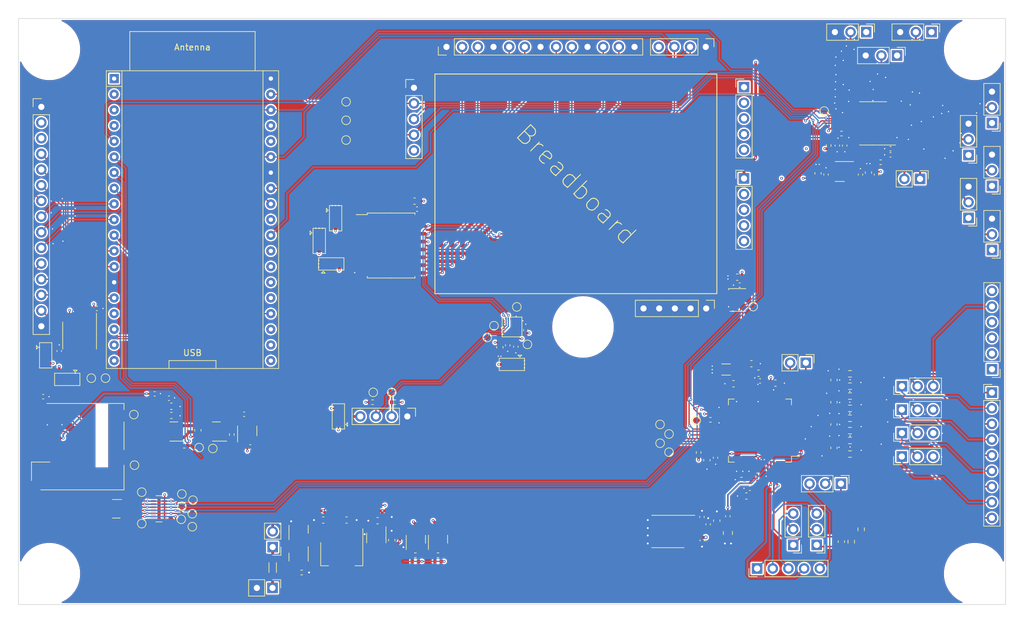
<source format=kicad_pcb>
(kicad_pcb (version 20211014) (generator pcbnew)
  (layers (0 "F.Cu" power) (1 "In1.Cu" signal) (2 "In2.Cu" signal) (31 "B.Cu" power) (34 "B.Paste" user) (35 "F.Paste" user) (36 "B.SilkS" user "B.Silkscreen") (37 "F.SilkS" user "F.Silkscreen") (38 "B.Mask" user) (39 "F.Mask" user) (44 "Edge.Cuts" user))
  (net 0 "")
  (net 1 "Net-(BT1-Pad1)")
  (net 2 "AVSS")
  (net 3 "Net-(C1-Pad1)")
  (net 4 "Net-(C1-Pad2)")
  (net 5 "Net-(C2-Pad1)")
  (net 6 "Net-(C4-Pad1)")
  (net 7 "Net-(C5-Pad1)")
  (net 8 "Net-(C7-Pad1)")
  (net 9 "Net-(C9-Pad1)")
  (net 10 "+3V3")
  (net 11 "+5VA")
  (net 12 "Net-(C14-Pad1)")
  (net 13 "Net-(C14-Pad2)")
  (net 14 "Net-(C15-Pad1)")
  (net 15 "Net-(C15-Pad2)")
  (net 16 "Net-(C16-Pad1)")
  (net 17 "Net-(C16-Pad2)")
  (net 18 "Net-(C17-Pad1)")
  (net 19 "Net-(C17-Pad2)")
  (net 20 "/3V3_SW")
  (net 21 "Net-(C21-Pad1)")
  (net 22 "Net-(C22-Pad1)")
  (net 23 "Net-(C23-Pad1)")
  (net 24 "+6V")
  (net 25 "+5V")
  (net 26 "Net-(C31-Pad1)")
  (net 27 "Net-(C35-Pad1)")
  (net 28 "Net-(C36-Pad1)")
  (net 29 "Net-(C39-Pad1)")
  (net 30 "/~{SDPowerOK}")
  (net 31 "Net-(C44-Pad2)")
  (net 32 "Net-(C45-Pad2)")
  (net 34 "Net-(D1-Pad3)")
  (net 35 "Net-(F1-Pad1)")
  (net 36 "+3.3VA")
  (net 37 "Net-(FB3-Pad1)")
  (net 38 "/HSPI_SCK")
  (net 39 "/HSPI_MISO")
  (net 40 "/HSPI_MOSI")
  (net 41 "/HSPI_CS")
  (net 42 "/LCD_DC")
  (net 43 "/LCD_RST")
  (net 44 "/LCD_BL")
  (net 45 "Net-(J2-Pad1)")
  (net 46 "Net-(J2-Pad2)")
  (net 47 "Net-(J2-Pad3)")
  (net 48 "Net-(J2-Pad4)")
  (net 49 "Net-(J2-Pad5)")
  (net 50 "Net-(J3-Pad1)")
  (net 51 "Net-(J3-Pad2)")
  (net 52 "/EKG/EEGMux/IN1P")
  (net 53 "/EKG/EEGMux/IN1N_OUT")
  (net 54 "/EKG/EEGMux/IN2P")
  (net 55 "/EKG/EEGMux/IN2N_OUT")
  (net 56 "/EKG/EEGMux/IN3P")
  (net 57 "/EKG/EEGMux/IN3N_OUT")
  (net 58 "/EKG/EEGMux/IN4P")
  (net 59 "/EKG/EEGMux/IN4N_OUT")
  (net 60 "/EKG/EEGMux/BIAS")
  (net 61 "/EKG/EEGMux/NCOMM")
  (net 62 "Net-(J6-Pad1)")
  (net 63 "Net-(J6-Pad2)")
  (net 64 "Net-(J7-Pad2)")
  (net 65 "Net-(J8-Pad2)")
  (net 66 "Net-(J9-Pad2)")
  (net 67 "Net-(J10-Pad2)")
  (net 68 "Net-(J11-Pad2)")
  (net 69 "Net-(J12-Pad2)")
  (net 70 "Net-(J13-Pad2)")
  (net 71 "Net-(J14-Pad2)")
  (net 72 "Net-(J15-Pad1)")
  (net 73 "Net-(J15-Pad2)")
  (net 74 "Net-(J15-Pad3)")
  (net 75 "Net-(J15-Pad5)")
  (net 76 "Net-(J15-Pad7)")
  (net 77 "Net-(J15-Pad8)")
  (net 78 "Net-(J15-Pad9)")
  (net 79 "Net-(J15-Pad10)")
  (net 80 "/I2C1_SCK")
  (net 81 "/I2C1_SDA")
  (net 82 "Net-(J16-Pad4)")
  (net 83 "/VSPI_SCK")
  (net 84 "/VSPI_MOSI")
  (net 85 "/VSPI_MISO")
  (net 86 "/BreadBoard/P0")
  (net 87 "/BreadBoard/P1")
  (net 88 "/BreadBoard/P2")
  (net 89 "/BreadBoard/P3")
  (net 90 "/BreadBoard/P4")
  (net 91 "/BreadBoard/P5")
  (net 92 "/BreadBoard/P6")
  (net 93 "/BreadBoard/P7")
  (net 94 "Net-(JP1-Pad1)")
  (net 95 "Net-(JP2-Pad2)")
  (net 96 "Net-(JP3-Pad2)")
  (net 97 "/EKG/EEGMux/IN1N")
  (net 98 "/EKG/EEGMux/IN2N")
  (net 99 "/EKG/EEGMux/IN3N")
  (net 100 "/EKG/EEGMux/IN4N")
  (net 101 "Net-(JP8-Pad2)")
  (net 102 "/5V_SW")
  (net 103 "Net-(JP10-Pad2)")
  (net 104 "Net-(JP11-Pad2)")
  (net 105 "Net-(JP12-Pad2)")
  (net 106 "Net-(Q1-Pad1)")
  (net 107 "Net-(Q2-Pad3)")
  (net 108 "Net-(Q3-Pad1)")
  (net 109 "Net-(Q5-Pad1)")
  (net 110 "/EKG/MCLK")
  (net 111 "/MCLK")
  (net 112 "/ADC/MCLK")
  (net 113 "/~{EKG_INT}")
  (net 114 "Net-(R8-Pad2)")
  (net 115 "/SIG_SW")
  (net 116 "/~{SDPowerUp}")
  (net 117 "Net-(RN1-Pad1)")
  (net 118 "Net-(RN1-Pad2)")
  (net 119 "/IMU/GPIO1")
  (net 120 "/IMU/GPIO2")
  (net 121 "/IMU/ASCK")
  (net 122 "/IMU/ASDA")
  (net 123 "/ADC_CS")
  (net 124 "/EKG_CS")
  (net 125 "/EKG/GPIO4")
  (net 126 "/EKG/GPIO3")
  (net 127 "/EKG/GPIO2")
  (net 128 "/EKG/GPIO1")
  (net 129 "/SD_CS")
  (net 130 "Net-(RN1-Pad7)")
  (net 131 "Net-(RN1-Pad8)")
  (net 133 "/IMU_INT")
  (net 134 "/~{ADC_INT}")
  (net 135 "/~{EKGReset}")
  (net 136 "/~{EKGPowerDown}")
  (net 146 "Net-(U2-Pad27)")
  (net 149 "Net-(U3-Pad1)")
  (net 150 "Net-(U6-Pad2)")
  (net 153 "/IOExtender/~{INT}")
  (net 155 "Net-(C50-Pad1)")
  (net 156 "Net-(J1-Pad11)")
  (net 157 "Net-(J1-Pad12)")
  (net 158 "Net-(J1-Pad13)")
  (net 159 "Net-(J1-Pad14)")
  (net 160 "Net-(JP13-Pad2)")
  (net 161 "Net-(JP14-Pad2)")
  (net 162 "Net-(TP29-Pad1)")
  (net 163 "Net-(TP30-Pad1)")
  (net 164 "/~{DISPLAY_IRQ}")
  (footprint "TestPoint:TestPoint_Pad_D1.0mm" (layer "F.Cu") (at 77.075 49.8)
    (fp_text reference "TP1" hide)
    (fp_text value "G1" hide)
  )
  (footprint "Resistor_SMD:R_0603_1608Metric_Pad0.98x0.95mm_HandSolder" (layer "F.Cu") (at 134.785 64.8)
    (fp_text reference "R13" hide)
    (fp_text value "R_{Filt}" hide)
  )
  (footprint "Connector_PinHeader_2.54mm:PinHeader_1x13_P2.54mm_Vertical" (layer "F.Cu") (at 69.375 4.6 90)
    (fp_text reference "J19" hide)
    (fp_text value "GPIO" hide)
  )
  (footprint "Resistor_SMD:R_0402_1005Metric" (layer "F.Cu") (at 27.7125 66.5 -90)
    (fp_text reference "R24" hide)
    (fp_text value "100k" hide)
  )
  (footprint "TestPoint:TestPoint_Pad_D1.0mm" (layer "F.Cu") (at 103.985 65.8)
    (fp_text reference "TP17" hide)
    (fp_text value "G1" hide)
  )
  (footprint "TestPoint:TestPoint_Pad_D1.0mm" (layer "F.Cu") (at 26.475 79.075)
    (fp_text reference "TP21" hide)
    (fp_text value "F4" hide)
  )
  (footprint "Capacitor_SMD:C_0402_1005Metric" (layer "F.Cu") (at 111.785 82 90)
    (fp_text reference "C36" hide)
    (fp_text value "100n" hide)
  )
  (footprint "Connector_PinHeader_2.54mm:PinHeader_1x02_P2.54mm_Vertical" (layer "F.Cu") (at 41.2 85.675 180)
    (fp_text reference "SW1" hide)
    (fp_text value "MAIN" hide)
  )
  (footprint "Capacitor_SMD:C_0402_1005Metric" (layer "F.Cu") (at 6.6 53.9 90)
    (fp_text reference "C50" hide)
    (fp_text value "100n" hide)
  )
  (footprint "Capacitor_SMD:C_0603_1608Metric" (layer "F.Cu") (at 118.8 55.95)
    (fp_text reference "C9" hide)
    (fp_text value "1u" hide)
  )
  (footprint "Jumper:SolderJumper-3_P1.3mm_Bridged12_Pad1.0x1.5mm" (layer "F.Cu") (at 51.85 64.5 90)
    (fp_text reference "JP9" hide)
    (fp_text value "VCC_SEL" hide)
  )
  (footprint "ownLib:MountingHole_3.2mm_M3_no_Mask" (layer "F.Cu") (at 91.5 50)
    (fp_text reference "H1" hide)
    (fp_text value "MountingHole" hide)
  )
  (footprint "Capacitor_SMD:C_0603_1608Metric" (layer "F.Cu") (at 113.185 81.4 90)
    (fp_text reference "C37" hide)
    (fp_text value "10u" hide)
  )
  (footprint "Capacitor_SMD:C_0603_1608Metric" (layer "F.Cu") (at 78.025 53.3 -90)
    (fp_text reference "C19" hide)
    (fp_text value "1u" hide)
  )
  (footprint "ownLib:MountingHole_3.2mm_M3_no_Mask" (layer "F.Cu") (at 5 5)
    (fp_text reference "H2" hide)
    (fp_text value "MountingHole" hide)
  )
  (footprint "Capacitor_SMD:C_0603_1608Metric_Pad1.08x0.95mm_HandSolder" (layer "F.Cu") (at 132.185 69.6 -90)
    (fp_text reference "C17" hide)
    (fp_text value "C_{Filt}" hide)
  )
  (footprint "Capacitor_SMD:C_0402_1005Metric" (layer "F.Cu") (at 37.575 69.45)
    (fp_text reference "C44" hide)
    (fp_text value "100n" hide)
  )
  (footprint "Capacitor_SMD:C_0402_1005Metric" (layer "F.Cu") (at 112.985 71.2 -90)
    (fp_text reference "C13" hide)
    (fp_text value "100n" hide)
  )
  (footprint "Package_TO_SOT_SMD:SOT-23" (layer "F.Cu") (at 32.075 66.95 180)
    (fp_text reference "Q5" hide)
    (fp_text value "BSH203,215" hide)
  )
  (footprint "Package_TO_SOT_SMD:SOT-223" (layer "F.Cu") (at 52.4 86.8 -90)
    (fp_text reference "U5" hide)
    (fp_text value "LM1117-5.0" hide)
  )
  (footprint "Connector_PinHeader_2.54mm:PinHeader_1x03_P2.54mm_Vertical" (layer "F.Cu") (at 157.8 16.94 180)
    (fp_text reference "J13" hide)
    (fp_text value "Analog CH4" hide)
  )
  (footprint "Resistor_SMD:R_0402_1005Metric" (layer "F.Cu") (at 34.575 67.45 90)
    (fp_text reference "R26" hide)
    (fp_text value "100k" hide)
  )
  (footprint "Capacitor_SMD:C_0402_1005Metric" (layer "F.Cu") (at 80.625 53.2 -90)
    (fp_text reference "C21" hide)
    (fp_text value "470n" hide)
  )
  (footprint "Capacitor_SMD:C_0603_1608Metric" (layer "F.Cu") (at 122.7 59.1)
    (fp_text reference "C11" hide)
    (fp_text value "1u" hide)
  )
  (footprint "Capacitor_SMD:C_0402_1005Metric" (layer "F.Cu") (at 12.7 47)
    (fp_text reference "C6" hide)
    (fp_text value "100n" hide)
  )
  (footprint "ownLib:BHI160" (layer "F.Cu") (at 80 50)
    (fp_text reference "U3" hide)
    (fp_text value "BHI160" hide)
  )
  (footprint "Capacitor_SMD:C_0402_1005Metric" (layer "F.Cu") (at 110.785 80.8 90)
    (fp_text reference "C35" hide)
    (fp_text value "470p" hide)
  )
  (footprint "TestPoint:TestPoint_Pad_D1.0mm" (layer "F.Cu") (at 76 51.7)
    (fp_text reference "TP3" hide)
    (fp_text value "ASCK" hide)
  )
  (footprint "Capacitor_SMD:C_0603_1608Metric" (layer "F.Cu") (at 137.776298 24.979351 90)
    (fp_text reference "C33" hide)
    (fp_text value "10u" hide)
  )
  (footprint "Package_SO:SOIC-16W_7.5x10.3mm_P1.27mm" (layer "F.Cu") (at 60.4 36.8)
    (fp_text reference "U11" hide)
    (fp_text value "PCF8574" hide)
  )
  (footprint "Capacitor_SMD:C_0603_1608Metric" (layer "F.Cu") (at 116.5 41.925 180)
    (fp_text reference "C48" hide)
    (fp_text value "10u" hide)
  )
  (footprint "Capacitor_SMD:C_0603_1608Metric" (layer "F.Cu") (at 29.075 66.75 -90)
    (fp_text reference "C41" hide)
    (fp_text value "10u" hide)
  )
  (footprint "Resistor_SMD:R_0402_1005Metric" (layer "F.Cu") (at 133.4 18.65 180)
    (fp_text reference "R4" hide)
    (fp_text value "30R" hide)
  )
  (footprint "TestPoint:TestPoint_Pad_D1.0mm" (layer "F.Cu") (at 31.5 69.7)
    (fp_text reference "TP7" hide)
    (fp_text value "POK" hide)
  )
  (footprint "ownLib:TSSOP-16_4.4x5mm_P0.65mm_EP3x3mm" (layer "F.Cu") (at 9.9 51.4 -90)
    (fp_text reference "U12" hide)
    (fp_text value "TSC2003" hide)
  )
  (footprint "Resistor_SMD:R_0603_1608Metric_Pad0.98x0.95mm_HandSolder" (layer "F.Cu") (at 134.785 57.6)
    (fp_text reference "R9" hide)
    (fp_text value "R_{Filt}" hide)
  )
  (footprint "Capacitor_SMD:C_0402_1005Metric" (layer "F.Cu") (at 79.3 52.975 -90)
    (fp_text reference "C20" hide)
    (fp_text value "100n" hide)
  )
  (footprint "Capacitor_SMD:C_0603_1608Metric" (layer "F.Cu") (at 129.6 25.1 90)
    (fp_text reference "C28" hide)
    (fp_text value "10u" hide)
  )
  (footprint "TestPoint:TestPoint_Pad_D1.0mm" (layer "F.Cu") (at 104 68.85)
    (fp_text reference "TP15" hide)
    (fp_text value "G3" hide)
  )
  (footprint "TestPoint:TestPoint_Pad_D1.0mm" (layer "F.Cu") (at 60.5 60.6)
    (fp_text reference "TP5" hide)
    (fp_text value "SCK" hide)
  )
  (footprint "Package_SO:HTSSOP-20-1EP_4.4x6.5mm_P0.65mm_EP3.4x6.5mm_Mask2.75x3.43mm" (layer "F.Cu") (at 138.525 17 180)
    (fp_text reference "U4" hide)
    (fp_text value "MCP3564RT" hide)
  )
  (footprint "TestPoint:TestPoint_Pad_D1.0mm" (layer "F.Cu") (at 19.975 76.775)
    (fp_text reference "TP25" hide)
    (fp_text value "PU1" hide)
  )
  (footprint "Package_TO_SOT_SMD:TSOT-23-5" (layer "F.Cu") (at 58 84.2 -90)
    (fp_text reference "U7" hide)
    (fp_text value "NCP115" hide)
  )
  (footprint "Connector_PinHeader_2.54mm:PinHeader_1x03_P2.54mm_Vertical" (layer "F.Cu") (at 142.415 6 -90)
    (fp_text reference "J7" hide)
    (fp_text value "Analog CH6" hide)
  )
  (footprint "Capacitor_SMD:C_0402_1005Metric" (layer "F.Cu") (at 116.9 43.225 180)
    (fp_text reference "C49" hide)
    (fp_text value "100n" hide)
  )
  (footprint "Connector_PinHeader_2.54mm:PinHeader_1x05_P2.54mm_Vertical" (layer "F.Cu") (at 119.725 89.15 90)
    (fp_text reference "J2" hide)
    (fp_text value "BIAS" hide)
  )
  (footprint "Capacitor_SMD:C_0402_1005Metric" (layer "F.Cu") (at 136.48684 25.3 90)
    (fp_text reference "C31" hide)
    (fp_text value "100n" hide)
  )
  (footprint "Package_TO_SOT_SMD:SOT-23" (layer "F.Cu") (at 45.4 82.8 90)
    (fp_text reference "Q2" hide)
    (fp_text value "BSH203,215" hide)
  )
  (footprint "Capacitor_SMD:C_0603_1608Metric" (layer "F.Cu") (at 111.585 71.6 -90)
    (fp_text reference "C10" hide)
    (fp_text value "1u" hide)
  )
  (footprint "Resistor_SMD:R_0603_1608Metric_Pad0.98x0.95mm_HandSolder" (layer "F.Cu") (at 134.785 70.6)
    (fp_text reference "R16" hide)
    (fp_text value "R_{Filt}" hide)
  )
  (footprint "Capacitor_SMD:C_0402_1005Metric" (layer "F.Cu") (at 110.822128 84.6 -90)
    (fp_text reference "C34" hide)
    (fp_text value "100n" hide)
  )
  (footprint "Package_TO_SOT_SMD:SOT-23-5" (layer "F.Cu") (at 37.075 66.85 90)
    (fp_text reference "U10" hide)
    (fp_text value "TLV840C" hide)
  )
  (footprint "TestPoint:TestPoint_Pad_D1.0mm" (layer "F.Cu") (at 80.775 46.75)
    (fp_text reference "TP4" hide)
    (fp_text value "ASDA" hide)
  )
  (footprint "Resistor_SMD:R_0402_1005Metric" (layer "F.Cu") (at 64.33 88 180)
    (fp_text reference "R19" hide)
    (fp_text value "100R" hide)
  )
  (footprint "Capacitor_SMD:C_0402_1005Metric" (layer "F.Cu") (at 130.9 25.294915 90)
    (fp_text reference "C29" hide)
    (fp_text value "100n" hide)
  )
  (footprint "Resistor_SMD:R_0402_1005Metric" (layer "F.Cu") (at 117.185 74.75)
    (fp_text reference "R8" hide)
    (fp_text value "10k" hide)
  )
  (footprint "TestPoint:TestPoint_Pad_D1.0mm" (layer "F.Cu") (at 105.45 70.3)
    (fp_text reference "TP14" hide)
    (fp_text value "G4" hide)
  )
  (footprint "Capacitor_SMD:C_0402_1005Metric" (layer "F.Cu") (at 114.985 80.68 -90)
    (fp_text reference "FB2" hide)
    (fp_text value "BLM15BB" hide)
  )
  (footprint "ownLib:MountingHole_3.2mm_M3_no_Mask" (layer "F.Cu") (at 155 5 90)
    (fp_text reference "H3" hide)
    (fp_text value "MountingHole" hide)
  )
  (footprint "ownLib:MountingHole_3.2mm_M3_no_Mask" (layer "F.Cu") (at 155 90)
    (fp_text reference "H4" hide)
    (fp_text value "MountingHole" hide)
  )
  (footprint "Resistor_SMD:R_0603_1608Metric_Pad0.98x0.95mm_HandSolder" (layer "F.Cu") (at 134.785 61.2)
    (fp_text reference "R11" hide)
    (fp_text value "R_{Filt}" hide)
  )
  (footprint "Capacitor_SMD:C_0402_1005Metric" (layer "F.Cu") (at 139.075 25.3 -90)
    (fp_text reference "FB1" hide)
    (fp_text value "BLM15BB" hide)
  )
  (footprint "Capacitor_SMD:C_0402_1005Metric" (layer "F.Cu") (at 24.375 61.55)
    (fp_text reference "C42" hide)
    (fp_text value "100n" hide)
  )
  (footprint "Resistor_SMD:R_0402_1005Metric" (layer "F.Cu") (at 68 88 180)
    (fp_text reference "R22" hide)
    (fp_text value "100R" hide)
  )
  (footprint "Resistor_SMD:R_0402_1005Metric" (layer "F.Cu") (at 57.4 62.2)
    (fp_text reference "R2" hide)
    (fp_text value "2k2" hide)
  )
  (footprint "Capacitor_SMD:C_0603_1608Metric" (layer "F.Cu") (at 119.785 74.2 180)
    (fp_text reference "C12" hide)
    (fp_text value "1u" hide)
  )
  (footprint "Capacitor_SMD:C_0603_1608Metric" (layer "F.Cu") (at 24.775 62.85)
    (fp_text reference "C40" hide)
    (fp_text value "10u" hide)
  )
  (footprint "TestPoint:TestPoint_Pad_D1.0mm" (layer "F.Cu") (at 19.975 81.875)
    (fp_text reference "TP26" hide)
    (fp_text value "PU2" hide)
  )
  (footprint "Jumper:SolderJumper-3_P1.3mm_Bridged12_Pad1.0x1.5mm" (layer "F.Cu") (at 4.4 54.6 -90)
    (fp_text reference "JP14" hide)
    (fp_text value "A1" hide)
  )
  (footprint "Capacitor_SMD:C_1206_3216Metric" (layer "F.Cu") (at 114.7 56.9 180)
    (fp_text reference "C4" hide)
    (fp_text value "100u" hide)
  )
  (footprint "Connector_PinHeader_2.54mm:PinHeader_1x03_P2.54mm_Vertical" (layer "F.Cu") (at 133.31 75.4 -90)
    (fp_text reference "JP1" hide)
    (fp_text value "BIASOUT SEL" hide)
  )
  (footprint "Resistor_SMD:R_0402_1005Metric" (layer "F.Cu") (at 139.75 23.3)
    (fp_text reference "R18" hide)
    (fp_text value "10R" hide)
  )
  (footprint "Resistor_SMD:R_0402_1005Metric" (layer "F.Cu") (at 64.33 87)
    (fp_text reference "R20" hide)
    (fp_text value "100k" hide)
  )
  (footprint "Connector_PinHeader_2.54mm:PinHeader_1x03_P2.54mm_Vertical" (layer "F.Cu") (at 125.585 85.325 180)
    (fp_text reference "JP3" hide)
    (fp_text value "BIASOUT SEL" hide)
  )
  (footprint "Capacitor_SMD:C_0603_1608Metric" (layer "F.Cu") (at 60.499648 84.557676 90)
    (fp_text reference "C32" hide)
    (fp_text value "1u" hide)
  )
  (footprint "ownLib:MF-FSML" (layer "F.Cu") (at 41.2 89 -90)
    (fp_text reference "F1" hide)
    (fp_text value "MF-FSML050/8-2" hide)
  )
  (footprint "Package_TO_SOT_SMD:SOT-23" (layer "F.Cu") (at 45.4 87.3 -90)
    (fp_text reference "D1" hide)
    (fp_text value "MMBZ15VALT1G" hide)
  )
  (footprint "Connector_PinHeader_2.54mm:PinHeader_1x09_P2.54mm_Vertical" (layer "F.Cu") (at 157.785 60.64)
    (fp_text reference "J4" hide)
    (fp_text value "EEG Out" hide)
  )
  (footprint "TestPoint:TestPoint_Pad_D1.0mm" (layer "F.Cu") (at 119.1 46.7)
    (fp_text reference "TP18" hide)
    (fp_text value "MCLK" hide)
  )
  (footprint "ownLib:MountingHole_3.2mm_M3_no_Mask" (layer "F.Cu") (at 5 90)
    (fp_text reference "H5" hide)
    (fp_text value "MountingHole" hide)
  )
  (footprint "Connector_PinHeader_2.54mm:PinHeader_1x05_P2.54mm_Vertical" (layer "F.Cu") (at 64.1 11.225)
    (fp_text reference "J18" hide)
    (fp_text value "SPI" hide)
  )
  (footprint "Package_QFP:TQFP-64_10x10mm_P0.5mm" (layer "F.Cu") (at 120.185 66.8 180)
    (fp_text reference "U2" hide)
    (fp_text value "ADS1299-x" hide)
  )
  (footprint "Connector_PinHeader_2.54mm:PinHeader_1x15_P2.54mm_Vertical" (layer "F.Cu") (at 3.7 14.325)
    (fp_text reference "J1" hide)
    (fp_text value "Display" hide)
  )
  (footprint "Resistor_SMD:R_0402_1005Metric" (layer "F.Cu") (at 68 87)
    (fp_text reference "R23" hide)
    (fp_text value "100k" hide)
  )
  (footprint "Capacitor_SMD:C_0402_1005Metric" (layer "F.Cu") (at 64.6 30.9 180)
    (fp_text reference "C47" hide)
    (fp_text value "100n" hide)
  )
  (footprint "Connector_PinHeader_2.54mm:PinHeader_1x02_P2.54mm_Vertical" (layer "F.Cu") (at 127.625 55.8 -90)
    (fp_text reference "J3" hide)
    (fp_text value "SRB" hide)
  )
  (footprint "Package_DFN_QFN:DFN-8-1EP_3x3mm_P0.65mm_EP1.7x2.05mm" (layer "F.Cu") (at 133.875 24.8 180)
    (fp_text reference "U6" hide)
    (fp_text value "NCV8165" hide)
  )
  (footprint "Capacitor_SMD:C_0603_1608Metric" (layer "F.Cu") (at 117.985 77.4 180)
    (fp_text reference "C8" hide)
    (fp_text value "1u" hide)
  )
  (footprint "Jumper:SolderJumper-3_P1.3mm_Bridged12_Pad1.0x1.5mm" (layer "F.Cu") (at 79.975 56.075 180)
    (fp_text reference "JP8" hide)
    (fp_text value "AddrSelect" hide)
  )
  (footprint "Capacitor_SMD:C_0402_1005Metric" (layer "F.Cu") (at 118.55 76.15 180)
    (fp_text reference "C7" hide)
    (fp_text value "100n" hide)
  )
  (footprint "Connector_PinHeader_2.54mm:PinHeader_1x03_P2.54mm_Vertical" (layer "F.Cu") (at 143.2 59.6 90)
    (fp_text reference "JP4" hide)
    (fp_text value "IN1N_SEL" hide)
  )
  (footprint "Capacitor_SMD:C_0402_1005Metric" (layer "F.Cu") (at 120.2 58.75 180)
    (fp_text reference "C3" hide)
    (fp_text value "100n" hide)
  )
  (footprint "Capacitor_SMD:C_0402_1005Metric" (layer "F.Cu") (at 132.725 20.6 -90)
    (fp_text reference "C25" hide)
    (fp_text value "100n" hide)
  )
  (footprint "Jumper:SolderJumper-3_P1.3mm_Bridged12_Pad1.0x1.5mm" (layer "F.Cu") (at 48.75 36.05 -90)
    (fp_text reference "JP11" hide)
    (fp_text value "A2" hide)
  )
  (footprint "Capacitor_SMD:C_0805_2012Metric" (layer "F.Cu") (at 114.985 83.4 -90)
    (fp_text reference "C38" hide)
    (fp_text value "22u" hide)
  )
  (footprint "Jumper:SolderJumper-3_P1.3mm_Bridged12_Pad1.0x1.5mm" (layer "F.Cu") (at 50.7 39.7825)
    (fp_text reference "JP10" hide)
    (fp_text value "A1" hide)
  )
  (footprint "TestPoint:TestPoint_Pad_D1.0mm" (layer "F.Cu") (at 57.5 60.6)
    (fp_text reference "TP6" hide)
    (fp_text value "SDA" hide)
  )
  (footprint "Connector_PinHeader_2.54mm:PinHeader_1x04_P2.54mm_Vertical" (layer "F.Cu") (at 63.025 64.5 -90)
    (fp_text reference "J16" hide)
    (fp_text value "OXY" hide)
  )
  (footprint "Connector_PinHeader_2.54mm:PinHeader_1x03_P2.54mm_Vertical" (layer "F.Cu") (at 154 32.325 180)
    (fp_text reference "J10" hide)
    (fp_text value "Analog CH1" hide)
  )
  (footprint "Connector_PinHeader_2.54mm:PinHeader_1x03_P2.54mm_Vertical" (layer "F.Cu") (at 157.8 27.14 180)
    (fp_text reference "J11" hide)
    (fp_text value "Analog CH2" hide)
  )
  (footprint "Capacitor_SMD:C_0402_1005Metric" (layer "F.Cu") (at 133.925 20.6 -90)
    (fp_text reference "C23" hide)
    (fp_text value "100n" hide)
  )
  (footprint "Package_TO_SOT_SMD:SOT-23" (layer "F.Cu") (at 68 84.4 90)
    (fp_text reference "Q3" hide)
    (fp_text value "BSH203,215" hide)
  )
  (footprint "Connector_PinHeader_2.54mm:PinHeader_1x05_P2.54mm_Vertical" (layer "F.Cu") (at 117.6 25.925)
    (fp_text reference "J20" hide)
    (fp_text value "3V3" hide)
  )
  (footprint "Connector_PinHeader_2.54mm:PinHeader_1x06_P2.54mm_Vertical" (layer "F.Cu") (at 157.8 56.85 180)
    (fp_text reference "J5" hide)
    (fp_text value "Device Electrodes" hide)
  )
  (footprint "Resistor_SMD:R_Array_Convex_8x0602" (layer "F.Cu") (at 22.775 79.475)
    (fp_text reference "RN1" hide)
    (fp_text value "20k" hide)
  )
  (footprint "Jumper:SolderJumper-3_P1.3mm_Bridged12_Pad1.0x1.5mm" (layer "F.Cu") (at 51.4 32.375 -90)
    (fp_text reference "JP12" hide)
    (fp_text value "A0" hide)
  )
  (footprint "Connector_PinHeader_2.54mm:PinHeader_1x02_P2.54mm_Vertical" (layer "F.Cu") (at 41.175 92.3 -90)
    (fp_text reference "BT1" hide)
    (fp_text value "5x AA / 6V 1200mAh" hide)
  )
  (footprint "Resistor_SMD:R_0402_1005Metric" (layer "F.Cu") (at 45.9 89.8)
    (fp_text reference "R21" hide)
    (fp_text value "100k" hide)
  )
  (footprint "Connector_PinHeader_2.54mm:PinHeader_1x03_P2.54mm_Vertical" (layer "F.Cu") (at 148 2.2 -90)
    (fp_text reference "J14" hide)
    (fp_text value "Analog CH5" hide)
  )
  (footprint "Resistor_SMD:R_0603_1608Metric_Pad0.98x0.95mm_HandSolder" (layer "F.Cu") (at 134.785 68.4)
    (fp_text reference "R15" hide)
    (fp_text value "R_{Filt}" hide)
  )
  (footprint "Resistor_SMD:R_0603_1608Metric_Pad0.98x0.95mm_HandSolder" (layer "F.Cu") (at 134.785 59.6)
    (fp_text reference "R10" hide)
    (fp_text value "R_{Filt}" hide)
  )
  (footprint "Oscillator:Oscillator_SMD_EuroQuartz_XO32-4Pin_3.2x2.5mm" (layer "F.Cu") (at 116.6 45.625)
    (fp_text reference "X1" hide)
    (fp_text value "ECS-2520MVLC-020.48-BN-TR" hide)
  )
  (footprint "Connector_PinHeader_2.54mm:PinHeader_1x03_P2.54mm_Vertical" (layer "F.Cu") (at 143.185 63.4 90)
    (fp_text reference "JP5" hide)
    (fp_text value "IN2N_SEL" hide)
  )
  (footprint "TestPoint:TestPoint_Pad_D1.0mm" (layer "F.Cu") (at 53.1 16.5)
    (fp_text reference "TP11" hide)
    (fp_text value "SCK" hide)
  )
  (footprint "Resistor_SMD:R_0603_1608Metric_Pad0.98x0.95mm_HandSolder" (layer "F.Cu") (at 134.785 63.2)
    (fp_text reference "R12" hide)
    (fp_text value "R_{Filt}" hide)
  )
  (footprint "TestPoint:TestPoint_Pad_D1.0mm" (layer "F.Cu") (at 82.5 52.825)
    (fp_text reference "TP2" hide)
    (fp_text value "G2" hide)
  )
  (footprint "Resistor_SMD:R_0402_1005Metric" (layer "F.Cu") (at 112.15 65.05 180)
    (fp_text reference "R3" hide)
    (fp_text value "30R" hide)
  )
  (footprint "TestPoint:TestPoint_Pad_D1.0mm" (layer "F.Cu") (at 105.45 67.35)
    (fp_text reference "TP16" hide)
    (fp_text value "G2" hide)
  )
  (footprint "Capacitor_SMD:C_0603_1608Metric" (layer "F.Cu") (at 24.775 64.35)
    (fp_text reference "C39" hide)
    (fp_text value "10u" hide)
  )
  (footprint "Capacitor_SMD:C_0603_1608Metric_Pad1.08x0.95mm_HandSolder" (layer "F.Cu") (at 132.185 62.2 -90)
    (fp_text reference "C15" hide)
    (fp_text value "C_{Filt}" hide)
  )
  (footprint "TestPoint:TestPoint_Pad_D1.0mm" (layer "F.Cu") (at 53.1 13.5)
    (fp_text reference "TP10" hide)
    (fp_text value "MOSI" hide)
  )
  (footprint "Capacitor_SMD:C_0603_1608Metric_Pad1.08x0.95mm_HandSolder" (layer "F.Cu") (at 133.385 84.8 90)
    (fp_text reference "C1" hide)
    (fp_text value "C_{F}" hide)
  )
  (footprint "Connector_PinHeader_2.54mm:PinHeader_1x03_P2.54mm_Vertical" (layer "F.Cu") (at 137.415 2.2 -90)
    (fp_text reference "J8" hide)
    (fp_text value "Analog CH7" hide)
  )
  (footprint "ownLib:SOICN-8LD" (layer "F.Cu") (at 106.135 83.165 90)
    (fp_text reference "U8" hide)
    (fp_text value "MIC5209" hide)
  )
  (footprint "Connector_PinHeader_2.54mm:PinHeader_1x03_P2.54mm_Vertical" (layer "F.Cu") (at 157.8 37.525 180)
    (fp_text reference "J9" hide)
    (fp_text value "Analog CH0" hide)
  )
  (footprint "Capacitor_SMD:C_0603_1608Metric" (layer "F.Cu") (at 58.2 81.4 180)
    (fp_text reference "C30" hide)
    (fp_text value "1u" hide)
  )
  (footprint "Resistor_SMD:R_0603_1608Metric_Pad0.98x0.95mm_HandSolder" (layer "F.Cu") (at 136.585 82.8 -90)
    (fp_text reference "R5" hide)
    (fp_text value "R_{P}" hide)
  )
  (footprint "Resistor_SMD:R_0603_1608Metric_Pad0.98x0.95mm_HandSolder" (layer "F.Cu") (at 134.985 84.8 90)
    (fp_text reference "R6" hide)
    (fp_text value "R_{F}" hide)
  )
  (footprint "Capacitor_SMD:C_0402_1005Metric" (layer "F.Cu") (at 36.575 64.15 180)
    (fp_text reference "C45" hide)
    (fp_text value "32n" hide)
  )
  (footprint "Jumper:SolderJumper-3_P1.3mm_Bridged12_Pad1.0x1.5mm" (layer "F.Cu") (at 7.9 58.5 180)
    (fp_text reference "JP13" hide)
    (fp_text value "A0" hide)
  )
  (footprint "TestPoint:TestPoint_Pad_D1.0mm" (layer "F.Cu") (at 26.375 81.175)
    (fp_text reference "TP23" hide)
    (fp_text value "F2" hide)
  )
  (footprint "Connector_PinHeader_2.54mm:PinHeader_1x02_P2.54mm_Vertical" (layer "F.Cu") (at 146.14 26 -90)
    (fp_text reference "J6" hide)
    (fp_text value "REF" hide)
  )
  (footprint "Capacitor_SMD:C_0603_1608Metric_Pad1.08x0.95mm_HandSolder" (layer "F.Cu") (at 132.185 65.8 -90)
    (fp_text reference "C16" hide)
    (fp_text value "C_{Filt}" hide)
  )
  (footprint "Capacitor_SMD:C_0402_1005Metric" (layer "F.Cu") (at 82.225 50.525 90)
    (fp_text reference "C18" hide)
    (fp_text value "100n" hide)
  )
  (footprint "TestPoint:TestPoint_Pad_D1.0mm" (layer "F.Cu") (at 26.475 77.075)
    (fp_text reference "TP19" hide)
    (fp_text value "F6" hide)
  )
  (footprint "Capacitor_SMD:C_0402_1005Metric" (layer "F.Cu") (at 141.35 21.1 180)
    (fp_text reference "C24" hide)
    (fp_text value "100n" hide)
  )
  (footprint "TestPoint:TestPoint_Pad_D1.0mm" (layer "F.Cu") (at 18.7 64.2)
    (fp_text reference "TP27" hide)
    (fp_text value "DET_A" hide)
  )
  (footprint "Capacitor_SMD:C_0603_1608Metric" (layer "F.Cu") (at 53.175 81.3)
    (fp_text reference "C27" hide)
    (fp_text value "10u" hide)
  )
  (footprint "Resistor_SMD:R_0402_1005Metric" (layer "F.Cu") (at 110.25 70.35 90)
    (fp_text reference "R7" hide)
    (fp_text value "10k" hide)
  )
  (footprint "Connector_PinHeader_2.54mm:PinHeader_1x03_P2.54mm_Vertical" (layer "F.Cu") (at 154 22.125 180)
    (fp_text reference "J12" hide)
    (fp_text value "Analog CH3" hide)
  )
  (footprint "Capacitor_SMD:C_0603_1608Metric_Pad1.08x0.95mm_HandSolder" (layer "F.Cu") (at 132.185 58.6 -90)
    (fp_text reference "C14" hide)
    (fp_text value "C_{Filt}" hide)
  )
  (footprint "TestPoint:TestPoint_Pad_D1.0mm" (layer "F.Cu") (at 11.8 58.3)
    (fp_text reference "TP30" hide)
    (fp_text value "IN2" hide)
  )
  (footprint "Capacitor_SMD:C_0402_1005Metric" (layer "F.Cu") (at 141.35 22.1 180)
    (fp_text reference "C22" hide)
    (fp_text value "100n" hide)
  )
  (footprint "Package_TO_SOT_SMD:SOT-23" (layer "F.Cu") (at 64.41 84.42 90)
    (fp_text reference "Q1" hide)
    (fp_text value "BSH203,215" hide)
  )
  (footprint "Connector_PinHeader_2.54mm:PinHeader_1x05_P2.54mm_Vertical" (layer "F.Cu") (at 117.6 11.125)
    (fp_text reference "J22" hide)
    (fp_text value "5V" hide)
  )
  (footprint "TestPoint:TestPoint_Pad_D1.0mm" (layer "F.Cu") (at 109.85 65.15)
    (fp_text reference "TP13" hide)
    (fp_text value "CS" hide)
  )
  (footprint "Capacitor_SMD:C_0603_1608Metric" (layer "F.Cu") (at 64.2 29.6 180)
    (fp_text reference "C46" hide)
    (fp_text value "10u" hide)
  )
  (footprint "ownLib:GCT MEM2061" (layer "F.Cu") (at 10.6 69.4 -90)
    (fp_text reference "J15" hide)
    (fp_text value "Micro_SD_Card" hide)
  )
  (footprint "TestPoint:TestPoint_Pad_D1.0mm" (layer "F.Cu") (at 29.275 69.55)
    (fp_text reference "TP8" hide)
    (fp_text value "PUP" hide)
  )
  (footprint "TestPoint:TestPoint_Pad_D1.0mm" (layer "F.Cu") (at 14.1 58.3)
    (fp_text reference "TP29" hide)
    (fp_text value "IN1" hide)
  )
  (footprint "TestPoint:TestPoint_Pad_D1.0mm" (layer "F.Cu") (at 53.1 19.7)
    (fp_text reference "TP9" hide)
    (fp_text value "MISO" hide)
  )
  (footprint "Connector_PinHeader_2.54mm:PinHeader_1x03_P2.54mm_Vertical" (layer "F.Cu") (at 129.385 85.325 180)
    (fp_text reference "JP2" hide)
    (fp_text value "BIASINV SEL" hide)
  )
  (footprint "Capacitor_SMD:C_0603_1608Metric" (layer "F.Cu") (at 115.9 59.2 180)
    (fp_text reference "C5" hide)
    (fp_text value "1u" hide)
  )
  (footprint "Connector_PinHeader_2.54mm:PinHeader_1x04_P2.54mm_Vertical" (layer "F.Cu") (at 111.4 4.6 -90)
    (fp_text reference "J17" hide)
    (fp_text value "I2C" hide)
  )
  (footprint "TestPoint:TestPoint_Pad_D1.0mm" (layer "F.Cu") (at 28.175 82.375)
    (fp_text reference "TP24" hide)
    (fp_text value "F1" hide)
  )
  (footprint "Capacitor_SMD:C_0603_1608Metric" (layer "F.Cu") (at 49.4 81.3 180)
    (fp_text reference "C26" hide)
    (fp_text value "10u" hide)
  )
  (footprint "Connector_PinHeader_2.54mm:PinHeader_1x05_P2.54mm_Vertical" (layer "F.Cu") (at 111.475 47 -90)
    (fp_text reference "J21" hide)
    (fp_text value "GND" hide)
  )
  (footprint "ownLib:ESP32-DevKitC" (layer "F.Cu") (at 28.2 32.6)
    (fp_text reference "U1" hide)
    (fp_text value "ESP32-DevKitC" hide)
  )
  (footprint "Connector_PinHeader_2.54mm:PinHeader_1x03_P2.54mm_Vertical" (layer "F.Cu") (at 143.2 67.2 90)
    (fp_text reference "JP6" hide)
    (fp_text value "IN3N_SEL" hide)
  )
  (footprint "ownLib:NUF6401" (layer "F.Cu") (at 15.975 79.475 90)
    (fp_text reference "U9" hide)
    (fp_text value "NUF6401" hide)
  )
  (footprint "Resistor_SMD:R_0402_1005Metric" (layer "F.Cu") (at 26.875 69.25)
    (fp_text reference "R25" hide)
    (fp_text value "100k" hide)
  )
  (footprint "TestPoint:TestPoint_Pad_D1.0mm" (layer "F.Cu") (at 28.175 80.275)
    (fp_text reference "TP22" hide)
    (fp_text value "F2" hide)
  )
  (footprint "Capacitor_SMD:C_0402_1005Metric" (layer "F.Cu") (at 4 61.3)
    (fp_text reference "FB3" hide)
    (fp_text value "BLM15BB" hide)
  )
  (footprint "Resistor_SMD:R_0603_1608Metric_Pad0.98x0.95mm_HandSolder" (layer "F.Cu") (at 134.785 66.8)
    (fp_text reference "R14" hide)
    (fp_text value "R_{Filt}" hide)
  )
  (footprint "Package_TO_SOT_SMD:SOT-23" (layer "F.Cu") (at 25.175 66.95 180)
    (fp_text reference "Q4" hide)
    (fp_text value "BSH203,215" hide)
  )
  (footprint "TestPoint:TestPoint_Pad_D1.0mm" (layer "F.Cu") (at 28.275 78.075)
    (fp_text reference "TP20" hide)
    (fp_text value "F5" hide)
  )
  (footprint "Capacitor_SMD:C_0402_1005Metric" (layer "F.Cu") (at 22.075 60.85)
    (fp_text reference "C43" hide)
    (fp_text value "100n" hide)
  )
  (footprint "Connector_PinHeader_2.54mm:PinHeader_1x03_P2.54mm_Vertical" (layer "F.Cu") (at 143.185 71 90)
    (fp_text reference "JP7" hide)
    (fp_text value "IN4N_SEL" hide)
  )
  (footprint "Resistor_SMD:R_0402_1005Metric" (layer "F.Cu") (at 61 62.2 180)
    (fp_text reference "R1" hide)
    (fp_text value "2k2" hide)
  )
  (footprint "TestPoint:TestPoint_Pad_D1.0mm" (layer "F.Cu") (at 130.6 15)
    (fp_text reference "TP12" hide)
    (fp_text value "CS" hide)
  )
  (footprint "Capacitor_SMD:C_0603_1608Metric" (layer "F.Cu") (at 119.95 57.5 180)
    (fp_text reference "C2" hide)
    (fp_text value "10u" hide)
  )
  (footprint "TestPoint:TestPoint_Pad_D1.0mm" (layer "F.Cu") (at 18.8 72.4)
    (fp_text reference "TP28" hide)
    (fp_text value "DET_B" hide)
  )
  (footprint "Resistor_SMD:R_0402_1005Metric" (layer "F.Cu") (at 131.325 20.6 90)
    (fp_text reference "R17" hide)
    (fp_text value "10R" hide)
  )
  (gr_rect (start 67.5 9) (end 113.2 44.6) (layer "F.SilkS") (width 0.15) (fill none))
  (gr_rect (start 0 0) (end 160 95) (layer "Edge.Cuts") (width 0.1) (fill none))
  (gr_text "Breadboard" (at 90.4 26.9 315) (layer "F.SilkS") (effects (font (size 3 3))))
  (segment (start 41.175 92.3) (end 41.175 89.875) (width 0.45) (layer "F.Cu") (net 1))
  (segment (start 41.175 89.875) (end 41.2 89.85) (width 0.45) (layer "F.Cu") (net 1))
  (segment (start 58 83.0625) (end 58 81.975) (width 0.45) (layer "F.Cu") (net 2))
  (segment (start 80.6 48.665) (end 80.6 48.35) (width 0.2) (layer "F.Cu") (net 2))
  (segment (start 116.435 61.1375) (end 116.935 61.1375) (width 0.25) (layer "F.Cu") (net 2))
  (segment (start 58 81.975) (end 57.425 81.4) (width 0.45) (layer "F.Cu") (net 2))
  (segment (start 80.6 48.35) (end 80.675 48.275) (width 0.2) (layer "F.Cu") (net 2))
  (segment (start 81.335 49) (end 81.75 49) (width 0.2) (layer "F.Cu") (net 2))
  (via (at 120.25 55.95) (size 0.45) (drill 0.2) (layers "F.Cu" "B.Cu") (net 2))
  (via (at 118.4 73.4) (size 0.45) (drill 0.2) (layers "F.Cu" "B.Cu") (net 2))
  (via (at 133.1 58.6) (size 0.45) (drill 0.2) (layers "F.Cu" "B.Cu") (net 2))
  (via (at 114.5 59.2) (size 0.45) (drill 0.2) (layers "F.Cu" "B.Cu") (net 2))
  (via (at 80.675 48.275) (size 0.45) (drill 0.2) (layers "F.Cu" "B.Cu") (net 2))
  (via (at 5.6 36.5) (size 0.45) (drill 0.2) (layers "F.Cu" "B.Cu") (net 2))
  (via (at 144.85 3.45) (size 0.45) (drill 0.2) (layers "F.Cu" "B.Cu") (net 2))
  (via (at 122.4 60.2) (size 0.45) (drill 0.2) (layers "F.Cu" "B.Cu") (net 2))
  (via (at 139.85 69) (size 0.45) (drill 0.2) (layers "F.Cu" "B.Cu") (net 2))
  (via (at 135.5 3.4) (size 0.45) (drill 0.2) (layers "F.Cu" "B.Cu") (net 2))
  (via (at 26.2 64.4) (size 0.45) (drill 0.2) (layers "F.Cu" "B.Cu") (net 2))
  (via (at 56.7 81.4) (size 0.6) (drill 0.3) (layers "F.Cu" "B.Cu") (net 2))
  (via (at 48.175 34) (size 0.45) (drill 0.2) (layers "F.Cu" "B.Cu") (net 2))
  (via (at 50.875 30.325) (size 0.45) (drill 0.2) (layers "F.Cu" "B.Cu") (net 2))
  (via (at 134.8 69.45) (size 0.45) (drill 0.2) (layers "F.Cu" "B.Cu") (net 2))
  (via (at 134.8 67.65) (size 0.45) (drill 0.2) (layers "F.Cu" "B.Cu") (net 2))
  (via (at 135.45 5) (size 0.45) (drill 0.2) (layers "F.Cu" "B.Cu") (net 2))
  (via (at 51.875 30.325) (size 0.45) (drill 0.2) (layers "F.Cu" "B.Cu") (net 2))
  (via (at 134.8 58.55) (size 0.45) (drill 0.2) (layers "F.Cu" "B.Cu") (net 2))
  (via (at 136.6 62.6) (size 0.45) (drill 0.2) (layers "F.Cu" "B.Cu") (net 2))
  (via (at 134.2 3.4) (size 0.45) (drill 0.2) (layers "F.Cu" "B.Cu") (net 2))
  (via (at 48.675 39.2) (size 0.45) (drill 0.2) (layers "F.Cu" "B.Cu") (net 2))
  (via (at 147.65 69.05) (size 0.45) (drill 0.2) (layers "F.Cu" "B.Cu") (net 2))
  (via (at 54.5 41.2) (size 0.45) (drill 0.2) (layers "F.Cu" "B.Cu") (net 2))
  (via (at 119.85 59.3) (size 0.45) (drill 0.2) (layers "F.Cu" "B.Cu") (net 2))
  (via (at 134.6 19.3) (size 0.45) (drill 0.2) (layers "F.Cu" "B.Cu") (net 2))
  (via (at 151.5 21.45) (size 0.45) (drill 0.2) (layers "F.Cu" "B.Cu") (net 2))
  (via (at 129.8 23.65) (size 0.45) (drill 0.2) (layers "F.Cu" "B.Cu") (net 2))
  (via (at 113.55 63.05) (size 0.45) (drill 0.2) (layers "F.Cu" "B.Cu") (net 2))
  (via (at 146.35 16.7) (size 0.45) (drill 0.2) (layers "F.Cu" "B.Cu") (net 2))
  (via (at 132.7 21.6) (size 0.45) (drill 0.2) (layers "F.Cu" "B.Cu") (net 2))
  (via (at 116.4 62.1) (size 0.45) (drill 0.2) (layers "F.Cu" "B.Cu") (net 2))
  (via (at 7.1 29.2) (size 0.45) (drill 0.2) (layers "F.Cu" "B.Cu") (net 2))
  (via (at 149.65 15.4) (size 0.45) (drill 0.2) (layers "F.Cu" "B.Cu") (net 2))
  (via (at 49.25 34) (size 0.45) (drill 0.2) (layers "F.Cu" "B.Cu") (net 2))
  (via (at 110.8 85.6) (size 0.6) (drill 0.3) (layers "F.Cu" "B.Cu") (net 2))
  (via (at 102 83.8) (size 0.6) (drill 0.3) (layers "F.Cu" "B.Cu") (net 2))
  (via (at 146.95 71.9) (size 0.45) (drill 0.2) (layers "F.Cu" "B.Cu") (net 2))
  (via (at 143.1 13.4) (size 0.45) (drill 0.2) (layers "F.Cu" "B.Cu") (net 2))
  (via (at 9.2 57.5) (size 0.45) (drill 0.2) (layers "F.Cu" "B.Cu") (net 2))
  (via (at 127.55 68.15) (size 0.45) (drill 0.2) (layers "F.Cu" "B.Cu") (net 2))
  (via (at 116.2 74.75) (size 0.45) (drill 0.2) (layers "F.Cu" "B.Cu") (net 2))
  (via (at 119.9 62.1) (size 0.45) (drill 0.2) (layers "F.Cu" "B.Cu") (net 2))
  (via (at 149.55 60.55) (size 0.45) (drill 0.2) (layers "F.Cu" "B.Cu") (net 2))
  (via (at 131 60.75) (size 0.45) (drill 0.2) (layers "F.Cu" "B.Cu") (net 2))
  (via (at 132.4 11.5) (size 0.45) (drill 0.2) (layers "F.Cu" "B.Cu") (net 2))
  (via (at 144.75 17.3) (size 0.45) (drill 0.2) (layers "F.Cu" "B.Cu") (net 2))
  (via (at 138.5 13.3) (size 0.45) (drill 0.2) (layers "F.Cu" "B.Cu") (net 2))
  (via (at 146.1 3.4) (size 0.45) (drill 0.2) (layers "F.Cu" "B.Cu") (net 2))
  (via (at 60.485257 83.033392) (size 0.6) (drill 0.3) (layers "F.Cu" "B.Cu") (net 2))
  (via (at 5.3 31.5) (size 0.45) (drill 0.2) (layers "F.Cu" "B.Cu") (net 2))
  (via (at 115 41.725) (size 0.45) (drill 0.2) (layers "F.Cu" "B.Cu") (net 2))
  (via (at 145.05 61.8) (size 0.45) (drill 0.2) (layers "F.Cu" "B.Cu") (net 2))
  (via (at 110.8 79.8) (size 0.6) (drill 0.3) (layers "F.Cu" "B.Cu") (net 2))
  (via (at 136.6 70) (size 0.45) (drill 0.2) (layers "F.Cu" "B.Cu") (net 2))
  (via (at 112.45 56.9) (size 0.45) (drill 0.2) (layers "F.Cu" "B.Cu") (net 2))
  (via (at 140.4 21.1) (size 0.45) (drill 0.2) (layers "F.Cu" "B.Cu") (net 2))
  (via (at 78.2 54.75) (size 0.45) (drill 0.2) (layers "F.Cu" "B.Cu") (net 2))
  (via (at 133 67.6) (size 0.45) (drill 0.2) (layers "F.Cu" "B.Cu") (net 2))
  (via (at 132.5 9.1) (size 0.45) (drill 0.2) (layers "F.Cu" "B.Cu") (net 2))
  (via (at 133 60.35) (size 0.45) (drill 0.2) (layers "F.Cu" "B.Cu") (net 2))
  (via (at 6.6 52.9) (size 0.45) (drill 0.2) (layers "F.Cu" "B.Cu") (net 2))
  (via (at 113 72.25) (size 0.45) (drill 0.2) (layers "F.Cu" "B.Cu") (net 2))
  (via (at 48.65 39.775) (size 0.45) (drill 0.2) (layers "F.Cu" "B.Cu") (net 2))
  (via (at 4.675 65.875) (size 0.45) (drill 0.2) (layers "F.Cu" "B.Cu") (net 2))
  (via (at 7.2 36.1) (size 0.45) (drill 0.2) (layers "F.Cu" "B.Cu") (net 2))
  (via (at 23 60.8) (size 0.45) (drill 0.2) (layers "F.Cu" "B.Cu") (net 2))
  (via (at 111.6 73.05) (size 0.45) (drill 0.2) (layers "F.Cu" "B.Cu") (net 2))
  (via (at 115.1 46.725) (size 0.45) (drill 0.2) (layers "F.Cu" "B.Cu") (net 2))
  (via (at 140.3 58.2) (size 0.45) (drill 0.2) (layers "F.Cu" "B.Cu") (net 2))
  (via (at 9.2 30.8) (size 0.45) (drill 0.2) (layers "F.Cu" "B.Cu") (net 2))
  (via (at 146.05 12.1) (size 0.45) (drill 0.2) (layers "F.Cu" "B.Cu") (net 2))
  (via (at 44.2 81.5) (size 0.6) (drill 0.3) (layers "F.Cu" "B.Cu") (net 2))
  (via (at 152.6 20.15) (size 0.45) (drill 0.2) (layers "F.Cu" "B.Cu") (net 2))
  (via (at 82 56.625) (size 0.45) (drill 0.2) (layers "F.Cu" "B.Cu") (net 2))
  (via (at 112.45 56.35) (size 0.45) (drill 0.2) (layers "F.Cu" "B.Cu") (net 2))
  (via (at 42.4 81.9) (size 0.6) (drill 0.3) (layers "F.Cu" "B.Cu") (net 2))
  (via (at 7.05 65.85) (size 0.45) (drill 0.2) (layers "F.Cu" "B.Cu") (net 2))
  (via (at 136.55 59) (size 0.45) (drill 0.2) (layers "F.Cu" "B.Cu") (net 2))
  (via (at 133.95 21.6) (size 0.45) (drill 0.2) (layers "F.Cu" "B.Cu") (net 2))
  (via (at 82.225 49.55) (size 0.45) (drill 0.2) (layers "F.Cu" "B.Cu") (net 2))
  (via (at 136.475 24.325) (size 0.45) (drill 0.2) (layers "F.Cu" "B.Cu") (net 2))
  (via (at 133.7 6.8) (size 0.45) (drill 0.2) (layers "F.Cu" "B.Cu") (net 2))
  (via (at 130.9 24.2) (size 0.45) (drill 0.2) (layers "F.Cu" "B.Cu") (net 2))
  (via (at 140.4 22.1) (size 0.45) (drill 0.2) (layers "F.Cu" "B.Cu") (net 2))
  (via (at 140.7 61.8) (size 0.45) (drill 0.2) (layers "F.Cu" "B.Cu") (net 2))
  (via (at 138.05 10.2) (size 0.45) (drill 0.2) (layers "F.Cu" "B.Cu") (net 2))
  (via (at 116.55 77.4) (size 0.45) (drill 0.2) (layers "F.Cu" "B.Cu") (net 2))
  (via (at 134.65 11.6) (size 0.45) (drill 0.2) (layers "F.Cu" "B.Cu") (net 2))
  (via (at 148.3 15.95) (size 0.45) (drill 0.2) (layers "F.Cu" "B.Cu") (net 2))
  (via (at 113.55 65.55) (size 0.45) (drill 0.2) (layers "F.Cu" "B.Cu") (net 2))
  (via (at 102 81.3) (size 0.6) (drill 0.3) (layers "F.Cu" "B.Cu") (net 2))
  (via (at 79.3 53.95) (size 0.45) (drill 0.2) (layers "F.Cu" "B.Cu") (net 2))
  (via (at 129.275 23.65) (size 0.45) (drill 0.2) (layers "F.Cu" "B.Cu") (net 2))
  (via (at 113.2 79.9) (size 0.6) (drill 0.3) (layers "F.Cu" "B.Cu") (net 2))
  (via (at 146.95 60.55) (size 0.45) (drill 0.2) (layers "F.Cu" "B.Cu") (net 2))
  (via (at 48.725 34) (size 0.45) (drill 0.2) (layers "F.Cu" "B.Cu") (net 2))
  (via (at 146.9 64.15) (size 0.45) (drill 0.2) (layers "F.Cu" "B.Cu") (net 2))
  (via (at 120.9 71.5) (size 0.45) (drill 0.2) (layers "F.Cu" "B.Cu") (net 2))
  (via (at 121.2 74.2) (size 0.45) (drill 0.2) (layers "F.Cu" "B.Cu") (net 2))
  (via (at 13.7 47) (size 0.45) (drill 0.2) (layers "F.Cu" "B.Cu") (net 2))
  (via (at 119.35 58.25) (size 0.45) (drill 0.2) (layers "F.Cu" "B.Cu") (net 2))
  (via (at 134.2 4.45) (size 0.45) (drill 0.2) (layers "F.Cu" "B.Cu") (net 2))
  (via (at 134.75 62.2) (size 0.45) (drill 0.2) (layers "F.Cu" "B.Cu") (net 2))
  (via (at 140.9 65.4) (size 0.45) (drill 0.2) (layers "F.Cu" "B.Cu") (net 2))
  (via (at 25.3 61.5) (size 0.45) (drill 0.2) (layers "F.Cu" "B.Cu") (net 2))
  (via (at 4.95 61.3) (size 0.45) (drill 0.2) (layers "F.Cu" "B.Cu") (net 2))
  (via (at 133 56.85) (size 0.45) (drill 0.2) (layers "F.Cu" "B.Cu") (net 2))
  (via (at 133.7 10.7) (size 0.45) (drill 0.2) (layers "F.Cu" "B.Cu") (net 2))
  (via (at 152.8 18.6) (size 0.45) (drill 0.2) (layers "F.Cu" "B.Cu") (net 2))
  (via (at 144.55 14) (size 0.45) (drill 0.2) (layers "F.Cu" "B.Cu") (net 2))
  (via (at 132.4 12.7) (size 0.45) (drill 0.2) (layers "F.Cu" "B.Cu") (net 2))
  (via (at 133 64.05) (size 0.45) (drill 0.2) (layers "F.Cu" "B.Cu") (net 2))
  (via (at 144.9 11.9) (size 0.45) (drill 0.2) (layers "F.Cu" "B.Cu") (net 2))
  (via (at 132.45 10.25) (size 0.45) (drill 0.2) (layers "F.Cu" "B.Cu") (net 2))
  (via (at 134.55 13.45) (size 0.45) (drill 0.2) (layers "F.Cu" "B.Cu") (net 2))
  (via (at 148.95 68.55) (size 0.45) (drill 0.2) (layers "F.Cu" "B.Cu") (net 2))
  (via (at 133.1 62.25) (size 0.45) (drill 0.2) (layers "F.Cu" "B.Cu") (net 2))
  (via (at 62.4 85.7) (size 0.6) (drill 0.3) (layers "F.Cu" "B.Cu") (net 2))
  (via (at 48.65 40.3) (size 0.45) (drill 0.2) (layers "F.Cu" "B.Cu") (net 2))
  (via (at 112.45 57.45) (size 0.45) (drill 0.2) (layers "F.Cu" "B.Cu") (net 2))
  (via (at 47.1 89.8) (size 0.6) (drill 0.3) (layers "F.Cu" "B.Cu") (net 2))
  (via (at 8.9 47.5) (size 0.45) (drill 0.2) (layers "F.Cu" "B.Cu") (net 2))
  (via (at 115.5 85.1) (size 0.6) (drill 0.3) (layers "F.Cu" "B.Cu") (net 2))
  (via (at 9.2 32) (size 0.45) (drill 0.2) (layers "F.Cu" "B.Cu") (net 2))
  (via (at 81.75 49) (size 0.45) (drill 0.2) (layers "F.Cu" "B.Cu") (net 2))
  (via (at 134.75 64) (size 0.45) (drill 0.2) (layers "F.Cu" "B.Cu") (net 2))
  (via (at 56.1 83.6) (size 0.6) (drill 0.3) (layers "F.Cu" "B.Cu") (net 2))
  (via (at 149.8 14.1) (size 0.45) (drill 0.2) (layers "F.Cu" "B.Cu") (net 2))
  (via (at 132.5 6.25) (size 0.45) (drill 0.2) (layers "F.Cu" "B.Cu") (net 2))
  (via (at 114.5 85.1) (size 0.6) (drill 0.3) (layers "F.Cu" "B.Cu") (net 2))
  (via (at 140.55 9.55) (size 0.45) (drill 0.2) (layers "F.Cu" "B.Cu") (net 2))
  (via (at 137.5 23.525) (size 0.45) (drill 0.2) (layers "F.Cu" "B.Cu") (net 2))
  (via (at 138.55 11.5) (size 0.45) (drill 0.2) (layers "F.Cu" "B.Cu") (net 2))
  (via (at 77.775 54.75) (size 0.45) (drill 0.2) (layers "F.Cu" "B.Cu") (net 2))
  (via (at 3.4 53.3) (size 0.45) (drill 0.2) (layers "F.Cu" "B.Cu") (net 2))
  (via (at 115 42.225) (size 0.45) (drill 0.2) (layers "F.Cu" "B.Cu") (net 2))
  (via (at 134.75 60.45) (size 0.45) (drill 0.2) (layers "F.Cu" "B.Cu") (net 2))
  (via (at 145.35 58.2) (size 0.45) (drill 0.2) (layers "F.Cu" "B.Cu") (net 2))
  (via (at 139.25 9) (size 0.45) (drill 0.2) (layers "F.Cu" "B.Cu") (net 2))
  (via (at 82.025 56.025) (size 0.45) (drill 0.2) (layers "F.Cu" "B.Cu") (net 2))
  (via (at 82 55.475) (size 0.45) (drill 0.2) (layers "F.Cu" "B.Cu") (net 2))
  (via (at 102 82.6) (size 0.6) (drill 0.3) (layers "F.Cu" "B.Cu") (net 2))
  (via (at 149.65 71.05) (size 0.45) (drill 0.2) (layers "F.Cu" "B.Cu") (net 2))
  (via (at 26.2 62.9) (size 0.45) (drill 0.2) (layers "F.Cu" "B.Cu") (net 2))
  (via (at 136.6 66.15) (size 0.45) (drill 0.2) (layers "F.Cu" "B.Cu") (net 2))
  (via (at 149.75 67.25) (size 0.45) (drill 0.2) (layers "F.Cu" "B.Cu") (net 2))
  (via (at 47.9 81.3) (size 0.6) (drill 0.3) (layers "F.Cu" "B.Cu") (net 2))
  (via (at 155.3 15.3) (size 0.45) (drill 0.2) (layers "F.Cu" "B.Cu") (net 2))
  (via (at 150.2 22.65) (size 0.45) (drill 0.2) (layers "F.Cu" "B.Cu") (net 2))
  (via (at 133.1 65.8) (size 0.45) (drill 0.2) (layers "F.Cu" "B.Cu") (net 2))
  (via (at 139.2 7.25) (size 0.45) (drill 0.2) (layers "F.Cu" "B.Cu") (net 2))
  (via (at 120.4 71.5) (size 0.45) (drill 0.2) (layers "F.Cu" "B.Cu") (net 2))
  (via (at 132.5 14.65) (size 0.45) (drill 0.2) (layers "F.Cu" "B.Cu") (net 2))
  (via (at 132.3 13.7) (size 0.45) (drill 0.2) (layers "F.Cu" "B.Cu") (net 2))
  (via (at 115.9 43.225) (size 0.45) (drill 0.2) (layers "F.Cu" "B.Cu") (net 2))
  (via (at 131.5 67.7) (size 0.45) (drill 0.2) (layers "F.Cu" "B.Cu") (net 2))
  (via (at 54.811228 81.299238) (size 0.6) (drill 0.3) (layers "F.Cu" "B.Cu") (net 2))
  (via (at 130.25 70.9) (size 0.45) (drill 0.2) (layers "F.Cu" "B.Cu") (net 2))
  (via (at 60.5 80.8) (size 0.6) (drill 0.3) (layers "F.Cu" "B.Cu") (net 2))
  (via (at 80.625 54.2) (size 0.45) (drill 0.2) (layers "F.Cu" "B.Cu") (net 2))
  (via (at 133 69.5) (size 0.45) (drill 0.2) (layers "F.Cu" "B.Cu") (net 2))
  (via (at 5.5 34.1) (size 0.45) (drill 0.2) (layers "F.Cu" "B.Cu") (net 2))
  (via (at 131.5 64) (size 0.45) (drill 0.2) (layers "F.Cu" "B.Cu") (net 2))
  (via (at 111.8 81) (size 0.6) (drill 0.3) (layers "F.Cu" "B.Cu") (net 2))
  (via (at 117.6 76.15) (size 0.45) (drill 0.2) (layers "F.Cu" "B.Cu") (net 2))
  (via (at 128.5 66.15) (size 0.45) (drill 0.2) (layers "F.Cu" "B.Cu") (net 2))
  (via (at 51.375 30.325) (size 0.45) (drill 0.2) (layers "F.Cu" "B.Cu") (net 2))
  (via (at 115.8 47.425) (size 0.45) (drill 0.2) (layers "F.Cu" "B.Cu") (net 2))
  (via (at 150.75 15.1) (size 0.45) (drill 0.2) (layers "F.Cu" "B.Cu") (net 2))
  (via (at 133.4 5.3) (size 0.45) (drill 0.2) (layers "F.Cu" "B.Cu") (net 2))
  (via (at 155.855 13.805) (size 0.45) (drill 0.2) (layers "F.Cu" "B.Cu") (net 2))
  (via (at 5.3 29.6) (size 0.45) (drill 0.2) (layers "F.Cu" "B.Cu") (net 2))
  (via (at 131.25 57.1) (size 0.45) (drill 0.2) (layers "F.Cu" "B.Cu") (net 2))
  (via (at 129.6 64.35) (size 0.45) (drill 0.2) (layers "F.Cu" "B.Cu") (net 2))
  (via (at 132.4 7.6) (size 0.45) (drill 0.2) (layers "F.Cu" "B.Cu") (net 2))
  (via (at 124.15 59.1) (size 0.45) (drill 0.2) (layers "F.Cu" "B.Cu") (net 2))
  (via (at 144.25 19.6) (size 0.45) (drill 0.2) (layers "F.Cu" "B.Cu") (net 2))
  (via (at 132.825 19.4) (size 0.45) (drill 0.2) (layers "F.Cu" "B.Cu") (net 2))
  (via (at 138.025 23.525) (size 0.45) (drill 0.2) (layers "F.Cu" "B.Cu") (net 2))
  (via (at 146.75 21.15) (size 0.45) (drill 0.2) (layers "F.Cu" "B.Cu") (net 2))
  (via (at 102 85.1) (size 0.6) (drill 0.3) (layers "F.Cu" "B.Cu") (net 2))
  (via (at 116.4 73.4) (size 0.45) (drill 0.2) (layers "F.Cu" "B.Cu") (net 2))
  (via (at 142.4 19.3) (size 0.45) (drill 0.2) (layers "F.Cu" "B.Cu") (net 2))
  (via (at 133.575 15.25) (size 0.45) (drill 0.2) (layers "F.Cu" "B.Cu") (net 2))
  (via (at 117.4 73.4) (size 0.45) (drill 0.2) (layers "F.Cu" "B.Cu") (net 2))
  (segment (start 134.985 85.7125) (end 133.435 85.7125) (width 0.25) (layer "F.Cu") (net 3))
  (segment (start 133.3225 85.6) (end 129.66 85.6) (width 0.25) (layer "F.Cu") (net 3))
  (segment (start 133.385 85.6625) (end 133.3225 85.6) (width 0.25) (layer "F.Cu") (net 3))
  (segment (start 129.66 85.6) (end 129.385 85.325) (width 0.25) (layer "F.Cu") (net 3))
  (segment (start 133.435 85.7125) (end 133.385 85.6625) (width 0.25) (layer "F.Cu") (net 3))
  (segment (start 134.985 83.8875) (end 133.435 83.8875) (width 0.25) (layer "F.Cu") (net 4))
  (segment (start 133.435 83.8875) (end 133.385 83.9375) (width 0.25) (layer "F.Cu") (net 4))
  (segment (start 135.16 83.7125) (end 134.985 83.8875) (width 0.25) (layer "F.Cu") (net 4))
  (segment (start 133.3225 84) (end 126.91 84) (width 0.25) (layer "F.Cu") (net 4))
  (segment (start 133.385 83.9375) (end 133.3225 84) (width 0.25) (layer "F.Cu") (net 4))
  (segment (start 136.585 83.7125) (end 135.16 83.7125) (width 0.25) (layer "F.Cu") (net 4))
  (segment (start 126.91 84) (end 125.585 85.325) (width 0.25) (layer "F.Cu") (net 4))
  (segment (start 120.435 61.1375) (end 120.435 60.165) (width 0.25) (layer "F.Cu") (net 5))
  (segment (start 120.435 60.165) (end 120.68 59.92) (width 0.25) (layer "F.Cu") (net 5))
  (segment (start 120.68 59.92) (end 120.68 58.75) (width 0.25) (layer "F.Cu") (net 5))
  (segment (start 120.68 57.545) (end 120.725 57.5) (width 0.25) (layer "F.Cu") (net 5))
  (segment (start 120.68 58.75) (end 120.68 57.545) (width 0.25) (layer "F.Cu") (net 5))
  (segment (start 116.175 56.9) (end 116.175 57.375) (width 0.25) (layer "F.Cu") (net 6))
  (segment (start 118.435 59.635) (end 118.435 61.1375) (width 0.25) (layer "F.Cu") (net 6))
  (segment (start 116.175 57.375) (end 118.435 59.635) (width 0.25) (layer "F.Cu") (net 6))
  (segment (start 116.675 59.275) (end 117.435 60.035) (width 0.25) (layer "F.Cu") (net 7))
  (segment (start 117.435 60.035) (end 117.435 61.1375) (width 0.25) (layer "F.Cu") (net 7))
  (segment (start 116.675 59.2) (end 116.675 59.275) (width 0.25) (layer "F.Cu") (net 7))
  (segment (start 118.76 76.94) (end 119.03 76.67) (width 0.25) (layer "F.Cu") (net 8))
  (segment (start 118.76 77.4) (end 118.76 76.94) (width 0.25) (layer "F.Cu") (net 8))
  (segment (start 119.73452 73.493815) (end 119.435 73.194295) (width 0.25) (layer "F.Cu") (net 8))
  (segment (start 119.435 73.194295) (end 119.435 72.4625) (width 0.25) (layer "F.Cu") (net 8))
  (segment (start 119.03 76.67) (end 119.03 76.15) (width 0.25) (layer "F.Cu") (net 8))
  (segment (start 119.03 76.15) (end 119.03 75.87) (width 0.25) (layer "F.Cu") (net 8))
  (segment (start 119.73452 75.16548) (end 119.73452 73.493815) (width 0.25) (layer "F.Cu") (net 8))
  (segment (start 119.03 75.87) (end 119.73452 75.16548) (width 0.25) (layer "F.Cu") (net 8))
  (segment (start 118.025 55.95) (end 118.025 58.325) (width 0.25) (layer "F.Cu") (net 9))
  (segment (start 119.435 59.735) (end 119.435 61.1375) (width 0.25) (layer "F.Cu") (net 9))
  (segment (start 118.025 58.325) (end 119.435 59.735) (width 0.25) (layer "F.Cu") (net 9))
  (segment (start 121.935 62.235) (end 121.95 62.25) (width 0.25) (layer "F.Cu") (net 10))
  (segment (start 121.935 61.1375) (end 121.935 62.235) (width 0.25) (layer "F.Cu") (net 10))
  (segment (start 61.8 81.4) (end 61.8 84.8) (width 0.45) (layer "F.Cu") (net 10))
  (segment (start 114.5225 70.55) (end 115.6 70.55) (width 0.25) (layer "F.Cu") (net 10))
  (segment (start 34.2 66) (end 33.0125 66) (width 0.45) (layer "F.Cu") (net 10))
  (segment (start 121.435 71.235) (end 121.435 72.4625) (width 0.25) (layer "F.Cu") (net 10))
  (segment (start 121.435 62.235) (end 121.45 62.25) (width 0.25) (layer "F.Cu") (net 10))
  (segment (start 65.36 81.56) (end 64.4 80.6) (width 0.45) (layer "F.Cu") (net 10))
  (segment (start 112.985 70.72) (end 113.38 70.72) (width 0.25) (layer "F.Cu") (net 10))
  (segment (start 37.095 70.095) (end 37.1 70.1) (width 0.2) (layer "F.Cu") (net 10))
  (segment (start 119.863695 71.006894) (end 119.8701 71.000489) (width 0.25) (layer "F.Cu") (net 10))
  (segment (start 119.5 22.6) (end 117.6 24.5) (width 0.45) (layer "F.Cu") (net 10))
  (segment (start 121.95 62.25) (end 121.45 62.25) (width 0.25) (layer "F.Cu") (net 10))
  (segment (start 27.7025 66) (end 27.7125 65.99) (width 0.45) (layer "F.Cu") (net 10))
  (segment (start 119.900489 72.427989) (end 119.900489 71.043688) (width 0.25) (layer "F.Cu") (net 10))
  (segment (start 37.075 69.43) (end 37.095 69.45) (width 0.45) (layer "F.Cu") (net 10))
  (segment (start 27.7125 65.99) (end 29.06 65.99) (width 0.45) (layer "F.Cu") (net 10))
  (segment (start 117.275 42.5) (end 117.366686 42.591686) (width 0.3) (layer "F.Cu") (net 10))
  (segment (start 121.925 58.225) (end 121.95 58.2) (width 0.25) (layer "F.Cu") (net 10))
  (segment (start 111.69 70.72) (end 111.585 70.825) (width 0.25) (layer "F.Cu") (net 10))
  (segment (start 121.925 59.1) (end 121.925 58.225) (width 0.25) (layer "F.Cu") (net 10))
  (segment (start 65.36 85.3575) (end 65.36 81.56) (width 0.45) (layer "F.Cu") (net 10))
  (segment (start 117.343106 71.006894) (end 116.935 71.415) (width 0.25) (layer "F.Cu") (net 10))
  (segment (start 112.985 70.72) (end 111.69 70.72) (width 0.25) (layer "F.Cu") (net 10))
  (segment (start 62.6 80.6) (end 61.8 81.4) (width 0.45) (layer "F.Cu") (net 10))
  (segment (start 119.8701 71.000489) (end 121.200489 71.000489) (width 0.25) (layer "F.Cu") (net 10))
  (segment (start 64.4 80.6) (end 62.6 80.6) (width 0.45) (layer "F.Cu") (net 10))
  (segment (start 117.38 44.545) (end 117.375 44.55) (width 0.45) (layer "F.Cu") (net 10))
  (segment (start 117.275 41.925) (end 117.275 42.5) (width 0.3) (layer "F.Cu") (net 10))
  (segment (start 122.554295 62.25) (end 121.95 62.25) (width 0.25) (layer "F.Cu") (net 10))
  (segment (start 29.075 65.975) (end 32.9875 65.975) (width 0.45) (layer "F.Cu") (net 10))
  (segment (start 29.06 65.99) (end 29.075 65.975) (width 0.45) (layer "F.Cu") (net 10))
  (segment (start 58.95 85.3375) (end 60.494824 85.3375) (width 0.45) (layer "F.Cu") (net 10))
  (segment (start 117.275 41.15) (end 117.3 41.125) (width 0.3) (layer "F.Cu") (net 10))
  (segment (start 121.435 61.1375) (end 121.435 62.235) (width 0.25) (layer "F.Cu") (net 10))
  (segment (start 23.675 77.725) (end 23.675 77.225) (width 0.2) (layer "F.Cu") (net 10))
  (segment (start 37.095 69.45) (end 37.095 70.095) (width 0.2) (layer "F.Cu") (net 10))
  (segment (start 37.075 67.175) (end 37.075 67.9875) (width 0.45) (layer "F.Cu") (net 10))
  (segment (start 65.36 85.3575) (end 65.36 86.48) (width 0.45) (layer "F.Cu") (net 10))
  (segment (start 65.36 86.48) (end 64.84 87) (width 0.45) (layer "F.Cu") (net 10))
  (segment (start 61.8 84.8) (end 61.267324 85.332676) (width 0.45) (layer "F.Cu") (net 10))
  (segment (start 117.275 41.925) (end 117.275 41.15) (width 0.3) (layer "F.Cu") (net 10))
  (segment (start 23.675 81.225) (end 23.675 77.725) (width 0.2) (layer "F.Cu") (net 10))
  (segment (start 110.25 70.86) (end 111.55 70.86) (width 0.25) (layer "F.Cu") (net 10))
  (segment (start 117.6 24.5) (end 117.6 25.925) (width 0.45) (layer "F.Cu") (net 10))
  (segment (start 113.38 70.72) (end 113.55 70.55) (width 0.25) (layer "F.Cu") (net 10))
  (segment (start 119.5 7.1) (end 119.5 22.6) (width 0.45) (layer "F.Cu") (net 10))
  (segment (start 121.200489 71.000489) (end 121.435 71.235) (width 0.25) (layer "F.Cu") (net 10))
  (segment (start 36.84 66.94) (end 37.075 67.175) (width 0.45) (layer "F.Cu") (net 10))
  (segment (start 34.575 66.375) (end 34.2 66) (width 0.45) (layer "F.Cu") (net 10))
  (segment (start 117.366686 42.591686) (end 117.366686 43.211686) (width 0.3) (layer "F.Cu") (net 10))
  (segment (start 37.075 67.9875) (end 37.075 69.43) (width 0.45) (layer "F.Cu") (net 10))
  (segment (start 34.575 66.94) (end 34.575 66.375) (width 0.45) (layer "F.Cu") (net 10))
  (segment (start 110.25 71.55) (end 110.25 70.86) (width 0.45) (layer "F.Cu") (net 10))
  (segment (start 111.55 70.86) (end 111.585 70.825) (width 0.25) (layer "F.Cu") (net 10))
  (segment (start 130.71 21.11) (end 130.7 21.1) (width 0.45) (layer "F.Cu") (net 10))
  (segment (start 131.325 21.11) (end 130.71 21.11) (width 0.45) (layer "F.Cu") (net 10))
  (segment (start 61.267324 85.332676) (end 60.499648 85.332676) (width 0.45) (layer "F.Cu") (net 10))
  (segment (start 26.1125 66) (end 27.7025 66) (width 0.45) (layer "F.Cu") (net 10))
  (segment (start 121.900489 61.102989) (end 121.900489 59.124511) (width 0.25) (layer "F.Cu") (net 10))
  (segment (start 113.55 70.55) (end 114.5225 70.55) (width 0.25) (layer "F.Cu") (net 10))
  (segment (start 121.935 61.1375) (end 121.900489 61.102989) (width 0.25) (layer "F.Cu") (net 10))
  (segment (start 116.935 71.415) (end 116.935 72.4625) (width 0.25) (layer "F.Cu") (net 10))
  (segment (start 60.494824 85.3375) (end 60.499648 85.332676) (width 0.45) (layer "F.Cu") (net 10))
  (segment (start 117.366686 43.211686) (end 117.38 43.225) (width 0.3) (layer "F.Cu") (net 10))
  (segment (start 117.38 43.225) (end 117.38 44.545) (width 0.45) (layer "F.Cu") (net 10))
  (segment (start 122.935 61.869295) (end 122.554295 62.25) (width 0.25) (layer "F.Cu") (net 10))
  (segment (start 32.9875 65.975) (end 33.0125 66) (width 0.45) (layer "F.Cu") (net 10))
  (segment (start 121.900489 59.124511) (end 121.925 59.1) (width 0.25) (layer "F.Cu") (net 10))
  (segment (start 34.575 66.94) (end 36.84 66.94) (width 0.45) (layer "F.Cu") (net 10))
  (segment (start 119.900489 71.043688) (end 119.863695 71.006894) (width 0.25) (layer "F.Cu") (net 10))
  (segment (start 122.935 61.1375) (end 122.935 61.869295) (width 0.25) (layer "F.Cu") (net 10))
  (segment (start 23.675 77.225) (end 23.7 77.2) (width 0.2) (layer "F.Cu") (net 10))
  (segment (start 119.863695 71.006894) (end 117.343106 71.006894) (width 0.25) (layer "F.Cu") (net 10))
  (via (at 119.5 22.6) (size 0.45) (drill 0.2) (layers "F.Cu" "B.Cu") (net 10))
  (via (at 115.6 70.55) (size 0.45) (drill 0.2) (layers "F.Cu" "B.Cu") (net 10))
  (via (at 119.5 7.1) (size 0.45) (drill 0.2) (layers "F.Cu" "B.Cu") (net 10))
  (via (at 121.95 58.2) (size 0.45) (drill 0.2) (layers "F.Cu" "B.Cu") (net 10))
  (via (at 130.7 21.1) (size 0.45) (drill 0.2) (layers "F.Cu" "B.Cu") (net 10))
  (via (at 23.7 77.2) (size 0.45) (drill 0.2) (layers "F.Cu" "B.Cu") (net 10))
  (via (at 110.25 71.55) (size 0.45) (drill 0.2) (layers "F.Cu" "B.Cu") (net 10))
  (via (at 127.7 21.1) (size 0.45) (drill 0.2) (layers "F.Cu" "B.Cu") (net 10))
  (via (at 119.863695 71.006894) (size 0.45) (drill 0.2) (layers "F.Cu" "B.Cu") (net 10))
  (via (at 117.3 41.125) (size 0.45) (drill 0.2) (layers "F.Cu" "B.Cu") (net 10))
  (via (at 37.1 70.1) (size 0.45) (drill 0.2) (layers "F.Cu" "B.Cu") (net 10))
  (via (at 61.8 84.8) (size 0.45) (drill 0.2) (layers "F.Cu" "B.Cu") (net 10))
  (segment (start 115.6 70.55) (end 119.406801 70.55) (width 0.25) (layer "B.Cu") (net 10))
  (segment (start 119.406801 70.55) (end 119.863695 71.006894) (width 0.25) (layer "B.Cu") (net 10))
  (segment (start 119.01 72.5375) (end 118.935 72.4625) (width 0.25) (layer "F.Cu") (net 11))
  (segment (start 126.95 68.05) (end 126.95 68.55) (width 0.25) (layer "F.Cu") (net 11))
  (segment (start 125.8475 68.55) (end 126.95 68.55) (width 0.25) (layer "F.Cu") (net 11))
  (segment (start 126.9 69.55) (end 126.95 69.6) (width 0.25) (layer "F.Cu") (net 11))
  (segment (start 126.95 69.6) (end 126.95 70.1) (width 0.25) (layer "F.Cu") (net 11))
  (segment (start 114.985 79.265) (end 114.985 77.215) (width 0.25) (layer "F.Cu") (net 11))
  (segment (start 116.85548 75.34452) (end 118.40548 75.34452) (width 0.25) (layer "F.Cu") (net 11))
  (segment (start 114.985 80.2) (end 114.985 79.265) (width 0.25) (layer "F.Cu") (net 11))
  (segment (start 126.95 69.05) (end 126.95 69.6) (width 0.25) (layer "F.Cu") (net 11))
  (segment (start 125.8475 68.05) (end 126.95 68.05) (width 0.25) (layer "F.Cu") (net 11))
  (segment (start 119.01 74.2) (end 119.01 72.5375) (width 0.25) (layer "F.Cu") (net 11))
  (segment (start 119.01 74.74) (end 119.01 74.2) (width 0.25) (layer "F.Cu") (net 11))
  (segment (start 126.95 67.25) (end 126.95 67.55) (width 0.25) (layer "F.Cu") (net 11))
  (segment (start 125.8475 69.55) (end 126.9 69.55) (width 0.25) (layer "F.Cu") (net 11))
  (segment (start 126.9 70.05) (end 126.95 70.1) (width 0.25) (layer "F.Cu") (net 11))
  (segment (start 126.95 67.55) (end 126.95 68.05) (width 0.25) (layer "F.Cu") (net 11))
  (segment (start 126.75 70.55) (end 125.8475 70.55) (width 0.25) (layer "F.Cu") (net 11))
  (segment (start 125.8475 67.55) (end 126.95 67.55) (width 0.25) (layer "F.Cu") (net 11))
  (segment (start 118.40548 75.34452) (end 119.01 74.74) (width 0.25) (layer "F.Cu") (net 11))
  (segment (start 114.985 77.215) (end 116.85548 75.34452) (width 0.25) (layer "F.Cu") (net 11))
  (segment (start 126.95 68.55) (end 126.95 69.05) (width 0.25) (layer "F.Cu") (net 11))
  (segment (start 125.8475 69.05) (end 126.95 69.05) (width 0.25) (layer "F.Cu") (net 11))
  (segment (start 126.95 70.1) (end 126.95 70.35) (width 0.25) (layer "F.Cu") (net 11))
  (segment (start 125.8475 70.05) (end 126.9 70.05) (width 0.25) (layer "F.Cu") (net 11))
  (segment (start 126.75 67.05) (end 126.95 67.25) (width 0.25) (layer "F.Cu") (net 11))
  (segment (start 126.95 70.35) (end 126.75 70.55) (width 0.25) (layer "F.Cu") (net 11))
  (segment (start 125.8475 67.05) (end 126.75 67.05) (width 0.25) (layer "F.Cu") (net 11))
  (via (at 114.985 79.265) (size 0.45) (drill 0.2) (layers "F.Cu" "B.Cu") (net 11))
  (via (at 126.95 70.35) (size 0.45) (drill 0.2) (layers "F.Cu" "B.Cu") (net 11))
  (segment (start 126.25 71.35) (end 126.95 70.65) (width 0.25) (layer "B.Cu") (net 11))
  (segment (start 122.7 71.35) (end 126.25 71.35) (width 0.25) (layer "B.Cu") (net 11))
  (segment (start 114.985 79.265) (end 114.985 77.265) (width 0.25) (layer "B.Cu") (net 11))
  (segment (start 116.5 75.75) (end 116.9 75.35) (width 0.25) (layer "B.Cu") (net 11))
  (segment (start 126.95 70.65) (end 126.95 70.35) (width 0.25) (layer "B.Cu") (net 11))
  (segment (start 120.95 73.2) (end 120.95 73.1) (width 0.25) (layer "B.Cu") (net 11))
  (segment (start 116.9 75.35) (end 118.8 75.35) (width 0.25) (layer "B.Cu") (net 11))
  (segment (start 120.95 73.1) (end 122.7 71.35) (width 0.25) (layer "B.Cu") (net 11))
  (segment (start 114.985 77.265) (end 116.5 75.75) (width 0.25) (layer "B.Cu") (net 11))
  (segment (start 118.8 75.35) (end 120.95 73.2) (width 0.25) (layer "B.Cu") (net 11))
  (segment (start 126.85 63.05) (end 130.5 59.4) (width 0.25) (layer "F.Cu") (net 12))
  (segment (start 130.5 59.4) (end 130.5 58.3) (width 0.25) (layer "F.Cu") (net 12))
  (segment (start 131.0625 57.7375) (end 132.185 57.7375) (width 0.25) (layer "F.Cu") (net 12))
  (segment (start 132.185 57.7375) (end 133.735 57.7375) (width 0.25) (layer "F.Cu") (net 12))
  (segment (start 125.8475 63.05) (end 126.85 63.05) (width 0.25) (layer "F.Cu") (net 12))
  (segment (start 133.735 57.7375) (end 133.8725 57.6) (width 0.25) (layer "F.Cu") (net 12))
  (segment (start 130.5 58.3) (end 131.0625 57.7375) (width 0.25) (layer "F.Cu") (net 12))
  (segment (start 132.185 59.4625) (end 133.735 59.4625) (width 0.25) (layer "F.Cu") (net 13))
  (segment (start 133.735 59.4625) (end 133.8725 59.6) (width 0.25) (layer "F.Cu") (net 13))
  (segment (start 127.4 63.55) (end 131.4875 59.4625) (width 0.25) (layer "F.Cu") (net 13))
  (segment (start 131.4875 59.4625) (end 132.185 59.4625) (width 0.25) (layer "F.Cu") (net 13))
  (segment (start 125.8475 63.55) (end 127.4 63.55) (width 0.25) (layer "F.Cu") (net 13))
  (segment (start 132.185 61.3375) (end 133.735 61.3375) (width 0.25) (layer "F.Cu") (net 14))
  (segment (start 133.735 61.3375) (end 133.8725 61.2) (width 0.25) (layer "F.Cu") (net 14))
  (segment (start 127.95 64.05) (end 130.6625 61.3375) (width 0.25) (layer "F.Cu") (net 14))
  (segment (start 130.6625 61.3375) (end 132.185 61.3375) (width 0.25) (layer "F.Cu") (net 14))
  (segment (start 125.8475 64.05) (end 127.95 64.05) (width 0.25) (layer "F.Cu") (net 14))
  (segment (start 132.185 63.0625) (end 133.735 63.0625) (width 0.25) (layer "F.Cu") (net 15))
  (segment (start 125.85952 64.53798) (end 128.56202 64.53798) (width 0.25) (layer "F.Cu") (net 15))
  (segment (start 130.0375 63.0625) (end 132.185 63.0625) (width 0.25) (layer "F.Cu") (net 15))
  (segment (start 133.735 63.0625) (end 133.8725 63.2) (width 0.25) (layer "F.Cu") (net 15))
  (segment (start 125.8475 64.55) (end 125.85952 64.53798) (width 0.25) (layer "F.Cu") (net 15))
  (segment (start 128.56202 64.53798) (end 130.0375 63.0625) (width 0.25) (layer "F.Cu") (net 15))
  (segment (start 133.735 64.9375) (end 133.8725 64.8) (width 0.25) (layer "F.Cu") (net 16))
  (segment (start 128.8625 64.9375) (end 132.185 64.9375) (width 0.25) (layer "F.Cu") (net 16))
  (segment (start 128.75 65.05) (end 128.8625 64.9375) (width 0.25) (layer "F.Cu") (net 16))
  (segment (start 125.8475 65.05) (end 128.75 65.05) (width 0.25) (layer "F.Cu") (net 16))
  (segment (start 132.185 64.9375) (end 133.735 64.9375) (width 0.25) (layer "F.Cu") (net 16))
  (segment (start 129.8125 66.6625) (end 132.185 66.6625) (width 0.25) (layer "F.Cu") (net 17))
  (segment (start 133.735 66.6625) (end 133.8725 66.8) (width 0.25) (layer "F.Cu") (net 17))
  (segment (start 125.8475 65.55) (end 128.7 65.55) (width 0.25) (layer "F.Cu") (net 17))
  (segment (start 128.7 65.55) (end 129.8125 66.6625) (width 0.25) (layer "F.Cu") (net 17))
  (segment (start 132.185 66.6625) (end 133.735 66.6625) (width 0.25) (layer "F.Cu") (net 17))
  (segment (start 125.8475 66.05) (end 127.55 66.05) (width 0.25) (layer "F.Cu") (net 18))
  (segment (start 133.7725 68.5) (end 133.8725 68.4) (width 0.25) (layer "F.Cu") (net 18))
  (segment (start 130.2375 68.7375) (end 132.185 68.7375) (width 0.25) (layer "F.Cu") (net 18))
  (segment (start 132.4225 68.5) (end 133.7725 68.5) (width 0.25) (layer "F.Cu") (net 18))
  (segment (start 132.185 68.7375) (end 132.4225 68.5) (width 0.25) (layer "F.Cu") (net 18))
  (segment (start 127.55 66.05) (end 130.2375 68.7375) (width 0.25) (layer "F.Cu") (net 18))
  (segment (start 126.815006 66.55) (end 130.727506 70.4625) (width 0.25) (layer "F.Cu") (net 19))
  (segment (start 125.8475 66.55) (end 126.815006 66.55) (width 0.25) (layer "F.Cu") (net 19))
  (segment (start 130.727506 70.4625) (end 132.185 70.4625) (width 0.25) (layer "F.Cu") (net 19))
  (segment (start 132.185 70.4625) (end 133.735 70.4625) (width 0.25) (layer "F.Cu") (net 19))
  (segment (start 133.735 70.4625) (end 133.8725 70.6) (width 0.25) (layer "F.Cu") (net 19))
  (segment (start 78.025 52.525) (end 77.275 52.525) (width 0.2) (layer "F.Cu") (net 20))
  (segment (start 12.22 46.32) (end 12.2 46.3) (width 0.2) (layer "F.Cu") (net 20))
  (segment (start 51.85 65.8) (end 51.85 66.675) (width 0.2) (layer "F.Cu") (net 20))
  (segment (start 12.175 48.525) (end 12.175 47.045) (width 0.3) (layer "F.Cu") (net 20))
  (segment (start 79.4 52.395) (end 79.3 52.495) (width 0.2) (layer "F.Cu") (net 20))
  (segment (start 65.08 29.705) (end 64.975 29.6) (width 0.45) (layer "F.Cu") (net 20))
  (segment (start 78.025 52.525) (end 79.27 52.525) (width 0.45) (layer "F.Cu") (net 20))
  (segment (start 78.675 56.075) (end 77.85 56.075) (width 0.45) (layer "F.Cu") (net 20))
  (segment (start 79.27 52.525) (end 79.3 52.495) (width 0.45) (layer "F.Cu") (net 20))
  (segment (start 64.975 29.6) (end 65.7 29.6) (width 0.2) (layer "F.Cu") (net 20))
  (segment (start 79.305 52.5) (end 79.3 52.495) (width 0.2) (layer "F.Cu") (net 20))
  (segment (start 65.08 30.9) (end 65.08 29.705) (width 0.3) (layer "F.Cu") (net 20))
  (segment (start 82.22 51) (end 82.225 51.005) (width 0.2) (layer "F.Cu") (net 20))
  (segment (start 65.08 32.325) (end 65.05 32.355) (width 0.45) (layer "F.Cu") (net 20))
  (segment (start 79.4 51.335) (end 79.4 52.395) (width 0.2) (layer "F.Cu") (net 20))
  (segment (start 48.75 37.35) (end 48.75 38.075) (width 0.45) (layer "F.Cu") (net 20))
  (segment (start 6.6 58.5) (end 6.6 56.4005) (width 0.45) (layer "F.Cu") (net 20))
  (segment (start 51.4 33.675) (end 51.4 34.425) (width 0.45) (layer "F.Cu") (net 20))
  (segment (start 4.4 55.9) (end 5.6 55.9) (width 0.45) (layer "F.Cu") (net 20))
  (segment (start 77.275 52.525) (end 77.25 52.5) (width 0.2) (layer "F.Cu") (net 20))
  (segment (start 12.22 47) (end 12.22 46.32) (width 0.2) (layer "F.Cu") (net 20))
  (segment (start 12.175 47.045) (end 12.22 47) (width 0.3) (layer "F.Cu") (net 20))
  (segment (start 82.745 51.005) (end 82.775 50.975) (width 0.2) (layer "F.Cu") (net 20))
  (segment (start 82.225 51.005) (end 82.745 51.005) (width 0.2) (layer "F.Cu") (net 20))
  (segment (start 61.51 62.2) (end 62.2 62.2) (width 0.2) (layer "F.Cu") (net 20))
  (segment (start 78.055 52.495) (end 78.025 52.525) (width 0.2) (layer "F.Cu") (net 20))
  (segment (start 52 39.7825) (end 52 40.775) (width 0.45) (layer "F.Cu") (net 20))
  (segment (start 65.08 30.9) (end 65.08 32.325) (width 0.45) (layer "F.Cu") (net 20))
  (segment (start 81.335 51) (end 82.22 51) (width 0.2) (layer "F.Cu") (net 20))
  (segment (start 56.89 62.2) (end 56.3 62.2) (width 0.2) (layer "F.Cu") (net 20))
  (segment (start 64.41 83.4825) (end 64.41 82.01) (width 0.45) (layer "F.Cu") (net 20))
  (segment (start 64.41 82.01) (end 64 81.6) (width 0.45) (layer "F.Cu") (net 20))
  (via (at 5.6 55.9) (size 0.45) (drill 0.2) (layers "F.Cu" "B.Cu") (net 20))
  (via (at 48.75 38.075) (size 0.45) (drill 0.2) (layers "F.Cu" "B.Cu") (net 20))
  (via (at 65.7 29.6) (size 0.45) (drill 0.2) (layers "F.Cu" "B.Cu") (net 20))
  (via (at 62.2 62.2) (size 0.45) (drill 0.2) (layers "F.Cu" "B.Cu") (net 20))
  (via (at 51.4 34.425) (size 0.45) (drill 0.2) (layers "F.Cu" "B.Cu") (net 20))
  (via (at 82.775 50.975) (size 0.45) (drill 0.2) (layers "F.Cu" "B.Cu") (net 20))
  (via (at 12.2 46.3) (size 0.45) (drill 0.2) (layers "F.Cu" "B.Cu") (net 20))
  (via (at 52 40.775) (size 0.45) (drill 0.2) (layers "F.Cu" "B.Cu") (net 20))
  (via (at 64 81.6) (size 0.45) (drill 0.2) (layers "F.Cu" "B.Cu") (net 20))
  (via (at 56.3 62.2) (size 0.45) (drill 0.2) (layers "F.Cu" "B.Cu") (net 20))
  (via (at 77.25 52.5) (size 0.45) (drill 0.2) (layers "F.Cu" "B.Cu") (net 20))
  (via (at 6.6 56.4005) (size 0.45) (drill 0.2) (layers "F.Cu" "B.Cu") (net 20))
  (via (at 77.85 56.075) (size 0.45) (drill 0.2) (layers "F.Cu" "B.Cu") (net 20))
  (via (at 51.85 66.675) (size 0.45) (drill 0.2) (layers "F.Cu" "B.Cu") (net 20))
  (segment (start 80.2 51.335) (end 80.2 51.875) (width 0.2) (layer "F.Cu") (net 21))
  (segment (start 80.2 51.875) (end 80.625 52.3) (width 0.2) (layer "F.Cu") (net 21))
  (segment (start 80.625 52.3) (end 80.625 52.72) (width 0.2) (layer "F.Cu") (net 21))
  (segment (start 141.83 22.845) (end 141.83 22.1) (width 0.2) (layer "F.Cu") (net 22))
  (segment (start 141.83 21.1) (end 141.83 22.1) (width 0.25) (layer "F.Cu") (net 22))
  (segment (start 142.55 20.25) (end 142.55 20.9) (width 0.3) (layer "F.Cu") (net 22))
  (segment (start 142.55 20.9) (end 142.35 21.1) (width 0.3) (layer "F.Cu") (net 22))
  (segment (start 140.26 23.3) (end 141.375 23.3) (width 0.2) (layer "F.Cu") (net 22))
  (segment (start 141.375 23.3) (end 141.83 22.845) (width 0.2) (layer "F.Cu") (net 22))
  (segment (start 142.35 21.1) (end 141.83 21.1) (width 0.3) (layer "F.Cu") (net 22))
  (segment (start 142.225 19.925) (end 142.55 20.25) (width 0.3) (layer "F.Cu") (net 22))
  (segment (start 141.3875 19.925) (end 142.225 19.925) (width 0.3) (layer "F.Cu") (net 22))
  (segment (start 131.325 20.09) (end 132.695 20.09) (width 0.25) (layer "F.Cu") (net 23))
  (segment (start 134.725 19.925) (end 135.6625 19.925) (width 0.3) (layer "F.Cu") (net 23))
  (segment (start 133.925 20.12) (end 132.725 20.12) (width 0.25) (layer "F.Cu") (net 23))
  (segment (start 132.695 20.09) (end 132.725 20.12) (width 0.25) (layer "F.Cu") (net 23))
  (segment (start 133.925 20.12) (end 134.53 20.12) (width 0.3) (layer "F.Cu") (net 23))
  (segment (start 134.53 20.12) (end 134.725 19.925) (width 0.3) (layer "F.Cu") (net 23))
  (segment (start 49.4 79.8) (end 50.175 80.575) (width 0.45) (layer "F.Cu") (net 24))
  (segment (start 111.38 84.12) (end 111.4 84.1) (width 0.45) (layer "F.Cu") (net 24))
  (segment (start 110.502128 83.8) (end 110.822128 84.12) (width 0.45) (layer "F.Cu") (net 24))
  (segment (start 50.175 80.575) (end 50.175 81.3) (width 0.45) (layer "F.Cu") (net 24))
  (segment (start 46.35 83.7375) (end 46.35 86.3625) (width 0.45) (layer "F.Cu") (net 24))
  (segment (start 110.822128 84.12) (end 111.38 84.12) (width 0.45) (layer "F.Cu") (net 24))
  (segment (start 50.175 81.3) (end 50.175 83.575) (width 0.45) (layer "F.Cu") (net 24))
  (segment (start 50.175 83.575) (end 50.1 83.65) (width 0.45) (layer "F.Cu") (net 24))
  (segment (start 8.275 48.525) (end 8.275 47.325) (width 0.2) (layer "F.Cu") (net 24))
  (segment (start 59.4 78.9) (end 50.3 78.9) (width 0.2) (layer "F.Cu") (net 24))
  (segment (start 108.885 85.07) (end 108.885 83.8) (width 0.2) (layer "F.Cu") (net 24))
  (segment (start 50.3 78.9) (end 49.4 79.8) (width 0.2) (layer "F.Cu") (net 24))
  (segment (start 46.35 80.65) (end 47.2 79.8) (width 0.45) (layer "F.Cu") (net 24))
  (segment (start 47.2 79.8) (end 49.4 79.8) (width 0.45) (layer "F.Cu") (net 24))
  (segment (start 108.885 83.8) (end 110.502128 83.8) (width 0.45) (layer "F.Cu") (net 24))
  (segment (start 46.35 83.7375) (end 46.35 80.65) (width 0.45) (layer "F.Cu") (net 24))
  (segment (start 8.275 47.325) (end 8.3 47.3) (width 0.2) (layer "F.Cu") (net 24))
  (via (at 8.3 47.3) (size 0.45) (drill 0.2) (layers "F.Cu" "B.Cu") (net 24))
  (via (at 111.4 84.1) (size 0.6) (drill 0.3) (layers "F.Cu" "B.Cu") (net 24))
  (via (at 49.4 79.8) (size 0.45) (drill 0.2) (layers "F.Cu" "B.Cu") (net 24))
  (via (at 49.4 79.8) (size 0.45) (drill 0.2) (layers "F.Cu" "B.Cu") (net 24))
  (via (at 59.4 78.9) (size 0.45) (drill 0.2) (layers "F.Cu" "B.Cu") (net 24))
  (segment (start 57.05 83.85) (end 57.6 84.4) (width 0.45) (layer "F.Cu") (net 25))
  (segment (start 59 79.8) (end 58.2 79.8) (width 0.45) (layer "F.Cu") (net 25))
  (segment (start 129.700085 25.774915) (end 129.6 25.875) (width 0.25) (layer "F.Cu") (net 25))
  (segment (start 52.4 81.3) (end 52.4 80.2) (width 0.45) (layer "F.Cu") (net 25))
  (segment (start 69 85.2875) (end 68.95 85.3375) (width 0.45) (layer "F.Cu") (net 25))
  (segment (start 58.2 79.8) (end 58.975 79.8) (width 0.45) (layer "F.Cu") (net 25))
  (segment (start 131.575 24.225) (end 131.575 25.775) (width 0.2) (layer "F.Cu") (net 25))
  (segment (start 132.425 23.825) (end 131.975 23.825) (width 0.2) (layer "F.Cu") (net 25))
  (segment (start 58.4 84.4) (end 58.95 83.85) (width 0.45) (layer "F.Cu") (net 25))
  (segment (start 127.2 25.9) (end 127.225 25.875) (width 0.2) (layer "F.Cu") (net 25))
  (segment (start 52.4 81.3) (end 52.4 83.65) (width 0.45) (layer "F.Cu") (net 25))
  (segment (start 58.975 83.0375) (end 58.95 83.0625) (width 0.45) (layer "F.Cu") (net 25))
  (segment (start 132.425 25.775) (end 131.575 25.775) (width 0.3) (layer "F.Cu") (net 25))
  (segment (start 58.975 81.4) (end 58.975 83.0375) (width 0.45) (layer "F.Cu") (net 25))
  (segment (start 68.95 85.3375) (end 68.95 86.56) (width 0.45) (layer "F.Cu") (net 25))
  (segment (start 68.95 86.56) (end 68.51 87) (width 0.45) (layer "F.Cu") (net 25))
  (segment (start 58.95 83.85) (end 58.95 83.0625) (width 0.45) (layer "F.Cu") (net 25))
  (segment (start 52.4 80.2) (end 52.8 79.8) (width 0.45) (layer "F.Cu") (net 25))
  (segment (start 127.225 25.875) (end 129.6 25.875) (width 0.2) (layer "F.Cu") (net 25))
  (segment (start 131.575 25.775) (end 130.900085 25.775) (width 0.3) (layer "F.Cu") (net 25))
  (segment (start 130.900085 25.775) (end 130.9 25.774915) (width 0.3) (layer "F.Cu") (net 25))
  (segment (start 131.975 23.825) (end 131.575 24.225) (width 0.2) (layer "F.Cu") (net 25))
  (segment (start 67 79.8) (end 59 79.8) (width 0.45) (layer "F.Cu") (net 25))
  (segment (start 58.975 79.8) (end 58.975 81.4) (width 0.45) (layer "F.Cu") (net 25))
  (segment (start 130.9 25.774915) (end 129.700085 25.774915) (width 0.25) (layer "F.Cu") (net 25))
  (segment (start 68.95 85.3375) (end 68.95 81.75) (width 0.45) (layer "F.Cu") (net 25))
  (segment (start 57.6 84.4) (end 58.4 84.4) (width 0.45) (layer "F.Cu") (net 25))
  (segment (start 68.95 81.75) (end 67 79.8) (width 0.45) (layer "F.Cu") (net 25))
  (segment (start 57.05 83.0625) (end 57.05 83.85) (width 0.45) (layer "F.Cu") (net 25))
  (segment (start 52.8 79.8) (end 58.2 79.8) (width 0.45) (layer "F.Cu") (net 25))
  (via (at 123.7 25.9) (size 0.45) (drill 0.2) (layers "F.Cu" "B.Cu") (net 25))
  (via (at 127.2 25.9) (size 0.45) (drill 0.2) (layers "F.Cu" "B.Cu") (net 25))
  (via (at 59 79.8) (size 0.45) (drill 0.2) (layers "F.Cu" "B.Cu") (net 25))
  (segment (start 136.48184 25.775) (end 136.48684 25.78) (width 0.3) (layer "F.Cu") (net 26))
  (segment (start 139.049351 25.754351) (end 139.075 25.78) (width 0.2) (layer "F.Cu") (net 26))
  (segment (start 137.776298 25.754351) (end 139.049351 25.754351) (width 0.2) (layer "F.Cu") (net 26))
  (segment (start 136.48684 25.78) (end 137.750649 25.78) (width 0.25) (layer "F.Cu") (net 26))
  (segment (start 137.750649 25.78) (end 137.776298 25.754351) (width 0.25) (layer "F.Cu") (net 26))
  (segment (start 135.325 25.775) (end 136.48184 25.775) (width 0.3) (layer "F.Cu") (net 26))
  (segment (start 108.885 81.26) (end 110.765 81.26) (width 0.45) (layer "F.Cu") (net 27))
  (segment (start 110.765 81.26) (end 110.785 81.28) (width 0.45) (layer "F.Cu") (net 27))
  (segment (start 112.88 82.48) (end 113.185 82.175) (width 0.3) (layer "F.Cu") (net 28))
  (segment (start 113.185 82.175) (end 114.71 82.175) (width 0.25) (layer "F.Cu") (net 28))
  (segment (start 108.885 82.53) (end 111.735 82.53) (width 0.45) (layer "F.Cu") (net 28))
  (segment (start 111.785 82.48) (end 112.88 82.48) (width 0.3) (layer "F.Cu") (net 28))
  (segment (start 111.735 82.53) (end 111.785 82.48) (width 0.45) (layer "F.Cu") (net 28))
  (segment (start 114.71 82.175) (end 114.985 82.45) (width 0.25) (layer "F.Cu") (net 28))
  (segment (start 114.985 82.45) (end 114.985 81.16) (width 0.2) (layer "F.Cu") (net 28))
  (segment (start 21.595 60.85) (end 21.595 60.927641) (width 0.45) (layer "F.Cu") (net 29))
  (segment (start 23.9 61.555) (end 23.895 61.55) (width 0.45) (layer "F.Cu") (net 29))
  (segment (start 22.5 64.8) (end 22.5 66.6) (width 0.45) (layer "F.Cu") (net 29))
  (segment (start 24 62.85) (end 24 64.35) (width 0.45) (layer "F.Cu") (net 29))
  (segment (start 23.9 62.75) (end 23.9 61.555) (width 0.45) (layer "F.Cu") (net 29))
  (segment (start 22.85 66.95) (end 24.2375 66.95) (width 0.45) (layer "F.Cu") (net 29))
  (segment (start 24 64.35) (end 22.95 64.35) (width 0.45) (layer "F.Cu") (net 29))
  (segment (start 20.775 60.825) (end 21.57 60.825) (width 0.3) (layer "F.Cu") (net 29))
  (segment (start 24 62.85) (end 23.9 62.75) (width 0.45) (layer "F.Cu") (net 29))
  (segment (start 21.595 60.927641) (end 22.217359 61.55) (width 0.45) (layer "F.Cu") (net 29))
  (segment (start 22.95 64.35) (end 22.5 64.8) (width 0.45) (layer "F.Cu") (net 29))
  (segment (start 5.9 68.04) (end 7.235 68.04) (width 0.3) (layer "F.Cu") (net 29))
  (segment (start 21.57 60.825) (end 21.595 60.85) (width 0.3) (layer "F.Cu") (net 29))
  (segment (start 22.217359 61.55) (end 23.895 61.55) (width 0.45) (layer "F.Cu") (net 29))
  (segment (start 22.5 66.6) (end 22.85 66.95) (width 0.45) (layer "F.Cu") (net 29))
  (segment (start 7.235 68.04) (end 7.25 68.025) (width 0.3) (layer "F.Cu") (net 29))
  (via (at 20.775 60.825) (size 0.45) (drill 0.2) (layers "F.Cu" "B.Cu") (net 29))
  (via (at 7.25 68.025) (size 0.45) (drill 0.2) (layers "F.Cu" "B.Cu") (net 29))
  (segment (start 7.25 68.025) (end 7.25 67.40784) (width 0.3) (layer "B.Cu") (net 29))
  (segment (start 13.83284 60.825) (end 20.775 60.825) (width 0.3) (layer "B.Cu") (net 29))
  (segment (start 7.25 67.40784) (end 13.83284 60.825) (width 0.3) (layer "B.Cu") (net 29))
  (segment (start 28.56 67.01) (end 29.075 67.525) (width 0.45) (layer "F.Cu") (net 30))
  (segment (start 28.2 67.8) (end 28.475 67.525) (width 0.2) (layer "F.Cu") (net 30))
  (segment (start 27.7125 67.01) (end 28.56 67.01) (width 0.45) (layer "F.Cu") (net 30))
  (segment (start 30.35 66.95) (end 31.1375 66.95) (width 0.45) (layer "F.Cu") (net 30))
  (segment (start 31.5 68.6) (end 31.5 69.7) (width 0.2) (layer "F.Cu") (net 30))
  (segment (start 26.1125 67.9) (end 26.8225 67.9) (width 0.45) (layer "F.Cu") (net 30))
  (segment (start 26.1 68.985) (end 26.1 67.9125) (width 0.45) (layer "F.Cu") (net 30))
  (segment (start 28.475 67.525) (end 29.075 67.525) (width 0.2) (layer "F.Cu") (net 30))
  (segment (start 29.775 67.525) (end 30.35 66.95) (width 0.45) (layer "F.Cu") (net 30))
  (segment (start 29.075 67.525) (end 29.775 67.525) (width 0.45) (layer "F.Cu") (net 30))
  (segment (start 26.1 67.9125) (end 26.1125 67.9) (width 0.45) (layer "F.Cu") (net 30))
  (segment (start 31.1375 66.95) (end 31.1375 68.2375) (width 0.2) (layer "F.Cu") (net 30))
  (segment (start 26.8225 67.9) (end 27.7125 67.01) (width 0.45) (layer "F.Cu") (net 30))
  (segment (start 26.365 69.25) (end 26.1 68.985) (width 0.45) (layer "F.Cu") (net 30))
  (segment (start 27.9 67.8) (end 28.2 67.8) (width 0.2) (layer "F.Cu") (net 30))
  (segment (start 31.1375 68.2375) (end 31.5 68.6) (width 0.2) (layer "F.Cu") (net 30))
  (via (at 27.9 67.8) (size 0.45) (drill 0.2) (layers "F.Cu" "B.Cu") (net 30))
  (segment (start 17.4 58.15048) (end 17.4 24.34) (width 0.2) (layer "B.Cu") (net 30))
  (segment (start 27.9 61.7) (end 25.35048 59.15048) (width 0.2) (layer "B.Cu") (net 30))
  (segment (start 17.4 24.34) (end 15.5 22.44) (width 0.2) (layer "B.Cu") (net 30))
  (segment (start 27.9 67.8) (end 27.9 61.7) (width 0.2) (layer "B.Cu") (net 30))
  (segment (start 18.4 59.15048) (end 17.4 58.15048) (width 0.2) (layer "B.Cu") (net 30))
  (segment (start 25.35048 59.15048) (end 18.4 59.15048) (width 0.2) (layer "B.Cu") (net 30))
  (segment (start 38.025 67.9875) (end 38.025 69.42) (width 0.45) (layer "F.Cu") (net 31))
  (segment (start 37.055 66.255) (end 38.025 67.225) (width 0.45) (layer "F.Cu") (net 31))
  (segment (start 37.055 64.15) (end 37.055 66.255) (width 0.45) (layer "F.Cu") (net 31))
  (segment (start 38.025 67.225) (end 38.025 67.9875) (width 0.45) (layer "F.Cu") (net 31))
  (segment (start 38.025 69.42) (end 38.055 69.45) (width 0.45) (layer "F.Cu") (net 31))
  (segment (start 36.095 65.6825) (end 36.125 65.7125) (width 0.45) (layer "F.Cu") (net 32))
  (segment (start 36.095 64.15) (end 36.095 65.6825) (width 0.45) (layer "F.Cu") (net 32))
  (segment (start 45.4 89.79) (end 45.39 89.8) (width 0.45) (layer "F.Cu") (net 34))
  (segment (start 44.45 83.7375) (end 44.45 84.65) (width 0.45) (layer "F.Cu") (net 34))
  (segment (start 45.4 88.2375) (end 45.4 89.79) (width 0.45) (layer "F.Cu") (net 34))
  (segment (start 44.45 84.65) (end 45.4 85.6) (width 0.45) (layer "F.Cu") (net 34))
  (segment (start 45.4 85.6) (end 45.4 88.2375) (width 0.45) (layer "F.Cu") (net 34))
  (segment (start 41.2 88.15) (end 41.2 85.675) (width 0.45) (layer "F.Cu") (net 35))
  (segment (start 139.745 24.82) (end 139.75 24.825) (width 0.25) (layer "F.Cu") (net 36))
  (segment (start 139.24 24.085) (end 139.24 23.3) (width 0.2) (layer "F.Cu") (net 36))
  (segment (start 139.075 24.25) (end 139.24 24.085) (width 0.2) (layer "F.Cu") (net 36))
  (segment (start 139.075 24.82) (end 139.745 24.82) (width 0.25) (layer "F.Cu") (net 36))
  (segment (start 139.075 24.82) (end 139.075 24.25) (width 0.2) (layer "F.Cu") (net 36))
  (via (at 139.75 24.825) (size 0.45) (drill 0.2) (layers "F.Cu" "B.Cu") (net 36))
  (segment (start 1.75 62.825) (end 3.525 62.825) (width 0.2) (layer "F.Cu") (net 37))
  (segment (start 3.55 61.33) (end 3.52 61.3) (width 0.2) (layer "F.Cu") (net 37))
  (segment (start 3.525 62.825) (end 3.55 62.85) (width 0.2) (layer "F.Cu") (net 37))
  (segment (start 1.5 76) (end 1.05 75.55) (width 0.2) (layer "F.Cu") (net 37))
  (segment (start 2.55 76) (end 1.5 76) (width 0.2) (layer "F.Cu") (net 37))
  (segment (start 1.05 63.525) (end 1.75 62.825) (width 0.2) (layer "F.Cu") (net 37))
  (segment (start 1.05 75.55) (end 1.05 63.525) (width 0.2) (layer "F.Cu") (net 37))
  (segment (start 3.55 62.85) (end 3.55 61.33) (width 0.2) (layer "F.Cu") (net 37))
  (segment (start 3.4 21.645) (end 8 26.245) (width 0.2) (layer "F.Cu") (net 38))
  (segment (start 10.88 37.68) (end 15.5 37.68) (width 0.2) (layer "F.Cu") (net 38))
  (segment (start 8 34.8) (end 10.88 37.68) (width 0.2) (layer "F.Cu") (net 38))
  (segment (start 8 26.245) (end 8 34.8) (width 0.2) (layer "F.Cu") (net 38))
  (segment (start 7.65048 28.43548) (end 7.65048 34.944776) (width 0.2) (layer "F.Cu") (net 39))
  (segment (start 3.4 24.185) (end 7.65048 28.43548) (width 0.2) (layer "F.Cu") (net 39))
  (segment (start 7.65048 34.944776) (end 10.1 37.394296) (width 0.2) (layer "F.Cu") (net 39))
  (segment (start 10.1 37.394296) (end 10.1 38.773523) (width 0.2) (layer "F.Cu") (net 39))
  (segment (start 10.1 38.773523) (end 11.546477 40.22) (width 0.2) (layer "F.Cu") (net 39))
  (segment (start 11.546477 40.22) (end 15.5 40.22) (width 0.2) (layer "F.Cu") (net 39))
  (segment (start 9.6 42.9) (end 12 45.3) (width 0.2) (layer "F.Cu") (net 40))
  (segment (start 3.4 26.725) (end 7.30096 30.62596) (width 0.2) (layer "F.Cu") (net 40))
  (segment (start 7.30096 30.62596) (end 7.30096 35.10096) (width 0.2) (layer "F.Cu") (net 40))
  (segment (start 7.30096 35.10096) (end 9.6 37.4) (width 0.2) (layer "F.Cu") (net 40))
  (segment (start 9.6 37.4) (end 9.6 42.9) (width 0.2) (layer "F.Cu") (net 40))
  (segment (start 12 45.3) (end 15.5 45.3) (width 0.2) (layer "F.Cu") (net 40))
  (segment (start 3.4 29.265) (end 2.4 28.265) (width 0.2) (layer "F.Cu") (net 41))
  (segment (start 8.6 24.8) (end 8.6 34.5) (width 0.2) (layer "F.Cu") (net 41))
  (segment (start 21.2 41.6) (end 21.2 43) (width 0.2) (layer "F.Cu") (net 41))
  (segment (start 26.04 47.84) (end 40.9 47.84) (width 0.2) (layer "F.Cu") (net 41))
  (segment (start 2.4 21.4) (end 3.1 20.7) (width 0.2) (layer "F.Cu") (net 41))
  (segment (start 3.1 20.7) (end 4.5 20.7) (width 0.2) (layer "F.Cu") (net 41))
  (segment (start 4.5 20.7) (end 8.6 24.8) (width 0.2) (layer "F.Cu") (net 41))
  (segment (start 16 36.4) (end 21.2 41.6) (width 0.2) (layer "F.Cu") (net 41))
  (segment (start 10.5 36.4) (end 16 36.4) (width 0.2) (layer "F.Cu") (net 41))
  (segment (start 2.4 28.265) (end 2.4 21.4) (width 0.2) (layer "F.Cu") (net 41))
  (segment (start 8.6 34.5) (end 10.5 36.4) (width 0.2) (layer "F.Cu") (net 41))
  (segment (start 5.745 30.06) (end 15.5 30.06) (width 0.2) (layer "B.Cu") (net 42))
  (segment (start 3.7 32.105) (end 5.745 30.06) (width 0.2) (layer "B.Cu") (net 42))
  (segment (start 8.285 32.6) (end 15.5 32.6) (width 0.2) (layer "B.Cu") (net 43))
  (segment (start 3.7 37.185) (end 8.285 32.6) (width 0.2) (layer "B.Cu") (net 43))
  (segment (start 16 31.4) (end 16.7 30.7) (width 0.2) (layer "B.Cu") (net 44))
  (segment (start 3.7 34.645) (end 3.7 34.5) (width 0.2) (layer "B.Cu") (net 44))
  (segment (start 3.7 34.5) (end 6.8 31.4) (width 0.2) (layer "B.Cu") (net 44))
  (segment (start 6.8 31.4) (end 16 31.4) (width 0.2) (layer "B.Cu") (net 44))
  (segment (start 16.7 30.7) (end 16.7 28.8) (width 0.2) (layer "B.Cu") (net 44))
  (segment (start 15.5 27.6) (end 15.5 27.52) (width 0.2) (layer "B.Cu") (net 44))
  (segment (start 16.7 28.8) (end 15.5 27.6) (width 0.2) (layer "B.Cu") (net 44))
  (segment (start 123.15 75.75) (end 122.95 75.55) (width 0.25) (layer "F.Cu") (net 45))
  (segment (start 122.95 72.4775) (end 122.935 72.4625) (width 0.25) (layer "F.Cu") (net 45))
  (segment (start 122.95 75.55) (end 122.95 72.4775) (width 0.25) (layer "F.Cu") (net 45))
  (via (at 123.15 75.75) (size 0.45) (drill 0.2) (layers "F.Cu" "B.Cu") (net 45))
  (segment (start 121.75 87.125) (end 121.75 77.15) (width 0.25) (layer "B.Cu") (net 45))
  (segment (start 121.75 77.15) (end 123.15 75.75) (width 0.25) (layer "B.Cu") (net 45))
  (segment (start 119.725 89.15) (end 121.75 87.125) (width 0.25) (layer "B.Cu") (net 45))
  (segment (start 122.265 89.15) (end 122.265 80.435) (width 0.25) (layer "B.Cu") (net 46))
  (segment (start 127.84 78.7) (end 129.385 80.245) (width 0.25) (layer "B.Cu") (net 46))
  (segment (start 122.265 80.435) (end 124 78.7) (width 0.25) (layer "B.Cu") (net 46))
  (segment (start 124 78.7) (end 127.84 78.7) (width 0.25) (layer "B.Cu") (net 46))
  (segment (start 123.3 81.3) (end 124.355 80.245) (width 0.25) (layer "B.Cu") (net 47))
  (segment (start 124.805 89.15) (end 123.3 87.645) (width 0.25) (layer "B.Cu") (net 47))
  (segment (start 124.355 80.245) (end 125.585 80.245) (width 0.25) (layer "B.Cu") (net 47))
  (segment (start 123.3 87.645) (end 123.3 81.3) (width 0.25) (layer "B.Cu") (net 47))
  (segment (start 121.9355 75.55) (end 121.935 75.5495) (width 0.25) (layer "F.Cu") (net 48))
  (segment (start 121.935 75.5495) (end 121.935 72.4625) (width 0.25) (layer "F.Cu") (net 48))
  (via (at 121.9355 75.55) (size 0.45) (drill 0.2) (layers "F.Cu" "B.Cu") (net 48))
  (segment (start 127.345 89.15) (end 125.895 90.6) (width 0.25) (layer "B.Cu") (net 48))
  (segment (start 118.15 87.9) (end 121.2 84.85) (width 0.25) (layer "B.Cu") (net 48))
  (segment (start 121.2 76.2855) (end 121.9355 75.55) (width 0.25) (layer "B.Cu") (net 48))
  (segment (start 118.65 90.6) (end 118.15 90.1) (width 0.25) (layer "B.Cu") (net 48))
  (segment (start 125.895 90.6) (end 118.65 90.6) (width 0.25) (layer "B.Cu") (net 48))
  (segment (start 118.15 90.1) (end 118.15 87.9) (width 0.25) (layer "B.Cu") (net 48))
  (segment (start 121.2 84.85) (end 121.2 76.2855) (width 0.25) (layer "B.Cu") (net 48))
  (segment (start 128.23 76.83) (end 128.23 75.4) (width 0.25) (layer "B.Cu") (net 49))
  (segment (start 131.5 87.535) (end 131.5 80.1) (width 0.25) (layer "B.Cu") (net 49))
  (segment (start 131.5 80.1) (end 128.23 76.83) (width 0.25) (layer "B.Cu") (net 49))
  (segment (start 129.885 89.15) (end 131.5 87.535) (width 0.25) (layer "B.Cu") (net 49))
  (segment (start 127.625 56.896422) (end 127.625 55.8) (width 0.25) (layer "F.Cu") (net 50))
  (segment (start 123.935 61.1375) (end 123.935 60.586422) (width 0.25) (layer "F.Cu") (net 50))
  (segment (start 123.935 60.586422) (end 127.625 56.896422) (width 0.25) (layer "F.Cu") (net 50))
  (segment (start 124.006416 59.95) (end 125.085 58.871416) (width 0.25) (layer "F.Cu") (net 51))
  (segment (start 123.85 59.95) (end 124.006416 59.95) (width 0.25) (layer "F.Cu") (net 51))
  (segment (start 123.435 61.1375) (end 123.435 60.365) (width 0.25) (layer "F.Cu") (net 51))
  (segment (start 123.435 60.365) (end 123.85 59.95) (width 0.25) (layer "F.Cu") (net 51))
  (segment (start 125.085 58.871416) (end 125.085 55.8) (width 0.25) (layer "F.Cu") (net 51))
  (segment (start 150.6 57.6) (end 153.64 60.64) (width 0.25) (layer "F.Cu") (net 52))
  (segment (start 153.64 60.64) (end 157.785 60.64) (width 0.25) (layer "F.Cu") (net 52))
  (segment (start 135.6975 57.6) (end 150.6 57.6) (width 0.25) (layer "F.Cu") (net 52))
  (segment (start 143.2 59.6) (end 143.2 60.55) (width 0.25) (layer "B.Cu") (net 53))
  (segment (start 154.23 63.18) (end 157.785 63.18) (width 0.25) (layer "B.Cu") (net 53))
  (segment (start 143.2 60.55) (end 143.9 61.25) (width 0.25) (layer "B.Cu") (net 53))
  (segment (start 143.9 61.25) (end 152.3 61.25) (width 0.25) (layer "B.Cu") (net 53))
  (segment (start 152.3 61.25) (end 154.23 63.18) (width 0.25) (layer "B.Cu") (net 53))
  (segment (start 149.85 61.2) (end 154.37 65.72) (width 0.25) (layer "F.Cu") (net 54))
  (segment (start 154.37 65.72) (end 157.785 65.72) (width 0.25) (layer "F.Cu") (net 54))
  (segment (start 135.6975 61.2) (end 149.85 61.2) (width 0.25) (layer "F.Cu") (net 54))
  (segment (start 143.185 63.4) (end 143.185 64.485) (width 0.25) (layer "B.Cu") (net 55))
  (segment (start 153.96 68.26) (end 157.785 68.26) (width 0.25) (layer "B.Cu") (net 55))
  (segment (start 144.1 65.4) (end 151.1 65.4) (width 0.25) (layer "B.Cu") (net 55))
  (segment (start 151.1 65.4) (end 153.96 68.26) (width 0.25) (layer "B.Cu") (net 55))
  (segment (start 143.185 64.485) (end 144.1 65.4) (width 0.25) (layer "B.Cu") (net 55))
  (segment (start 135.6975 64.8) (end 148.7 64.8) (width 0.25) (layer "F.Cu") (net 56))
  (segment (start 154.7 70.8) (end 157.785 70.8) (width 0.25) (layer "F.Cu") (net 56))
  (segment (start 148.7 64.8) (end 154.7 70.8) (width 0.25) (layer "F.Cu") (net 56))
  (segment (start 143.2 68.65) (end 143.65 69.1) (width 0.25) (layer "B.Cu") (net 57))
  (segment (start 143.65 69.1) (end 150.35 69.1) (width 0.25) (layer "B.Cu") (net 57))
  (segment (start 154.59 73.34) (end 157.785 73.34) (width 0.25) (layer "B.Cu") (net 57))
  (segment (start 150.35 69.1) (end 154.59 73.34) (width 0.25) (layer "B.Cu") (net 57))
  (segment (start 143.2 67.2) (end 143.2 68.65) (width 0.25) (layer "B.Cu") (net 57))
  (segment (start 135.6975 68.4) (end 147.9 68.4) (width 0.25) (layer "F.Cu") (net 58))
  (segment (start 155.38 75.88) (end 157.785 75.88) (width 0.25) (layer "F.Cu") (net 58))
  (segment (start 147.9 68.4) (end 155.38 75.88) (width 0.25) (layer "F.Cu") (net 58))
  (segment (start 149.9 74.35) (end 153.97 78.42) (width 0.25) (layer "B.Cu") (net 59))
  (segment (start 143.185 72.335) (end 145.2 74.35) (width 0.25) (layer "B.Cu") (net 59))
  (segment (start 143.185 71) (end 143.185 72.335) (width 0.25) (layer "B.Cu") (net 59))
  (segment (start 153.97 78.42) (end 157.785 78.42) (width 0.25) (layer "B.Cu") (net 59))
  (segment (start 145.2 74.35) (end 149.9 74.35) (width 0.25) (layer "B.Cu") (net 59))
  (segment (start 155.31 80.96) (end 147.7 73.35) (width 0.25) (layer "F.Cu") (net 60))
  (segment (start 157.785 80.96) (end 155.31 80.96) (width 0.25) (layer "F.Cu") (net 60))
  (segment (start 147.7 73.35) (end 132.82 73.35) (width 0.25) (layer "F.Cu") (net 60))
  (segment (start 132.82 73.35) (end 130.77 75.4) (width 0.25) (layer "F.Cu") (net 60))
  (segment (start 148.28 59.6) (end 148.28 51.97) (width 0.25) (layer "B.Cu") (net 61))
  (segment (start 153.56 46.69) (end 157.8 46.69) (width 0.25) (layer "B.Cu") (net 61))
  (segment (start 148.28 51.97) (end 153.56 46.69) (width 0.25) (layer "B.Cu") (net 61))
  (segment (start 146.14 26) (end 146.14 20.59) (width 0.3) (layer "F.Cu") (net 62))
  (segment (start 143.525 17.975) (end 141.3875 17.975) (width 0.3) (layer "F.Cu") (net 62))
  (segment (start 146.14 20.59) (end 143.525 17.975) (width 0.3) (layer "F.Cu") (net 62))
  (segment (start 143.125 18.625) (end 143.6 19.1) (width 0.3) (layer "F.Cu") (net 63))
  (segment (start 143.6 19.1) (end 143.6 26) (width 0.3) (layer "F.Cu") (net 63))
  (segment (start 141.3875 18.625) (end 143.125 18.625) (width 0.3) (layer "F.Cu") (net 63))
  (segment (start 133.85 13.9) (end 133.85 11.45) (width 0.3) (layer "F.Cu") (net 64))
  (segment (start 134.45 10.85) (end 138.3 10.85) (width 0.3) (layer "F.Cu") (net 64))
  (segment (start 133.85 11.45) (end 134.45 10.85) (width 0.3) (layer "F.Cu") (net 64))
  (segment (start 135.6625 14.075) (end 134.025 14.075) (width 0.3) (layer "F.Cu") (net 64))
  (segment (start 134.025 14.075) (end 133.85 13.9) (width 0.3) (layer "F.Cu") (net 64))
  (segment (start 138.3 10.85) (end 139.875 9.275) (width 0.3) (layer "F.Cu") (net 64))
  (segment (start 139.875 9.275) (end 139.875 6) (width 0.3) (layer "F.Cu") (net 64))
  (segment (start 134.875 4.725) (end 134.875 2.2) (width 0.3) (layer "F.Cu") (net 65))
  (segment (start 134.934994 14.7) (end 133.4 14.7) (width 0.3) (layer "F.Cu") (net 65))
  (segment (start 133.4 14.7) (end 133.1 14.4) (width 0.3) (layer "F.Cu") (net 65))
  (segment (start 135.6625 14.725) (end 134.959994 14.725) (width 0.3) (layer "F.Cu") (net 65))
  (segment (start 134.959994 14.725) (end 134.934994 14.7) (width 0.3) (layer "F.Cu") (net 65))
  (segment (start 133.1 6.5) (end 134.875 4.725) (width 0.3) (layer "F.Cu") (net 65))
  (segment (start 133.1 14.4) (end 133.1 6.5) (width 0.3) (layer "F.Cu") (net 65))
  (segment (start 149.4 22.9) (end 149.4 32.25) (width 0.3) (layer "F.Cu") (net 66))
  (segment (start 149.4 32.25) (end 152.135 34.985) (width 0.3) (layer "F.Cu") (net 66))
  (segment (start 152.135 34.985) (end 157.8 34.985) (width 0.3) (layer "F.Cu") (net 66))
  (segment (start 141.3875 17.325) (end 143.825 17.325) (width 0.3) (layer "F.Cu") (net 66))
  (segment (start 143.825 17.325) (end 149.4 22.9) (width 0.3) (layer "F.Cu") (net 66))
  (segment (start 151.1 22.3) (end 151.1 26.885) (width 0.3) (layer "F.Cu") (net 67))
  (segment (start 141.3875 16.675) (end 145.475 16.675) (width 0.3) (layer "F.Cu") (net 67))
  (segment (start 151.1 26.885) (end 154 29.785) (width 0.3) (layer "F.Cu") (net 67))
  (segment (start 145.475 16.675) (end 151.1 22.3) (width 0.3) (layer "F.Cu") (net 67))
  (segment (start 147.425 16.025) (end 152.25 20.85) (width 0.3) (layer "F.Cu") (net 68))
  (segment (start 152.25 23.05) (end 153.8 24.6) (width 0.3) (layer "F.Cu") (net 68))
  (segment (start 141.3875 16.025) (end 147.425 16.025) (width 0.3) (layer "F.Cu") (net 68))
  (segment (start 152.25 20.85) (end 152.25 23.05) (width 0.3) (layer "F.Cu") (net 68))
  (segment (start 153.8 24.6) (end 157.8 24.6) (width 0.3) (layer "F.Cu") (net 68))
  (segment (start 152.935 19.585) (end 154 19.585) (width 0.3) (layer "F.Cu") (net 69))
  (segment (start 148.725 15.375) (end 152.935 19.585) (width 0.3) (layer "F.Cu") (net 69))
  (segment (start 141.3875 15.375) (end 148.725 15.375) (width 0.3) (layer "F.Cu") (net 69))
  (segment (start 150.125 14.725) (end 150.45 14.4) (width 0.3) (layer "F.Cu") (net 70))
  (segment (start 150.45 14.4) (end 157.8 14.4) (width 0.3) (layer "F.Cu") (net 70))
  (segment (start 141.3875 14.725) (end 150.125 14.725) (width 0.3) (layer "F.Cu") (net 70))
  (segment (start 143.525 14.1) (end 141.4125 14.1) (width 0.3) (layer "F.Cu") (net 71))
  (segment (start 145.46 2.2) (end 145.46 12.165) (width 0.3) (layer "F.Cu") (net 71))
  (segment (start 141.4125 14.1) (end 141.3875 14.075) (width 0.3) (layer "F.Cu") (net 71))
  (segment (start 145.46 12.165) (end 143.525 14.1) (width 0.3) (layer "F.Cu") (net 71))
  (segment (start 8.175 79.2) (end 9.7 80.725) (width 0.2) (layer "F.Cu") (net 72))
  (segment (start 6.1 71.34) (end 7.415 71.34) (width 0.2) (layer "F.Cu") (net 72))
  (segment (start 9.7 80.725) (end 15.255 80.725) (width 0.2) (layer "F.Cu") (net 72))
  (segment (start 8.175 72.1) (end 8.175 79.2) (width 0.2) (layer "F.Cu") (net 72))
  (segment (start 7.415 71.34) (end 8.175 72.1) (width 0.2) (layer "F.Cu") (net 72))
  (segment (start 7.69 70.24) (end 8.65 71.2) (width 0.2) (layer "F.Cu") (net 73))
  (segment (start 9.925 80.225) (end 15.255 80.225) (width 0.2) (layer "F.Cu") (net 73))
  (segment (start 8.65 71.2) (end 8.65 78.95) (width 0.2) (layer "F.Cu") (net 73))
  (segment (start 8.65 78.95) (end 9.925 80.225) (width 0.2) (layer "F.Cu") (net 73))
  (segment (start 6.3 70.24) (end 7.69 70.24) (width 0.2) (layer "F.Cu") (net 73))
  (segment (start 10.075 79.575) (end 10.1 79.575) (width 0.2) (layer "F.Cu") (net 74))
  (segment (start 10.1 79.575) (end 10.25 79.725) (width 0.2) (layer "F.Cu") (net 74))
  (segment (start 8.24 69.14) (end 9.15 70.05) (width 0.2) (layer "F.Cu") (net 74))
  (segment (start 9.15 78.65) (end 10.075 79.575) (width 0.2) (layer "F.Cu") (net 74))
  (segment (start 10.25 79.725) (end 15.255 79.725) (width 0.2) (layer "F.Cu") (net 74))
  (segment (start 9.15 70.05) (end 9.15 78.65) (width 0.2) (layer "F.Cu") (net 74))
  (segment (start 6.1 69.14) (end 8.24 69.14) (width 0.2) (layer "F.Cu") (net 74))
  (segment (start 9.625 78.375) (end 10.475 79.225) (width 0.2) (layer "F.Cu") (net 75))
  (segment (start 10.475 79.225) (end 15.255 79.225) (width 0.2) (layer "F.Cu") (net 75))
  (segment (start 9.625 68.925) (end 9.625 78.375) (width 0.2) (layer "F.Cu") (net 75))
  (segment (start 6.1 66.94) (end 7.64 66.94) (width 0.2) (layer "F.Cu") (net 75))
  (segment (start 7.64 66.94) (end 9.625 68.925) (width 0.2) (layer "F.Cu") (net 75))
  (segment (start 10.175 78.125) (end 10.775 78.725) (width 0.2) (layer "F.Cu") (net 76))
  (segment (start 6.15 64.74) (end 8.265 64.74) (width 0.2) (layer "F.Cu") (net 76))
  (segment (start 10.175 66.65) (end 10.175 78.125) (width 0.2) (layer "F.Cu") (net 76))
  (segment (start 8.265 64.74) (end 10.175 66.65) (width 0.2) (layer "F.Cu") (net 76))
  (segment (start 10.775 78.725) (end 15.255 78.725) (width 0.2) (layer "F.Cu") (net 76))
  (segment (start 10.65 65.6) (end 10.65 77.875) (width 0.2) (layer "F.Cu") (net 77))
  (segment (start 8.69 63.64) (end 10.65 65.6) (width 0.2) (layer "F.Cu") (net 77))
  (segment (start 6.15 63.64) (end 8.69 63.64) (width 0.2) (layer "F.Cu") (net 77))
  (segment (start 10.65 77.875) (end 11 78.225) (width 0.2) (layer "F.Cu") (net 77))
  (segment (start 11 78.225) (end 15.255 78.225) (width 0.2) (layer "F.Cu") (net 77))
  (segment (start 18.8 72.175) (end 18.8 72.4) (width 0.2) (layer "F.Cu") (net 78))
  (segment (start 16.7 71.05) (end 17.675 71.05) (width 0.2) (layer "F.Cu") (net 78))
  (segment (start 17.675 71.05) (end 18.8 72.175) (width 0.2) (layer "F.Cu") (net 78))
  (segment (start 16.7 64.45) (end 16.95 64.2) (width 0.2) (layer "F.Cu") (net 79))
  (segment (start 16.95 64.2) (end 18.7 64.2) (width 0.2) (layer "F.Cu") (net 79))
  (segment (start 30 40.9) (end 30.05048 40.9) (width 0.2) (layer "F.Cu") (net 80))
  (segment (start 30.05048 40.9) (end 30.050481 27.655223) (width 0.2) (layer "F.Cu") (net 80))
  (segment (start 8.925 54.275) (end 8.925 53.380704) (width 0.2) (layer "F.Cu") (net 80))
  (segment (start 37.2 20.505704) (end 37.2 16) (width 0.2) (layer "F.Cu") (net 80))
  (segment (start 60.5 62.19) (end 60.49 62.2) (width 0.2) (layer "F.Cu") (net 80))
  (segment (start 38.38 14.82) (end 40.9 14.82) (width 0.2) (layer "F.Cu") (net 80))
  (segment (start 37.2 16) (end 38.38 14.82) (width 0.2) (layer "F.Cu") (net 80))
  (segment (start 106.32 4.6) (end 106.32 15.08) (width 0.2) (layer "F.Cu") (net 80))
  (segment (start 106.32 15.08) (end 86.5 34.9) (width 0.2) (layer "F.Cu") (net 80))
  (segment (start 19.349519 51.550481) (end 30 40.9) (width 0.2) (layer "F.Cu") (net 80))
  (segment (start 79.4 48.665) (end 79.4 48.1) (width 0.2) (layer "F.Cu") (net 80))
  (segment (start 10.755223 51.550481) (end 19.349519 51.550481) (width 0.2) (layer "F.Cu") (net 80))
  (segment (start 66.395 34.895) (end 66.4 34.9) (width 0.2) (layer "F.Cu") (net 80))
  (segment (start 30.050481 27.655223) (end 37.2 20.505704) (width 0.2) (layer "F.Cu") (net 80))
  (segment (start 60.5 60.6) (end 60.5 62.19) (width 0.2) (layer "F.Cu") (net 80))
  (segment (start 65.05 34.895) (end 66.395 34.895) (width 0.2) (layer "F.Cu") (net 80))
  (segment (start 86.5 34.9) (end 78 34.9) (width 0.2) (layer "F.Cu") (net 80))
  (segment (start 60.485 62.205) (end 60.485 64.5) (width 0.2) (layer "F.Cu") (net 80))
  (segment (start 8.925 53.380704) (end 10.755223 51.550481) (width 0.2) (layer "F.Cu") (net 80))
  (segment (start 60.49 62.2) (end 60.485 62.205) (width 0.2) (layer "F.Cu") (net 80))
  (via (at 79.4 48.1) (size 0.45) (drill 0.2) (layers "F.Cu" "B.Cu") (net 80))
  (via (at 78 34.9) (size 0.45) (drill 0.2) (layers "F.Cu" "B.Cu") (net 80))
  (via (at 66.4 34.9) (size 0.45) (drill 0.2) (layers "F.Cu" "B.Cu") (net 80))
  (segment (start 79.4 48.1) (end 79.4 49.9) (width 0.2) (layer "B.Cu") (net 80))
  (segment (start 60.485 60.915) (end 60.485 64.5) (width 0.2) (layer "B.Cu") (net 80))
  (segment (start 78 34.971061) (end 77.29655 35.674511) (width 0.2) (layer "B.Cu") (net 80))
  (segment (start 76.8 45.5) (end 79.4 48.1) (width 0.2) (layer "B.Cu") (net 80))
  (segment (start 62.2 59.2) (end 60.485 60.915) (width 0.2) (layer "B.Cu") (net 80))
  (segment (start 78 34.9) (end 78 34.971061) (width 0.2) (layer "B.Cu") (net 80))
  (segment (start 104.22 2.5) (end 106.32 4.6) (width 0.2) (layer "B.Cu") (net 80))
  (segment (start 78.2 51.1) (end 76.5 51.1) (width 0.2) (layer "B.Cu") (net 80))
  (segment (start 65.925489 35.374511) (end 65.925489 43.125489) (width 0.2) (layer "B.Cu") (net 80))
  (segment (start 75.2 34) (end 67.3 34) (width 0.2) (layer "B.Cu") (net 80))
  (segment (start 76.874511 35.674511) (end 75.2 34) (width 0.2) (layer "B.Cu") (net 80))
  (segment (start 40.9 14.82) (end 46.08 14.82) (width 0.2) (layer "B.Cu") (net 80))
  (segment (start 79.4 49.9) (end 78.2 51.1) (width 0.2) (layer "B.Cu") (net 80))
  (segment (start 68.3 45.5) (end 76.8 45.5) (width 0.2) (layer "B.Cu") (net 80))
  (segment (start 65.925489 43.125489) (end 68.3 45.5) (width 0.2) (layer "B.Cu") (net 80))
  (segment (start 66.4 34.9) (end 65.925489 35.374511) (width 0.2) (layer "B.Cu") (net 80))
  (segment (start 58.4 2.5) (end 104.22 2.5) (width 0.2) (layer "B.Cu") (net 80))
  (segment (start 46.08 14.82) (end 58.4 2.5) (width 0.2) (layer "B.Cu") (net 80))
  (segment (start 67.3 34) (end 66.4 34.9) (width 0.2) (layer "B.Cu") (net 80))
  (segment (start 68.4 59.2) (end 62.2 59.2) (width 0.2) (layer "B.Cu") (net 80))
  (segment (start 77.29655 35.674511) (end 76.874511 35.674511) (width 0.2) (layer "B.Cu") (net 80))
  (segment (start 76.5 51.1) (end 68.4 59.2) (width 0.2) (layer "B.Cu") (net 80))
  (segment (start 35.76 22.44) (end 40.9 22.44) (width 0.2) (layer "F.Cu") (net 81))
  (segment (start 86.525489 35.374511) (end 77.274511 35.374511) (width 0.2) (layer "F.Cu") (net 81))
  (segment (start 77.274511 35.374511) (end 77.1 35.2) (width 0.2) (layer "F.Cu") (net 81))
  (segment (start 57.945 62.235) (end 57.945 64.5) (width 0.2) (layer "F.Cu") (net 81))
  (segment (start 30.4 41.1) (end 30.4 27.8) (width 0.2) (layer "F.Cu") (net 81))
  (segment (start 9.575 54.275) (end 9.575 53.225) (width 0.2) (layer "F.Cu") (net 81))
  (segment (start 30.4 27.8) (end 35.76 22.44) (width 0.2) (layer "F.Cu") (net 81))
  (segment (start 65.05 33.625) (end 66.375 33.625) (width 0.2) (layer "F.Cu") (net 81))
  (segment (start 9.575 53.225) (end 10.9 51.9) (width 0.2) (layer "F.Cu") (net 81))
  (segment (start 79 48.665) (end 79 48.475) (width 0.2) (layer "F.Cu") (net 81))
  (segment (start 86.9 35) (end 86.525489 35.374511) (width 0.2) (layer "F.Cu") (net 81))
  (segment (start 57.91 62.2) (end 57.945 62.235) (width 0.2) (layer "F.Cu") (net 81))
  (segment (start 108.86 4.6) (end 108.86 13.04) (width 0.2) (layer "F.Cu") (net 81))
  (segment (start 19.6 51.9) (end 30.4 41.1) (width 0.2) (layer "F.Cu") (net 81))
  (segment (start 57.5 61.3) (end 57.5 60.6) (width 0.2) (layer "F.Cu") (net 81))
  (segment (start 57.91 61.71) (end 57.5 61.3) (width 0.2) (layer "F.Cu") (net 81))
  (segment (start 79 48.475) (end 78.625 48.1) (width 0.2) (layer "F.Cu") (net 81))
  (segment (start 108.86 13.04) (end 86.9 35) (width 0.2) (layer "F.Cu") (net 81))
  (segment (start 66.375 33.625) (end 66.4 33.6) (width 0.2) (layer "F.Cu") (net 81))
  (segment (start 57.91 62.2) (end 57.91 61.71) (width 0.2) (layer "F.Cu") (net 81))
  (segment (start 10.9 51.9) (end 19.6 51.9) (width 0.2) (layer "F.Cu") (net 81))
  (via (at 78.625 48.1) (size 0.45) (drill 0.2) (layers "F.Cu" "B.Cu") (net 81))
  (via (at 66.4 33.6) (size 0.45) (drill 0.2) (layers "F.Cu" "B.Cu") (net 81))
  (via (at 77.1 35.2) (size 0.45) (drill 0.2) (layers "F.Cu" "B.Cu") (net 81))
  (segment (start 43.06 22.44) (end 46.3 19.2) (width 0.2) (layer "B.Cu") (net 81))
  (segment (start 57.945 64.355) (end 57.945 64.5) (width 0.2) (layer "B.Cu") (net 81))
  (segment (start 46.3 19.2) (end 46.3 15.2) (width 0.2) (layer "B.Cu") (net 81))
  (segment (start 46.3 15.2) (end 58.6 2.9) (width 0.2) (layer "B.Cu") (net 81))
  (segment (start 59.6 61.305704) (end 59.6 62.7) (width 0.2) (layer "B.Cu") (net 81))
  (segment (start 68.24952 58.85048) (end 62.055225 58.85048) (width 0.2) (layer "B.Cu") (net 81))
  (segment (start 107.46 6) (end 108.86 4.6) (width 0.2) (layer "B.Cu") (net 81))
  (segment (start 65.575969 43.275969) (end 68.149519 45.849519) (width 0.2) (layer "B.Cu") (net 81))
  (segment (start 65.575969 34.424031) (end 65.575969 43.275969) (width 0.2) (layer "B.Cu") (net 81))
  (segment (start 78.1 50.7) (end 76.4 50.7) (width 0.2) (layer "B.Cu") (net 81))
  (segment (start 66.4 33.6) (end 65.575969 34.424031) (width 0.2) (layer "B.Cu") (net 81))
  (segment (start 78.625 47.87452) (end 78.625 48.1) (width 0.2) (layer "B.Cu") (net 81))
  (segment (start 75.5 33.6) (end 66.4 33.6) (width 0.2) (layer "B.Cu") (net 81))
  (segment (start 77.1 35.2) (end 75.5 33.6) (width 0.2) (layer "B.Cu") (net 81))
  (segment (start 105.1 5.7) (end 105.4 6) (width 0.2) (layer "B.Cu") (net 81))
  (segment (start 58.6 2.9) (end 103.9 2.9) (width 0.2) (layer "B.Cu") (net 81))
  (segment (start 76.4 50.7) (end 68.24952 58.85048) (width 0.2) (layer "B.Cu") (net 81))
  (segment (start 79.05048 49.74952) (end 78.1 50.7) (width 0.2) (layer "B.Cu") (net 81))
  (segment (start 40.9 22.44) (end 43.06 22.44) (width 0.2) (layer "B.Cu") (net 81))
  (segment (start 59.6 62.7) (end 57.945 64.355) (width 0.2) (layer "B.Cu") (net 81))
  (segment (start 105.1 4.1) (end 105.1 5.7) (width 0.2) (layer "B.Cu") (net 81))
  (segment (start 62.055225 58.85048) (end 59.6 61.305704) (width 0.2) (layer "B.Cu") (net 81))
  (segment (start 79.05048 48.45048) (end 79.05048 49.74952) (width 0.2) (layer "B.Cu") (net 81))
  (segment (start 78.625 48.1) (end 78.7 48.1) (width 0.2) (layer "B.Cu") (net 81))
  (segment (start 78.7 48.1) (end 79.05048 48.45048) (width 0.2) (layer "B.Cu") (net 81))
  (segment (start 105.4 6) (end 107.46 6) (width 0.2) (layer "B.Cu") (net 81))
  (segment (start 76.6 45.84952) (end 78.625 47.87452) (width 0.2) (layer "B.Cu") (net 81))
  (segment (start 103.9 2.9) (end 105.1 4.1) (width 0.2) (layer "B.Cu") (net 81))
  (segment (start 68.149519 45.849519) (end 76.6 45.84952) (width 0.2) (layer "B.Cu") (net 81))
  (segment (start 55.405 64.5) (end 51.85 64.5) (width 0.45) (layer "F.Cu") (net 82))
  (segment (start 114.52202 66.55048) (end 114.5225 66.55) (width 0.2) (layer "F.Cu") (net 83))
  (segment (start 26.325 79.225) (end 26.475 79.075) (width 0.2) (layer "F.Cu") (net 83))
  (segment (start 131.02402 16.25) (end 130.9 16.12598) (width 0.2) (layer "F.Cu") (net 83))
  (segment (start 108.9755 61.7755) (end 108.7 62.051) (width 0.2) (layer "F.Cu") (net 83))
  (segment (start 114.5225 66.55) (end 114.49798 66.52548) (width 0.2) (layer "F.Cu") (net 83))
  (segment (start 20.875 79.225) (end 21.875 79.225) (width 0.2) (layer "F.Cu") (net 83))
  (segment (start 134.275 16.25) (end 131.02402 16.25) (width 0.2) (layer "F.Cu") (net 83))
  (segment (start 108.8 66) (end 109.35048 66.55048) (width 0.2) (layer "F.Cu") (net 83))
  (segment (start 41.9 26.3) (end 51.7 16.5) (width 0.2) (layer "F.Cu") (net 83))
  (segment (start 51.7 16.5) (end 53.1 16.5) (width 0.2) (layer "F.Cu") (net 83))
  (segment (start 61.135 13.765) (end 64.1 13.765) (width 0.2) (layer "F.Cu") (net 83))
  (segment (start 40.5 26.3) (end 41.9 26.3) (width 0.2) (layer "F.Cu") (net 83))
  (segment (start 58.4 16.5) (end 61.135 13.765) (width 0.2) (layer "F.Cu") (net 83))
  (segment (start 39.7 28.86) (end 39.7 27.1) (width 0.2) (layer "F.Cu") (net 83))
  (segment (start 109.35048 66.55048) (end 114.52202 66.55048) (width 0.2) (layer "F.Cu") (net 83))
  (segment (start 39.7 27.1) (end 40.5 26.3) (width 0.2) (layer "F.Cu") (net 83))
  (segment (start 16.695 79.225) (end 20.875 79.225) (width 0.2) (layer "F.Cu") (net 83))
  (segment (start 108.7 62.051) (end 108.7 65.9) (width 0.2) (layer "F.Cu") (net 83))
  (segment (start 108.7 65.9) (end 108.8 66) (width 0.2) (layer "F.Cu") (net 83))
  (segment (start 135.6625 16.025) (end 134.5 16.025) (width 0.2) (layer "F.Cu") (net 83))
  (segment (start 134.5 16.025) (end 134.275 16.25) (width 0.2) (layer "F.Cu") (net 83))
  (segment (start 24.725 79.225) (end 26.325 79.225) (width 0.2) (layer "F.Cu") (net 83))
  (segment (start 53.1 16.5) (end 58.4 16.5) (width 0.2) (layer "F.Cu") (net 83))
  (segment (start 40.9 30.06) (end 39.7 28.86) (width 0.2) (layer "F.Cu") (net 83))
  (via (at 130.9 16.12598) (size 0.45) (drill 0.2) (layers "F.Cu" "B.Cu") (net 83))
  (via (at 24.725 79.225) (size 0.45) (drill 0.2) (layers "F.Cu" "B.Cu") (net 83))
  (via (at 20.875 79.225) (size 0.45) (drill 0.2) (layers "F.Cu" "B.Cu") (net 83))
  (via (at 108.8 66) (size 0.45) (drill 0.2) (layers "F.Cu" "B.Cu") (net 83))
  (via (at 108.9755 61.7755) (size 0.45) (drill 0.2) (layers "F.Cu" "B.Cu") (net 83))
  (segment (start 112.2 8.8) (end 119.1 8.8) (width 0.2) (layer "B.Cu") (net 83))
  (segment (start 109 61.7755) (end 108.9755 61.8) (width 0.2) (layer "B.Cu") (net 83))
  (segment (start 128.744777 15.150481) (end 129.720276 16.12598) (width 0.2) (layer "B.Cu") (net 83))
  (segment (start 101.955223 75.450481) (end 109.3 68.105704) (width 0.2) (layer "B.Cu") (net 83))
  (segment (start 125.45048 15.15048) (end 128.744777 15.150481) (width 0.2) (layer "B.Cu") (net 83))
  (segment (start 45.255223 75.450481) (end 101.955223 75.450481) (width 0.2) (layer "B.Cu") (net 83))
  (segment (start 109.3 68.105704) (end 109.3 66.5) (width 0.2) (layer "B.Cu") (net 83))
  (segment (start 129.5 22.2) (end 120.49904 31.20096) (width 0.2) (layer "B.Cu") (net 83))
  (segment (start 109 61.7) (end 109 61.7755) (width 0.2) (layer "B.Cu") (net 83))
  (segment (start 109 61.7) (end 109 61.751) (width 0.2) (layer "B.Cu") (net 83))
  (segment (start 20.875 79.225) (end 24.725 79.225) (width 0.2) (layer "B.Cu") (net 83))
  (segment (start 119.1 8.8) (end 125.45048 15.15048) (width 0.2) (layer "B.Cu") (net 83))
  (segment (start 41.480704 79.225) (end 45.255223 75.450481) (width 0.2) (layer "B.Cu") (net 83))
  (segment (start 109 56.3) (end 109 61.7) (width 0.2) (layer "B.Cu") (net 83))
  (segment (start 107.235 13.765) (end 112.2 8.8) (width 0.2) (layer "B.Cu") (net 83))
  (segment (start 109.3 66.5) (end 108.8 66) (width 0.2) (layer "B.Cu") (net 83))
  (segment (start 109 61.751) (end 108.9755 61.7755) (width 0.2) (layer "B.Cu") (net 83))
  (segment (start 120.49904 31.20096) (end 120.49904 44.795256) (width 0.2) (layer "B.Cu") (net 83))
  (segment (start 129.720276 16.12598) (end 130.9 16.12598) (width 0.2) (layer "B.Cu") (net 83))
  (segment (start 64.1 13.765) (end 107.235 13.765) (width 0.2) (layer "B.Cu") (net 83))
  (segment (start 120.49904 44.795256) (end 116.2 49.094296) (width 0.2) (layer "B.Cu") (net 83))
  (segment (start 130.9 16.500015) (end 129.5 17.900015) (width 0.2) (layer "B.Cu") (net 83))
  (segment (start 130.9 16.12598) (end 130.9 16.500015) (width 0.2) (layer "B.Cu") (net 83))
  (segment (start 24.725 79.225) (end 41.480704 79.225) (width 0.2) (layer "B.Cu") (net 83))
  (segment (start 129.5 17.900015) (end 129.5 22.2) (width 0.2) (layer "B.Cu") (net 83))
  (segment (start 116.2 49.094296) (end 116.2 49.1) (width 0.2) (layer "B.Cu") (net 83))
  (segment (start 116.2 49.1) (end 109 56.3) (width 0.2) (layer "B.Cu") (net 83))
  (segment (start 16.695 79.725) (end 20.45 79.725) (width 0.2) (layer "F.Cu") (net 84))
  (segment (start 113.343584 63.55) (end 114.5225 63.55) (width 0.2) (layer "F.Cu") (net 84))
  (segment (start 130.128474 16.60048) (end 129.601977 17.126977) (width 0.2) (layer "F.Cu") (net 84))
  (segment (start 26.7 80.275) (end 28.175 80.275) (width 0.2) (layer "F.Cu") (net 84))
  (segment (start 135.6625 16.675) (end 135.587981 16.600481) (width 0.2) (layer "F.Cu") (net 84))
  (segment (start 40.9 12.28) (end 45.68 12.28) (width 0.2) (layer "F.Cu") (net 84))
  (segment (start 25.549511 79.824511) (end 26.249511 79.824511) (width 0.2) (layer "F.Cu") (net 84))
  (segment (start 112.293584 62.5) (end 113.343584 63.55) (width 0.2) (layer "F.Cu") (net 84))
  (segment (start 46.9 13.5) (end 53.1 13.5) (width 0.2) (layer "F.Cu") (net 84))
  (segment (start 135.587981 16.600481) (end 130.375001 16.60048) (width 0.2) (layer "F.Cu") (net 84))
  (segment (start 54.1 12.5) (end 64.7 12.5) (width 0.2) (layer "F.Cu") (net 84))
  (segment (start 53.1 13.5) (end 54.1 12.5) (width 0.2) (layer "F.Cu") (net 84))
  (segment (start 64.7 12.5) (end 65.5 13.3) (width 0.2) (layer "F.Cu") (net 84))
  (segment (start 26.249511 79.824511) (end 26.7 80.275) (width 0.2) (layer "F.Cu") (net 84))
  (segment (start 130.375001 16.60048) (end 130.128474 16.60048) (width 0.2) (layer "F.Cu") (net 84))
  (segment (start 110.6 62.5) (end 112.293584 62.5) (width 0.2) (layer "F.Cu") (net 84))
  (segment (start 65.5 14.905) (end 64.1 16.305) (width 0.2) (layer "F.Cu") (net 84))
  (segment (start 110 63.1) (end 110.6 62.5) (width 0.2) (layer "F.Cu") (net 84))
  (segment (start 65.5 13.3) (end 65.5 14.905) (width 0.2) (layer "F.Cu") (net 84))
  (segment (start 25.45 79.725) (end 25.549511 79.824511) (width 0.2) (layer "F.Cu") (net 84))
  (segment (start 20.45 79.725) (end 21.875 79.725) (width 0.2) (layer "F.Cu") (net 84))
  (segment (start 45.68 12.28) (end 46.9 13.5) (width 0.2) (layer "F.Cu") (net 84))
  (via (at 110 63.1) (size 0.45) (drill 0.2) (layers "F.Cu" "B.Cu") (net 84))
  (via (at 25.45 79.725) (size 0.45) (drill 0.2) (layers "F.Cu" "B.Cu") (net 84))
  (via (at 20.45 79.725) (size 0.45) (drill 0.2) (layers "F.Cu" "B.Cu") (net 84))
  (via (at 129.601977 17.126977) (size 0.45) (drill 0.2) (layers "F.Cu" "B.Cu") (net 84))
  (segment (start 110 63.1) (end 110 67.9) (width 0.2) (layer "B.Cu") (net 84))
  (segment (start 110 67.9) (end 109.444775 68.455224) (width 0.2) (layer "B.Cu") (net 84))
  (segment (start 120.14952 31) (end 129.14952 22) (width 0.2) (layer "B.Cu") (net 84))
  (segment (start 128.6 15.5) (end 129.601977 16.501977) (width 0.2) (layer "B.Cu") (net 84))
  (segment (start 107.379777 14.114519) (end 112.294296 9.2) (width 0.2) (layer "B.Cu") (net 84))
  (segment (start 108.5 61.971061) (end 108.5 56.3) (width 0.2) (layer "B.Cu") (net 84))
  (segment (start 119 9.2) (end 125.3 15.5) (width 0.2) (layer "B.Cu") (net 84))
  (segment (start 109.444775 68.455224) (end 102.1 75.8) (width 0.2) (layer "B.Cu") (net 84))
  (segment (start 109.628939 63.1) (end 108.5 61.971061) (width 0.2) (layer "B.Cu") (net 84))
  (segment (start 129.601977 16.501977) (end 129.601977 17.126977) (width 0.2) (layer "B.Cu") (net 84))
  (segment (start 112.294296 9.2) (end 119 9.2) (width 0.2) (layer "B.Cu") (net 84))
  (segment (start 64.1 16.305) (end 66.29048 14.11452) (width 0.2) (layer "B.Cu") (net 84))
  (segment (start 110 63.1) (end 109.628939 63.1) (width 0.2) (layer "B.Cu") (net 84))
  (segment (start 20.45 79.725) (end 25.45 79.725) (width 0.2) (layer "B.Cu") (net 84))
  (segment (start 102.1 75.8) (end 45.4 75.8) (width 0.2) (layer "B.Cu") (net 84))
  (segment (start 66.29048 14.11452) (end 107.379777 14.114519) (width 0.2) (layer "B.Cu") (net 84))
  (segment (start 108.5 56.3) (end 120.14952 44.65048) (width 0.2) (layer "B.Cu") (net 84))
  (segment (start 120.14952 44.65048) (end 120.14952 31) (width 0.2) (layer "B.Cu") (net 84))
  (segment (start 129.14952 22) (end 129.14952 17.579434) (width 0.2) (layer "B.Cu") (net 84))
  (segment (start 125.3 15.5) (end 128.6 15.5) (width 0.2) (layer "B.Cu") (net 84))
  (segment (start 129.14952 17.579434) (end 129.601977 17.126977) (width 0.2) (layer "B.Cu") (net 84))
  (segment (start 45.4 75.8) (end 41.475 79.725) (width 0.2) (layer "B.Cu") (net 84))
  (segment (start 41.475 79.725) (end 25.45 79.725) (width 0.2) (layer "B.Cu") (net 84))
  (segment (start 42.08 27.52) (end 49.9 19.7) (width 0.2) (layer "F.Cu") (net 85))
  (segment (start 20.45 78.725) (end 21.875 78.725) (width 0.2) (layer "F.Cu") (net 85))
  (segment (start 129.798527 17.601488) (end 130.450015 16.95) (width 0.2) (layer "F.Cu") (net 85))
  (segment (start 58.955 18.845) (end 64.1 18.845) (width 0.2) (layer "F.Cu") (net 85))
  (segment (start 53.1 19.7) (end 58.1 19.7) (width 0.2) (layer "F.Cu") (net 85))
  (segment (start 25.45 78.694296) (end 26.069296 78.075) (width 0.2) (layer "F.Cu") (net 85))
  (segment (start 58.1 19.7) (end 58.955 18.845) (width 0.2) (layer "F.Cu") (net 85))
  (segment (start 128.8 16.996061) (end 129.405427 17.601488) (width 0.2) (layer "F.Cu") (net 85))
  (segment (start 134.394296 17.325) (end 135.6625 17.325) (width 0.2) (layer "F.Cu") (net 85))
  (segment (start 26.069296 78.075) (end 28.275 78.075) (width 0.2) (layer "F.Cu") (net 85))
  (segment (start 40.9 27.52) (end 42.08 27.52) (width 0.2) (layer "F.Cu") (net 85))
  (segment (start 134.019296 16.95) (end 134.394296 17.325) (width 0.2) (layer "F.Cu") (net 85))
  (segment (start 49.9 19.7) (end 53.1 19.7) (width 0.2) (layer "F.Cu") (net 85))
  (segment (start 111.210024 67.5) (end 108.8 67.5) (width 0.2) (layer "F.Cu") (net 85))
  (segment (start 128.8 16.5) (end 128.8 16.996061) (width 0.2) (layer "F.Cu") (net 85))
  (segment (start 111.760024 68.05) (end 111.210024 67.5) (width 0.2) (layer "F.Cu") (net 85))
  (segment (start 25.45 78.725) (end 25.45 78.694296) (width 0.2) (layer "F.Cu") (net 85))
  (segment (start 114.5225 68.05) (end 111.760024 68.05) (width 0.2) (layer "F.Cu") (net 85))
  (segment (start 129.405427 17.601488) (end 129.798527 17.601488) (width 0.2) (layer "F.Cu") (net 85))
  (segment (start 16.695 78.725) (end 20.45 78.725) (width 0.2) (layer "F.Cu") (net 85))
  (segment (start 130.450015 16.95) (end 134.019296 16.95) (width 0.2) (layer "F.Cu") (net 85))
  (via (at 20.45 78.725) (size 0.45) (drill 0.2) (layers "F.Cu" "B.Cu") (net 85))
  (via (at 108.8 67.5) (size 0.45) (drill 0.2) (layers "F.Cu" "B.Cu") (net 85))
  (via (at 128.8 16.5) (size 0.45) (drill 0.2) (layers "F.Cu" "B.Cu") (net 85))
  (via (at 25.45 78.725) (size 0.45) (drill 0.2) (layers "F.Cu" "B.Cu") (net 85))
  (segment (start 119.8 30.8) (end 119.8 44.5) (width 0.2) (layer "B.Cu") (net 85))
  (segment (start 128.8 21.8) (end 119.8 30.8) (width 0.2) (layer "B.Cu") (net 85))
  (segment (start 112.4 9.6) (end 107.53596 14.46404) (width 0.2) (layer "B.Cu") (net 85))
  (segment (start 101.811408 75.1) (end 108.8 68.111408) (width 0.2) (layer "B.Cu") (net 85))
  (segment (start 108.1 56.2) (end 108.1 66.1) (width 0.2) (layer "B.Cu") (net 85))
  (segment (start 128.8 16.5) (end 128.202852 15.902852) (width 0.2) (layer "B.Cu") (net 85))
  (segment (start 108.8 66.8) (end 108.8 67.5) (width 0.2) (layer "B.Cu") (net 85))
  (segment (start 119.8 44.5) (end 108.1 56.2) (width 0.2) (layer "B.Cu") (net 85))
  (segment (start 41.375 78.725) (end 45 75.1) (width 0.2) (layer "B.Cu") (net 85))
  (segment (start 107.53596 14.46404) (end 68.48096 14.46404) (width 0.2) (layer "B.Cu") (net 85))
  (segment (start 108.1 66.1) (end 108.8 66.8) (width 0.2) (layer "B.Cu") (net 85))
  (segment (start 20.45 78.725) (end 25.45 78.725) (width 0.2) (layer "B.Cu") (net 85))
  (segment (start 128.8 16.5) (end 128.8 21.8) (width 0.2) (layer "B.Cu") (net 85))
  (segment (start 45 75.1) (end 101.811408 75.1) (width 0.2) (layer "B.Cu") (net 85))
  (segment (start 108.8 68.111408) (end 108.8 67.5) (width 0.2) (layer "B.Cu") (net 85))
  (segment (start 68.48096 14.46404) (end 64.1 18.845) (width 0.2) (layer "B.Cu") (net 85))
  (segment (start 128.202852 15.902852) (end 125.202852 15.902852) (width 0.2) (layer "B.Cu") (net 85))
  (segment (start 25.45 78.725) (end 41.375 78.725) (width 0.2) (layer "B.Cu") (net 85))
  (segment (start 125.202852 15.902852) (end 118.9 9.6) (width 0.2) (layer "B.Cu") (net 85))
  (segment (start 118.9 9.6) (end 112.4 9.6) (width 0.2) (layer "B.Cu") (net 85))
  (segment (start 66.175 25.725) (end 71.915 19.985) (width 0.2) (layer "F.Cu") (net 86))
  (segment (start 55.75 36.165) (end 57.285 36.165) (width 0.2) (layer "F.Cu") (net 86))
  (segment (start 71.915 19.985) (end 71.915 4.6) (width 0.2) (layer "F.Cu") (net 86))
  (segment (start 58.025 35.425) (end 58.025 28.175) (width 0.2) (layer "F.Cu") (net 86))
  (segment (start 60.475 25.725) (end 66.175 25.725) (width 0.2) (layer "F.Cu") (net 86))
  (segment (start 58.025 28.175) (end 60.475 25.725) (width 0.2) (layer "F.Cu") (net 86))
  (segment (start 57.285 36.165) (end 58.025 35.425) (width 0.2) (layer "F.Cu") (net 86))
  (segment (start 60.85 26.525) (end 66.375 26.525) (width 0.2) (layer "F.Cu") (net 87))
  (segment (start 74.455 18.445) (end 74.455 4.6) (width 0.2) (layer "F.Cu") (net 87))
  (segment (start 58.95 35.975) (end 58.95 28.425) (width 0.2) (layer "F.Cu") (net 87))
  (segment (start 57.49 37.435) (end 58.95 35.975) (width 0.2) (layer "F.Cu") (net 87))
  (segment (start 66.375 26.525) (end 74.455 18.445) (width 0.2) (layer "F.Cu") (net 87))
  (segment (start 55.75 37.435) (end 57.49 37.435) (width 0.2) (layer "F.Cu") (net 87))
  (segment (start 58.95 28.425) (end 60.85 26.525) (width 0.2) (layer "F.Cu") (net 87))
  (segment (start 57.395 38.705) (end 59.925 36.175) (width 0.2) (layer "F.Cu") (net 88))
  (segment (start 59.925 28.65) (end 61.35 27.225) (width 0.2) (layer "F.Cu") (net 88))
  (segment (start 79.535 14.64) (end 79.535 4.6) (width 0.2) (layer "F.Cu") (net 88))
  (segment (start 55.75 38.705) (end 57.395 38.705) (width 0.2) (layer "F.Cu") (net 88))
  (segment (start 61.35 27.225) (end 66.95 27.225) (width 0.2) (layer "F.Cu") (net 88))
  (segment (start 59.925 36.175) (end 59.925 28.65) (width 0.2) (layer "F.Cu") (net 88))
  (segment (start 66.95 27.225) (end 79.535 14.64) (width 0.2) (layer "F.Cu") (net 88))
  (segment (start 55.75 39.975) (end 57.425 39.975) (width 0.2) (layer "F.Cu") (net 89))
  (segment (start 60.775 29.25) (end 62 28.025) (width 0.2) (layer "F.Cu") (net 89))
  (segment (start 62 28.025) (end 67.425 28.025) (width 0.2) (layer "F.Cu") (net 89))
  (segment (start 67.425 28.025) (end 82.075 13.375) (width 0.2) (layer "F.Cu") (net 89))
  (segment (start 82.075 13.375) (end 82.075 4.6) (width 0.2) (layer "F.Cu") (net 89))
  (segment (start 57.425 39.975) (end 60.775 36.625) (width 0.2) (layer "F.Cu") (net 89))
  (segment (start 60.775 36.625) (end 60.775 29.25) (width 0.2) (layer "F.Cu") (net 89))
  (segment (start 69.3 36.5) (end 87.155 18.645) (width 0.2) (layer "F.Cu") (net 90))
  (segment (start 65.05 41.245) (end 68.655 41.245) (width 0.2) (layer "F.Cu") (net 90))
  (segment (start 68.655 41.245) (end 68.7 41.2) (width 0.2) (layer "F.Cu") (net 90))
  (segment (start 87.155 18.645) (end 87.155 4.6) (width 0.2) (layer "F.Cu") (net 90))
  (via (at 68.7 41.2) (size 0.45) (drill 0.2) (layers "F.Cu" "B.Cu") (net 90))
  (via (at 69.3 36.5) (size 0.45) (drill 0.2) (layers "F.Cu" "B.Cu") (net 90))
  (segment (start 68.7 41.2) (end 68.7 37.1) (width 0.45) (layer "B.Cu") (net 90))
  (segment (start 68.7 37.1) (end 69.3 36.5) (width 0.45) (layer "B.Cu") (net 90))
  (segment (start 71.1 36.5) (end 89.695 17.905) (width 0.2) (layer "F.Cu") (net 91))
  (segment (start 65.05 39.975) (end 70.275 39.975) (width 0.2) (layer "F.Cu") (net 91))
  (segment (start 89.695 17.905) (end 89.695 4.6) (width 0.2) (layer "F.Cu") (net 91))
  (segment (start 70.275 39.975) (end 70.3 40) (width 0.2) (layer "F.Cu") (net 91))
  (via (at 71.1 36.5) (size 0.45) (drill 0.2) (layers "F.Cu" "B.Cu") (net 91))
  (via (at 70.3 40) (size 0.45) (drill 0.2) (layers "F.Cu" "B.Cu") (net 91))
  (segment (start 71.1 36.5) (end 70.3 37.3) (width 0.45) (layer "B.Cu") (net 91))
  (segment (start 70.3 37.3) (end 70.3 40) (width 0.45) (layer "B.Cu") (net 91))
  (segment (start 65.05 38.705) (end 71.995 38.705) (width 0.2) (layer "F.Cu") (net 92))
  (segment (start 94.775 14.525) (end 94.775 4.6) (width 0.2) (layer "F.Cu") (net 92))
  (segment (start 71.995 38.705) (end 72 38.7) (width 0.2) (layer "F.Cu") (net 92))
  (segment (start 72.8 36.5) (end 94.775 14.525) (width 0.2) (layer "F.Cu") (net 92))
  (via (at 72.8 36.5) (size 0.45) (drill 0.2) (layers "F.Cu" "B.Cu") (net 92))
  (via (at 72 38.7) (size 0.45) (drill 0.2) (layers "F.Cu" "B.Cu") (net 92))
  (segment (start 72 38.7) (end 72 37.3) (width 0.45) (layer "B.Cu") (net 92))
  (segment (start 72 37.3) (end 72.8 36.5) (width 0.45) (layer "B.Cu") (net 92))
  (segment (start 97.315 13.885) (end 97.315 4.6) (width 0.2) (layer "F.Cu") (net 93))
  (segment (start 65.05 37.435) (end 73.765 37.435) (width 0.2) (layer "F.Cu") (net 93))
  (segment (start 73.765 37.435) (end 97.315 13.885) (width 0.2) (layer "F.Cu") (net 93))
  (segment (start 136.585 80.035) (end 136.585 81.8875) (width 0.25) (layer "F.Cu") (net 94))
  (segment (start 133.31 75.4) (end 133.31 76.76) (width 0.25) (layer "F.Cu") (net 94))
  (segment (start 133.31 76.76) (end 136.585 80.035) (width 0.25) (layer "F.Cu") (net 94))
  (segment (start 127.1753 82.785) (end 125.8103 84.15) (width 0.25) (layer "F.Cu") (net 95))
  (segment (start 125.8103 84.15) (end 123.85 84.15) (width 0.25) (layer "F.Cu") (net 95))
  (segment (start 129.385 82.785) (end 127.1753 82.785) (width 0.25) (layer "F.Cu") (net 95))
  (segment (start 122.435 82.735) (end 122.435 72.4625) (width 0.25) (layer "F.Cu") (net 95))
  (segment (start 123.85 84.15) (end 122.435 82.735) (width 0.25) (layer "F.Cu") (net 95))
  (segment (start 123.435 74.689648) (end 123.435 72.4625) (width 0.25) (layer "F.Cu") (net 96))
  (segment (start 125.585 82.785) (end 124.1 81.3) (width 0.25) (layer "F.Cu") (net 96))
  (segment (start 124.1 81.3) (end 124.1 75.354648) (width 0.25) (layer "F.Cu") (net 96))
  (segment (start 124.1 75.354648) (end 123.435 74.689648) (width 0.25) (layer "F.Cu") (net 96))
  (segment (start 141.2 58.2) (end 144.34 58.2) (width 0.25) (layer "F.Cu") (net 97))
  (segment (start 139.8 59.6) (end 141.2 58.2) (width 0.25) (layer "F.Cu") (net 97))
  (segment (start 135.6975 59.6) (end 139.8 59.6) (width 0.25) (layer "F.Cu") (net 97))
  (segment (start 144.34 58.2) (end 145.74 59.6) (width 0.25) (layer "F.Cu") (net 97))
  (segment (start 141.25 62.15) (end 144.475 62.15) (width 0.25) (layer "F.Cu") (net 98))
  (segment (start 135.6975 63.2) (end 140.2 63.2) (width 0.25) (layer "F.Cu") (net 98))
  (segment (start 144.475 62.15) (end 145.725 63.4) (width 0.25) (layer "F.Cu") (net 98))
  (segment (start 140.2 63.2) (end 141.25 62.15) (width 0.25) (layer "F.Cu") (net 98))
  (segment (start 140.35 66.8) (end 141.3 65.85) (width 0.25) (layer "F.Cu") (net 99))
  (segment (start 141.3 65.85) (end 144.39 65.85) (width 0.25) (layer "F.Cu") (net 99))
  (segment (start 144.39 65.85) (end 145.74 67.2) (width 0.25) (layer "F.Cu") (net 99))
  (segment (start 135.6975 66.8) (end 140.35 66.8) (width 0.25) (layer "F.Cu") (net 99))
  (segment (start 139.15 70.6) (end 140.3 69.45) (width 0.25) (layer "F.Cu") (net 100))
  (segment (start 135.6975 70.6) (end 139.15 70.6) (width 0.25) (layer "F.Cu") (net 100))
  (segment (start 140.3 69.45) (end 144.175 69.45) (width 0.25) (layer "F.Cu") (net 100))
  (segment (start 144.175 69.45) (end 145.725 71) (width 0.25) (layer "F.Cu") (net 100))
  (segment (start 79.8 52.134136) (end 79.975 52.309136) (width 0.2) (layer "F.Cu") (net 101))
  (segment (start 79.975 52.309136) (end 79.975 56.075) (width 0.2) (layer "F.Cu") (net 101))
  (segment (start 79.8 51.335) (end 79.8 52.134136) (width 0.2) (layer "F.Cu") (net 101))
  (segment (start 68 83.4625) (end 68 82.2) (width 0.45) (layer "F.Cu") (net 102))
  (segment (start 68 82.2) (end 67.2 81.4) (width 0.45) (layer "F.Cu") (net 102))
  (segment (start 51.85 63.2) (end 50.725 63.2) (width 0.2) (layer "F.Cu") (net 102))
  (via (at 67.2 81.4) (size 0.45) (drill 0.2) (layers "F.Cu" "B.Cu") (net 102))
  (via (at 50.725 63.2) (size 0.45) (drill 0.2) (layers "F.Cu" "B.Cu") (net 102))
  (segment (start 50.7 38.625) (end 50.7 39.7825) (width 0.45) (layer "F.Cu") (net 103))
  (segment (start 55.75 34.895) (end 54.43 34.895) (width 0.45) (layer "F.Cu") (net 103))
  (segment (start 54.43 34.895) (end 50.7 38.625) (width 0.45) (layer "F.Cu") (net 103))
  (segment (start 48.75 36.05) (end 51.8 36.05) (width 0.45) (layer "F.Cu") (net 104))
  (segment (start 54.225 33.625) (end 55.75 33.625) (width 0.45) (layer "F.Cu") (net 104))
  (segment (start 51.8 36.05) (end 54.225 33.625) (width 0.45) (layer "F.Cu") (net 104))
  (segment (start 51.4 32.375) (end 55.73 32.375) (width 0.45) (layer "F.Cu") (net 105))
  (segment (start 63.82 86.49) (end 63.46 86.13) (width 0.45) (layer "F.Cu") (net 106))
  (segment (start 63.82 87) (end 63.82 86.49) (width 0.45) (layer "F.Cu") (net 106))
  (segment (start 63.82 88) (end 63.82 87) (width 0.45) (layer "F.Cu") (net 106))
  (segment (start 63.46 86.13) (end 63.46 85.3575) (width 0.45) (layer "F.Cu") (net 106))
  (segment (start 41.2 81.6) (end 42.4 80.4) (width 0.45) (layer "F.Cu") (net 107))
  (segment (start 41.2 83.135) (end 41.2 81.6) (width 0.45) (layer "F.Cu") (net 107))
  (segment (start 45.4 81) (end 45.4 81.8625) (width 0.45) (layer "F.Cu") (net 107))
  (segment (start 42.4 80.4) (end 44.8 80.4) (width 0.45) (layer "F.Cu") (net 107))
  (segment (start 44.8 80.4) (end 45.4 81) (width 0.45) (layer "F.Cu") (net 107))
  (segment (start 67.05 86.25) (end 67.05 85.3375) (width 0.45) (layer "F.Cu") (net 108))
  (segment (start 67.49 87) (end 67.49 86.69) (width 0.45) (layer "F.Cu") (net 108))
  (segment (start 67.49 88) (end 67.49 87) (width 0.45) (layer "F.Cu") (net 108))
  (segment (start 67.49 86.69) (end 67.05 86.25) (width 0.45) (layer "F.Cu") (net 108))
  (segment (start 34.575 67.96) (end 36.0975 67.96) (width 0.45) (layer "F.Cu") (net 109))
  (segment (start 33.0125 67.9) (end 34.515 67.9) (width 0.45) (layer "F.Cu") (net 109))
  (segment (start 34.515 67.9) (end 34.575 67.96) (width 0.45) (layer "F.Cu") (net 109))
  (segment (start 36.0975 67.96) (end 36.125 67.9875) (width 0.45) (layer "F.Cu") (net 109))
  (segment (start 112.66 65.05) (end 114.5225 65.05) (width 0.2) (layer "F.Cu") (net 110))
  (segment (start 111.25 65.05) (end 111.64 65.05) (width 0.2) (layer "F.Cu") (net 111))
  (segment (start 131.8 19.3) (end 132.45 18.65) (width 0.2) (layer "F.Cu") (net 111))
  (segment (start 132.45 18.65) (end 132.89 18.65) (width 0.2) (layer "F.Cu") (net 111))
  (segment (start 124.9 19.3) (end 131.8 19.3) (width 0.2) (layer "F.Cu") (net 111))
  (segment (start 119.1 46.7) (end 119.1 25.1) (width 0.2) (layer "F.Cu") (net 111))
  (segment (start 109.45 63.25) (end 111.25 65.05) (width 0.2) (layer "F.Cu") (net 111))
  (segment (start 117.375 46.7) (end 119.1 46.7) (width 0.2) (layer "F.Cu") (net 111))
  (segment (start 117.375 49.325) (end 109.45 57.25) (width 0.2) (layer "F.Cu") (net 111))
  (segment (start 117.375 46.7) (end 117.375 49.325) (width 0.2) (layer "F.Cu") (net 111))
  (segment (start 109.45 57.25) (end 109.45 63.25) (width 0.2) (layer "F.Cu") (net 111))
  (segment (start 119.1 25.1) (end 124.9 19.3) (width 0.2) (layer "F.Cu") (net 111))
  (segment (start 133.91 18.65) (end 135.6375 18.65) (width 0.2) (layer "F.Cu") (net 112))
  (segment (start 135.6375 18.65) (end 135.6625 18.625) (width 0.2) (layer "F.Cu") (net 112))
  (segment (start 111.29 69.84) (end 110.25 69.84) (width 0.2) (layer "F.Cu") (net 113))
  (segment (start 111.5 70.05) (end 111.29 69.84) (width 0.2) (layer "F.Cu") (net 113))
  (segment (start 114.5225 70.05) (end 111.5 70.05) (width 0.2) (layer "F.Cu") (net 113))
  (segment (start 117.695 74.155) (end 117.900489 73.949511) (width 0.25) (layer "F.Cu") (net 114))
  (segment (start 117.900489 73.949511) (end 117.900489 72.497011) (width 0.25) (layer "F.Cu") (net 114))
  (segment (start 117.695 74.75) (end 117.695 74.155) (width 0.25) (layer "F.Cu") (net 114))
  (segment (start 117.900489 72.497011) (end 117.935 72.4625) (width 0.25) (layer "F.Cu") (net 114))
  (segment (start 64.84 88) (end 65.4 88) (width 0.2) (layer "F.Cu") (net 115))
  (segment (start 68.51 88) (end 69 88) (width 0.2) (layer "F.Cu") (net 115))
  (via (at 65.4 88) (size 0.45) (drill 0.2) (layers "F.Cu" "B.Cu") (net 115))
  (via (at 69 88) (size 0.45) (drill 0.2) (layers "F.Cu" "B.Cu") (net 115))
  (segment (start 18.1 59.9) (end 25.111408 59.9) (width 0.2) (layer "B.Cu") (net 115))
  (segment (start 27.005704 61.794296) (end 27.005704 68.476765) (width 0.2) (layer "B.Cu") (net 115))
  (segment (start 27.005704 68.476765) (end 29.628939 71.1) (width 0.2) (layer "B.Cu") (net 115))
  (segment (start 16.499511 36.139511) (end 16.499511 58.299511) (width 0.2) (layer "B.Cu") (net 115))
  (segment (start 15.5 35.14) (end 16.499511 36.139511) (width 0.2) (layer "B.Cu") (net 115))
  (segment (start 69 88) (end 65.4 88) (width 0.2) (layer "B.Cu") (net 115))
  (segment (start 25.111408 59.9) (end 27.005704 61.794296) (width 0.2) (layer "B.Cu") (net 115))
  (segment (start 62.4 88) (end 65.4 88) (width 0.2) (layer "B.Cu") (net 115))
  (segment (start 16.499511 58.299511) (end 18.1 59.9) (width 0.2) (layer "B.Cu") (net 115))
  (segment (start 27.385 69.25) (end 27.385 68.815) (width 0.2) (layer "F.Cu") (net 116))
  (segment (start 28.05 69.25) (end 28.35 69.55) (width 0.45) (layer "F.Cu") (net 116))
  (segment (start 28.35 69.55) (end 29.275 69.55) (width 0.45) (layer "F.Cu") (net 116))
  (segment (start 27.385 69.25) (end 28.05 69.25) (width 0.45) (layer "F.Cu") (net 116))
  (segment (start 27.385 68.815) (end 27.7 68.5) (width 0.2) (layer "F.Cu") (net 116))
  (via (at 27.7 68.5) (size 0.45) (drill 0.2) (layers "F.Cu" "B.Cu") (net 116))
  (segment (start 15.5 24.98) (end 17.04952 26.52952) (width 0.2) (layer "B.Cu") (net 116))
  (segment (start 18.2 59.5) (end 25.205704 59.5) (width 0.2) (layer "B.Cu") (net 116))
  (segment (start 17.04952 58.34952) (end 18.2 59.5) (width 0.2) (layer "B.Cu") (net 116))
  (segment (start 27.4 61.694296) (end 27.4 68.2) (width 0.2) (layer "B.Cu") (net 116))
  (segment (start 27.4 68.2) (end 27.7 68.5) (width 0.2) (layer "B.Cu") (net 116))
  (segment (start 17.04952 26.52952) (end 17.04952 58.34952) (width 0.2) (layer "B.Cu") (net 116))
  (segment (start 25.205704 59.5) (end 27.4 61.694296) (width 0.2) (layer "B.Cu") (net 116))
  (segment (start 19.975 76.825) (end 20.875 77.725) (width 0.2) (layer "F.Cu") (net 117))
  (segment (start 20.875 77.725) (end 21.875 77.725) (width 0.2) (layer "F.Cu") (net 117))
  (segment (start 19.975 76.775) (end 19.975 76.825) (width 0.2) (layer "F.Cu") (net 117))
  (segment (start 25.325 78.225) (end 26.475 77.075) (width 0.2) (layer "F.Cu") (net 118))
  (segment (start 20.9 78.225) (end 21.875 78.225) (width 0.2) (layer "F.Cu") (net 118))
  (segment (start 24.725 78.225) (end 25.325 78.225) (width 0.2) (layer "F.Cu") (net 118))
  (segment (start 16.695 78.225) (end 20.9 78.225) (width 0.2) (layer "F.Cu") (net 118))
  (via (at 20.9 78.225) (size 0.45) (drill 0.2) (layers "F.Cu" "B.Cu") (net 118))
  (via (at 24.725 78.225) (size 0.45) (drill 0.2) (layers "F.Cu" "B.Cu") (net 118))
  (segment (start 20.9 78.225) (end 24.725 78.225) (width 0.2) (layer "B.Cu") (net 118))
  (segment (start 77.075 49.8) (end 78.665 49.8) (width 0.2) (layer "F.Cu") (net 119))
  (segment (start 80.6 51.335) (end 80.6 51.75) (width 0.2) (layer "F.Cu") (net 120))
  (segment (start 81.675 52.825) (end 82.5 52.825) (width 0.2) (layer "F.Cu") (net 120))
  (segment (start 80.6 51.75) (end 81.675 52.825) (width 0.2) (layer "F.Cu") (net 120))
  (segment (start 77.475 51.825) (end 77.35 51.7) (width 0.2) (layer "F.Cu") (net 121))
  (segment (start 77.35 51.7) (end 76 51.7) (width 0.2) (layer "F.Cu") (net 121))
  (segment (start 79 51.7) (end 78.875 51.825) (width 0.2) (layer "F.Cu") (net 121))
  (segment (start 78.875 51.825) (end 77.475 51.825) (width 0.2) (layer "F.Cu") (net 121))
  (segment (start 79 51.335) (end 79 51.7) (width 0.2) (layer "F.Cu") (net 121))
  (segment (start 80.2 47.325) (end 80.775 46.75) (width 0.2) (layer "F.Cu") (net 122))
  (segment (start 80.2 48.665) (end 80.2 47.325) (width 0.2) (layer "F.Cu") (net 122))
  (segment (start 129.2 15) (end 130.6 15) (width 0.2) (layer "F.Cu") (net 123))
  (segment (start 131.374511 15.774511) (end 130.6 15) (width 0.2) (layer "F.Cu") (net 123))
  (segment (start 133.875489 15.774511) (end 131.374511 15.774511) (width 0.2) (layer "F.Cu") (net 123))
  (segment (start 135.6625 15.375) (end 134.275 15.375) (width 0.2) (layer "F.Cu") (net 123))
  (segment (start 127.6 16.6) (end 129.2 15) (width 0.2) (layer "F.Cu") (net 123))
  (segment (start 134.275 15.375) (end 133.875489 15.774511) (width 0.2) (layer "F.Cu") (net 123))
  (via (at 127.6 16.6) (size 0.45) (drill 0.2) (layers "F.Cu" "B.Cu") (net 123))
  (segment (start 66.8 21.7) (end 66.8 18.5) (width 0.2) (layer "B.Cu") (net 123))
  (segment (start 127.252372 16.252372) (end 127.6 16.6) (width 0.2) (layer "B.Cu") (net 123))
  (segment (start 110.275489 12.224511) (end 121.030215 12.224511) (width 0.2) (layer "B.Cu") (net 123))
  (segment (start 121.030215 12.224511) (end 125.058077 16.252372) (width 0.2) (layer "B.Cu") (net 123))
  (segment (start 40.9 35.14) (end 43.5 32.54) (width 0.2) (layer "B.Cu") (net 123))
  (segment (start 47.8 24.1) (end 64.4 24.1) (width 0.2) (layer "B.Cu") (net 123))
  (segment (start 70.4 14.9) (end 107.6 14.9) (width 0.2) (layer "B.Cu") (net 123))
  (segment (start 64.4 24.1) (end 66.8 21.7) (width 0.2) (layer "B.Cu") (net 123))
  (segment (start 125.058077 16.252372) (end 127.252372 16.252372) (width 0.2) (layer "B.Cu") (net 123))
  (segment (start 66.8 18.5) (end 70.4 14.9) (width 0.2) (layer "B.Cu") (net 123))
  (segment (start 43.5 32.54) (end 43.5 28.4) (width 0.2) (layer "B.Cu") (net 123))
  (segment (start 43.5 28.4) (end 47.8 24.1) (width 0.2) (layer "B.Cu") (net 123))
  (segment (start 107.6 14.9) (end 110.275489 12.224511) (width 0.2) (layer "B.Cu") (net 123))
  (segment (start 111.45 66.05) (end 110.55 65.15) (width 0.2) (layer "F.Cu") (net 124))
  (segment (start 114.5225 66.05) (end 111.45 66.05) (width 0.2) (layer "F.Cu") (net 124))
  (segment (start 110.55 65.15) (end 109.85 65.15) (width 0.2) (layer "F.Cu") (net 124))
  (segment (start 110.965006 68.95) (end 106.8 68.95) (width 0.2) (layer "F.Cu") (net 125))
  (segment (start 111.565006 69.55) (end 110.965006 68.95) (width 0.2) (layer "F.Cu") (net 125))
  (segment (start 114.5225 69.55) (end 111.565006 69.55) (width 0.2) (layer "F.Cu") (net 125))
  (segment (start 106.8 68.95) (end 105.45 70.3) (width 0.2) (layer "F.Cu") (net 125))
  (segment (start 111.630012 69.05) (end 111.130492 68.55048) (width 0.2) (layer "F.Cu") (net 126))
  (segment (start 110.799519 68.550481) (end 106.634513 68.550481) (width 0.2) (layer "F.Cu") (net 126))
  (segment (start 106.634513 68.550481) (end 106.334994 68.85) (width 0.2) (layer "F.Cu") (net 126))
  (segment (start 106.334994 68.85) (end 104 68.85) (width 0.2) (layer "F.Cu") (net 126))
  (segment (start 111.130492 68.55048) (end 110.799519 68.550481) (width 0.2) (layer "F.Cu") (net 126))
  (segment (start 114.5225 69.05) (end 111.630012 69.05) (width 0.2) (layer "F.Cu") (net 126))
  (segment (start 114.5225 68.55) (end 111.695018 68.55) (width 0.2) (layer "F.Cu") (net 127))
  (segment (start 106.2 68.1) (end 105.45 67.35) (width 0.2) (layer "F.Cu") (net 127))
  (segment (start 111.245018 68.1) (end 106.2 68.1) (width 0.2) (layer "F.Cu") (net 127))
  (segment (start 111.695018 68.55) (end 111.245018 68.1) (width 0.2) (layer "F.Cu") (net 127))
  (segment (start 107.9 66.9) (end 106.8 65.8) (width 0.2) (layer "F.Cu") (net 128))
  (segment (start 114.5225 67.55) (end 112.3 67.55) (width 0.2) (layer "F.Cu") (net 128))
  (segment (start 111.65 66.9) (end 107.9 66.9) (width 0.2) (layer "F.Cu") (net 128))
  (segment (start 112.3 67.55) (end 111.65 66.9) (width 0.2) (layer "F.Cu") (net 128))
  (segment (start 106.8 65.8) (end 103.985 65.8) (width 0.2) (layer "F.Cu") (net 128))
  (segment (start 20.875 80.225) (end 21.875 80.225) (width 0.2) (layer "F.Cu") (net 129))
  (segment (start 26.375 80.978939) (end 25.621061 80.225) (width 0.2) (layer "F.Cu") (net 129))
  (segment (start 26.375 81.175) (end 26.375 80.978939) (width 0.2) (layer "F.Cu") (net 129))
  (segment (start 25.621061 80.225) (end 24.725 80.225) (width 0.2) (layer "F.Cu") (net 129))
  (segment (start 16.695 80.225) (end 20.875 80.225) (width 0.2) (layer "F.Cu") (net 129))
  (via (at 24.725 80.225) (size 0.45) (drill 0.2) (layers "F.Cu" "B.Cu") (net 129))
  (via (at 20.875 80.225) (size 0.45) (drill 0.2) (layers "F.Cu" "B.Cu") (net 129))
  (segment (start 20.875 80.225) (end 24.725 80.225) (width 0.2) (layer "B.Cu") (net 129))
  (segment (start 26.51503 82.375) (end 28.175 82.375) (width 0.2) (layer "F.Cu") (net 130))
  (segment (start 20.45 80.725) (end 21.875 80.725) (width 0.2) (layer "F.Cu") (net 130))
  (segment (start 16.695 80.725) (end 20.45 80.725) (width 0.2) (layer "F.Cu") (net 130))
  (segment (start 25.45 81.30997) (end 26.51503 82.375) (width 0.2) (layer "F.Cu") (net 130))
  (segment (start 25.45 80.725) (end 25.45 81.30997) (width 0.2) (layer "F.Cu") (net 130))
  (via (at 20.45 80.725) (size 0.45) (drill 0.2) (layers "F.Cu" "B.Cu") (net 130))
  (via (at 25.45 80.725) (size 0.45) (drill 0.2) (layers "F.Cu" "B.Cu") (net 130))
  (segment (start 20.45 80.725) (end 25.45 80.725) (width 0.2) (layer "B.Cu") (net 130))
  (segment (start 20.625 81.225) (end 19.975 81.875) (width 0.2) (layer "F.Cu") (net 131))
  (segment (start 21.875 81.225) (end 20.625 81.225) (width 0.2) (layer "F.Cu") (net 131))
  (segment (start 81 51.335) (end 81 51.65) (width 0.2) (layer "F.Cu") (net 133))
  (segment (start 81.275 51.925) (end 81.6 51.925) (width 0.2) (layer "F.Cu") (net 133))
  (segment (start 81 51.65) (end 81.275 51.925) (width 0.2) (layer "F.Cu") (net 133))
  (via (at 81.6 51.925) (size 0.45) (drill 0.2) (layers "F.Cu" "B.Cu") (net 133))
  (segment (start 131.3 18.2) (end 132.15 17.35) (width 0.2) (layer "F.Cu") (net 134))
  (segment (start 135.6625 17.975) (end 134.55 17.975) (width 0.2) (layer "F.Cu") (net 134))
  (segment (start 132.15 17.35) (end 133.925 17.35) (width 0.2) (layer "F.Cu") (net 134))
  (segment (start 134.55 17.975) (end 133.925 17.35) (width 0.2) (layer "F.Cu") (net 134))
  (via (at 131.3 18.2) (size 0.45) (drill 0.2) (layers "F.Cu" "B.Cu") (net 134))
  (segment (start 113.605704 3.805704) (end 111.9 2.1) (width 0.2) (layer "B.Cu") (net 134))
  (segment (start 125.595256 14.80096) (end 119.244775 8.45048) (width 0.2) (layer "B.Cu") (net 134))
  (segment (start 111.9 2.1) (end 58.3 2.1) (width 0.2) (layer "B.Cu") (net 134))
  (segment (start 130.8 15.3) (end 129.8 15.3) (width 0.2) (layer "B.Cu") (net 134))
  (segment (start 14.3 14.065499) (end 14.765499 13.6) (width 0.2) (layer "B.Cu") (net 134))
  (segment (start 131.3 18.2) (end 131.374511 18.125489) (width 0.2) (layer "B.Cu") (net 134))
  (segment (start 46.805704 13.6) (end 58.305704 2.1) (width 0.2) (layer "B.Cu") (net 134))
  (segment (start 14.765499 13.6) (end 46.805704 13.6) (width 0.2) (layer "B.Cu") (net 134))
  (segment (start 15.5 19.9) (end 14.3 18.7) (width 0.2) (layer "B.Cu") (net 134))
  (segment (start 14.3 18.7) (end 14.3 14.065499) (width 0.2) (layer "B.Cu") (net 134))
  (segment (start 119.244775 8.45048) (end 115.45048 8.45048) (width 0.2) (layer "B.Cu") (net 134))
  (segment (start 129.30096 14.80096) (end 125.595256 14.80096) (width 0.2) (layer "B.Cu") (net 134))
  (segment (start 129.8 15.3) (end 129.30096 14.80096) (width 0.2) (layer "B.Cu") (net 134))
  (segment (start 113.605704 6.605704) (end 113.605704 3.805704) (width 0.2) (layer "B.Cu") (net 134))
  (segment (start 131.374511 18.125489) (end 131.374511 15.874511) (width 0.2) (layer "B.Cu") (net 134))
  (segment (start 115.45048 8.45048) (end 113.605704 6.605704) (width 0.2) (layer "B.Cu") (net 134))
  (segment (start 131.374511 15.874511) (end 130.8 15.3) (width 0.2) (layer "B.Cu") (net 134))
  (segment (start 112.609148 64.1) (end 113.059148 64.55) (width 0.2) (layer "F.Cu") (net 135))
  (segment (start 113.059148 64.55) (end 114.5225 64.55) (width 0.2) (layer "F.Cu") (net 135))
  (segment (start 111.2 64.1) (end 112.609148 64.1) (width 0.2) (layer "F.Cu") (net 135))
  (via (at 111.2 64.1) (size 0.45) (drill 0.2) (layers "F.Cu" "B.Cu") (net 135))
  (segment (start 112.449643 63.375489) (end 113.124154 64.05) (width 0.2) (layer "F.Cu") (net 136))
  (segment (start 110.724511 63.375489) (end 112.449643 63.375489) (width 0.2) (layer "F.Cu") (net 136))
  (segment (start 110.7 63.4) (end 110.724511 63.375489) (width 0.2) (layer "F.Cu") (net 136))
  (segment (start 113.124154 64.05) (end 114.5225 64.05) (width 0.2) (layer "F.Cu") (net 136))
  (via (at 110.7 63.4) (size 0.45) (drill 0.2) (layers "F.Cu" "B.Cu") (net 136))
  (segment (start 66.365 36.165) (end 66.4 36.2) (width 0.2) (layer "F.Cu") (net 153))
  (segment (start 65.05 36.165) (end 66.365 36.165) (width 0.2) (layer "F.Cu") (net 153))
  (via (at 66.4 36.2) (size 0.45) (drill 0.2) (layers "F.Cu" "B.Cu") (net 153))
  (segment (start 6.6 54.38) (end 7.52 54.38) (width 0.3) (layer "F.Cu") (net 155))
  (segment (start 7.52 54.38) (end 7.625 54.275) (width 0.3) (layer "F.Cu") (net 155))
  (segment (start 3.2 43.6) (end 2.4 42.8) (width 0.2) (layer "F.Cu") (net 156))
  (segment (start 2.4 42.8) (end 2.4 41.025) (width 0.2) (layer "F.Cu") (net 156))
  (segment (start 7.2 43.6) (end 3.2 43.6) (width 0.2) (layer "F.Cu") (net 156))
  (segment (start 10.875 47.275) (end 7.2 43.6) (width 0.2) (layer "F.Cu") (net 156))
  (segment (start 2.4 41.025) (end 3.7 39.725) (width 0.2) (layer "F.Cu") (net 156))
  (segment (start 10.875 48.525) (end 10.875 47.275) (width 0.2) (layer "F.Cu") (net 156))
  (segment (start 7.265 42.265) (end 11.525 46.525) (width 0.2) (layer "F.Cu") (net 157))
  (segment (start 3.7 42.265) (end 7.265 42.265) (width 0.2) (layer "F.Cu") (net 157))
  (segment (start 11.525 46.525) (end 11.525 48.525) (width 0.2) (layer "F.Cu") (net 157))
  (segment (start 7.105 44.805) (end 9.575 47.275) (width 0.2) (layer "F.Cu") (net 158))
  (segment (start 3.7 44.805) (end 7.105 44.805) (width 0.2) (layer "F.Cu") (net 158))
  (segment (start 9.575 47.275) (end 9.575 48.525) (width 0.2) (layer "F.Cu") (net 158))
  (segment (start 3.745 47.345) (end 3.7 47.345) (width 0.2) (layer "F.Cu") (net 159))
  (segment (start 9.9 49.7) (end 6.1 49.7) (width 0.2) (layer "F.Cu") (net 159))
  (segment (start 10.225 49.375) (end 9.9 49.7) (width 0.2) (layer "F.Cu") (net 159))
  (segment (start 6.1 49.7) (end 3.745 47.345) (width 0.2) (layer "F.Cu") (net 159))
  (segment (start 10.225 48.525) (end 10.225 49.375) (width 0.2) (layer "F.Cu") (net 159))
  (segment (start 10.875 54.99952) (end 10.9 55.02452) (width 0.2) (layer "F.Cu") (net 160))
  (segment (start 10.7 56.9) (end 8.1 56.9) (width 0.2) (layer "F.Cu") (net 160))
  (segment (start 10.9 55.02452) (end 10.9 56.7) (width 0.2) (layer "F.Cu") (net 160))
  (segment (start 10.875 54.275) (end 10.875 54.99952) (width 0.2) (layer "F.Cu") (net 160))
  (segment (start 8.1 56.9) (end 7.9 57.1) (width 0.2) (layer "F.Cu") (net 160))
  (segment (start 10.9 56.7) (end 10.7 56.9) (width 0.2) (layer "F.Cu") (net 160))
  (segment (start 7.9 57.1) (end 7.9 58.5) (width 0.2) (layer "F.Cu") (net 160))
  (segment (start 4.9425 54.6) (end 5.7 54.6) (width 0.2) (layer "F.Cu") (net 161))
  (segment (start 9.4 56.5) (end 10.225 55.675) (width 0.2) (layer "F.Cu") (net 161))
  (segment (start 10.225 55.675) (end 10.225 54.275) (width 0.2) (layer "F.Cu") (net 161))
  (segment (start 7.6 56.5) (end 9.4 56.5) (width 0.2) (layer "F.Cu") (net 161))
  (segment (start 5.7 54.6) (end 7.6 56.5) (width 0.2) (layer "F.Cu") (net 161))
  (segment (start 12.175 54.275) (end 12.175 56.375) (width 0.2) (layer "F.Cu") (net 162))
  (segment (start 12.175 56.375) (end 14.1 58.3) (width 0.2) (layer "F.Cu") (net 162))
  (segment (start 11.8 57) (end 11.8 58.3) (width 0.2) (layer "F.Cu") (net 163))
  (segment (start 11.525 56.725) (end 11.8 57) (width 0.2) (layer "F.Cu") (net 163))
  (segment (start 11.525 54.275) (end 11.525 56.725) (width 0.2) (layer "F.Cu") (net 163))
  (zone (net 2) (net_name "AVSS") (layers "F.Cu" "In1.Cu" "In2.Cu" "B.Cu") (connect_pads yes (clearance 0.25)) (min_thickness 0.2) (fill yes (thermal_gap 0.25) (thermal_bridge_width 0.25))
    (polygon (pts (xy 163 99) (xy -3 99) (xy -3 -3) (xy 163 -3)))
  )
)
</source>
